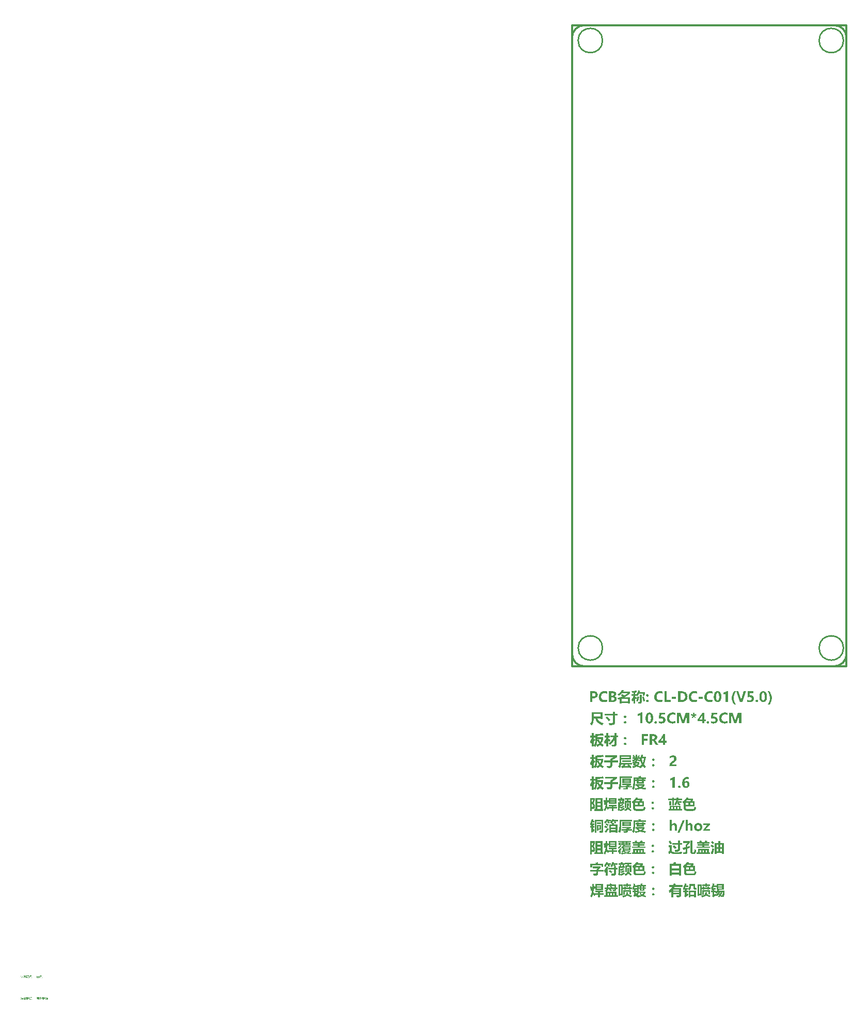
<source format=gko>
%FSLAX24Y24*%
%MOIN*%
G70*
G01*
G75*
G04 Layer_Color=48896*
%ADD10C,0.0300*%
%ADD11R,0.0500X0.0500*%
G04:AMPARAMS|DCode=12|XSize=40mil|YSize=50mil|CornerRadius=6mil|HoleSize=0mil|Usage=FLASHONLY|Rotation=270.000|XOffset=0mil|YOffset=0mil|HoleType=Round|Shape=RoundedRectangle|*
%AMROUNDEDRECTD12*
21,1,0.0400,0.0380,0,0,270.0*
21,1,0.0280,0.0500,0,0,270.0*
1,1,0.0120,-0.0190,-0.0140*
1,1,0.0120,-0.0190,0.0140*
1,1,0.0120,0.0190,0.0140*
1,1,0.0120,0.0190,-0.0140*
%
%ADD12ROUNDEDRECTD12*%
%ADD13R,0.0500X0.0500*%
%ADD14O,0.1000X0.0160*%
%ADD15O,0.0160X0.1000*%
G04:AMPARAMS|DCode=16|XSize=40mil|YSize=50mil|CornerRadius=6mil|HoleSize=0mil|Usage=FLASHONLY|Rotation=0.000|XOffset=0mil|YOffset=0mil|HoleType=Round|Shape=RoundedRectangle|*
%AMROUNDEDRECTD16*
21,1,0.0400,0.0380,0,0,0.0*
21,1,0.0280,0.0500,0,0,0.0*
1,1,0.0120,0.0140,-0.0190*
1,1,0.0120,-0.0140,-0.0190*
1,1,0.0120,-0.0140,0.0190*
1,1,0.0120,0.0140,0.0190*
%
%ADD16ROUNDEDRECTD16*%
%ADD17R,0.1000X0.0600*%
%ADD18O,0.0300X0.0800*%
%ADD19R,0.0300X0.0800*%
%ADD20O,0.0240X0.0800*%
%ADD21C,0.0200*%
%ADD22C,0.0100*%
%ADD23C,0.0150*%
%ADD24C,0.0250*%
%ADD25C,0.0118*%
%ADD26C,0.0591*%
%ADD27R,0.0591X0.0591*%
%ADD28C,0.0500*%
%ADD29C,0.0787*%
%ADD30C,0.0709*%
%ADD31O,0.0500X0.0591*%
%ADD32C,0.0400*%
%ADD33C,0.0550*%
%ADD34C,0.0240*%
%ADD35R,0.0600X0.1000*%
%ADD36R,0.1339X0.0700*%
%ADD37R,0.0800X0.0300*%
%ADD38O,0.0800X0.0300*%
%ADD39R,0.0374X0.0354*%
%ADD40R,0.0374X0.0354*%
%ADD41R,0.1000X0.1000*%
%ADD42R,0.0500X0.0600*%
%ADD43C,0.0080*%
%ADD44C,0.0060*%
%ADD45C,0.0236*%
%ADD46C,0.0098*%
%ADD47C,0.0079*%
%ADD48C,0.0120*%
%ADD49R,0.0366X0.1929*%
%ADD50R,0.0580X0.0580*%
G04:AMPARAMS|DCode=51|XSize=48mil|YSize=58mil|CornerRadius=10mil|HoleSize=0mil|Usage=FLASHONLY|Rotation=270.000|XOffset=0mil|YOffset=0mil|HoleType=Round|Shape=RoundedRectangle|*
%AMROUNDEDRECTD51*
21,1,0.0480,0.0380,0,0,270.0*
21,1,0.0280,0.0580,0,0,270.0*
1,1,0.0200,-0.0190,-0.0140*
1,1,0.0200,-0.0190,0.0140*
1,1,0.0200,0.0190,0.0140*
1,1,0.0200,0.0190,-0.0140*
%
%ADD51ROUNDEDRECTD51*%
%ADD52R,0.0580X0.0580*%
%ADD53O,0.1080X0.0240*%
%ADD54O,0.0240X0.1080*%
G04:AMPARAMS|DCode=55|XSize=48mil|YSize=58mil|CornerRadius=10mil|HoleSize=0mil|Usage=FLASHONLY|Rotation=0.000|XOffset=0mil|YOffset=0mil|HoleType=Round|Shape=RoundedRectangle|*
%AMROUNDEDRECTD55*
21,1,0.0480,0.0380,0,0,0.0*
21,1,0.0280,0.0580,0,0,0.0*
1,1,0.0200,0.0140,-0.0190*
1,1,0.0200,-0.0140,-0.0190*
1,1,0.0200,-0.0140,0.0190*
1,1,0.0200,0.0140,0.0190*
%
%ADD55ROUNDEDRECTD55*%
%ADD56R,0.1080X0.0680*%
%ADD57O,0.0380X0.0880*%
%ADD58R,0.0380X0.0880*%
%ADD59O,0.0320X0.0880*%
%ADD60C,0.0671*%
%ADD61R,0.0671X0.0671*%
%ADD62C,0.0580*%
%ADD63C,0.0867*%
%ADD64C,0.0789*%
%ADD65O,0.0580X0.0671*%
%ADD66C,0.0480*%
%ADD67C,0.0630*%
%ADD68R,0.0680X0.1080*%
%ADD69R,0.1419X0.0780*%
%ADD70R,0.0880X0.0380*%
%ADD71O,0.0880X0.0380*%
%ADD72R,0.0454X0.0434*%
%ADD73R,0.0454X0.0434*%
%ADD74R,0.1080X0.1080*%
%ADD75R,0.0580X0.0680*%
%ADD76C,0.0061*%
%ADD77R,0.1575X0.0153*%
%ADD78C,0.0039*%
G36*
X5255Y-14276D02*
X5262Y-14277D01*
X5271Y-14280D01*
X5280Y-14283D01*
X5290Y-14289D01*
X5299Y-14297D01*
X5300Y-14298D01*
X5302Y-14300D01*
X5307Y-14305D01*
X5311Y-14311D01*
X5316Y-14319D01*
X5320Y-14328D01*
X5322Y-14338D01*
X5323Y-14349D01*
Y-14350D01*
Y-14355D01*
X5322Y-14360D01*
X5320Y-14367D01*
X5318Y-14376D01*
X5313Y-14385D01*
X5308Y-14393D01*
X5300Y-14402D01*
X5299Y-14403D01*
X5296Y-14406D01*
X5291Y-14409D01*
X5285Y-14412D01*
X5276Y-14417D01*
X5266Y-14420D01*
X5255Y-14422D01*
X5242Y-14423D01*
X5237D01*
X5230Y-14422D01*
X5222Y-14421D01*
X5213Y-14418D01*
X5203Y-14415D01*
X5193Y-14409D01*
X5185Y-14402D01*
X5183Y-14401D01*
X5181Y-14398D01*
X5177Y-14393D01*
X5173Y-14387D01*
X5169Y-14379D01*
X5165Y-14370D01*
X5162Y-14360D01*
X5161Y-14349D01*
Y-14348D01*
Y-14343D01*
X5162Y-14338D01*
X5165Y-14331D01*
X5167Y-14322D01*
X5171Y-14313D01*
X5177Y-14305D01*
X5185Y-14297D01*
X5186Y-14296D01*
X5189Y-14293D01*
X5195Y-14290D01*
X5201Y-14286D01*
X5209Y-14281D01*
X5219Y-14278D01*
X5230Y-14276D01*
X5242Y-14275D01*
X5248D01*
X5255Y-14276D01*
D02*
G37*
G36*
X3268Y-14269D02*
X3358D01*
Y-14205D01*
X3460D01*
Y-14269D01*
X3664D01*
Y-14205D01*
X3766D01*
Y-14269D01*
X3864D01*
Y-14367D01*
X3766D01*
Y-14413D01*
X3664D01*
Y-14367D01*
X3460D01*
Y-14413D01*
X3358D01*
Y-14367D01*
X3268D01*
Y-14753D01*
X3117D01*
Y-14802D01*
X3019D01*
Y-14083D01*
X3268D01*
Y-14269D01*
D02*
G37*
G36*
X8354D02*
X8444D01*
Y-14205D01*
X8546D01*
Y-14269D01*
X8750D01*
Y-14205D01*
X8852D01*
Y-14269D01*
X8950D01*
Y-14367D01*
X8852D01*
Y-14413D01*
X8750D01*
Y-14367D01*
X8546D01*
Y-14413D01*
X8444D01*
Y-14367D01*
X8354D01*
Y-14753D01*
X8203D01*
Y-14802D01*
X8105D01*
Y-14083D01*
X8354D01*
Y-14269D01*
D02*
G37*
G36*
X-34769Y-20065D02*
X-34768Y-20065D01*
X-34766Y-20066D01*
X-34765Y-20067D01*
X-34764Y-20067D01*
X-34764Y-20068D01*
X-34763Y-20068D01*
X-34762Y-20069D01*
X-34761Y-20071D01*
X-34761Y-20073D01*
X-34761Y-20074D01*
Y-20074D01*
Y-20075D01*
X-34761Y-20075D01*
X-34761Y-20076D01*
X-34762Y-20079D01*
X-34763Y-20080D01*
X-34764Y-20081D01*
X-34764D01*
X-34764Y-20081D01*
X-34765Y-20082D01*
X-34766Y-20082D01*
X-34768Y-20083D01*
X-34769Y-20083D01*
X-34771Y-20083D01*
X-34771D01*
X-34772Y-20083D01*
X-34773Y-20083D01*
X-34775Y-20082D01*
X-34776Y-20082D01*
X-34777Y-20081D01*
Y-20081D01*
X-34778Y-20080D01*
X-34778Y-20080D01*
X-34779Y-20079D01*
X-34780Y-20077D01*
X-34780Y-20076D01*
X-34780Y-20074D01*
Y-20074D01*
Y-20073D01*
X-34780Y-20073D01*
X-34780Y-20072D01*
X-34779Y-20070D01*
X-34778Y-20069D01*
X-34777Y-20067D01*
X-34777Y-20067D01*
X-34777Y-20067D01*
X-34776Y-20066D01*
X-34773Y-20065D01*
X-34772Y-20065D01*
X-34771Y-20065D01*
X-34770D01*
X-34769Y-20065D01*
D02*
G37*
G36*
X-35336Y-20030D02*
X-35336Y-20030D01*
X-35335Y-20031D01*
X-35334Y-20032D01*
X-35333Y-20033D01*
X-35332Y-20035D01*
X-35330Y-20037D01*
X-35328Y-20039D01*
X-35325Y-20043D01*
X-35321Y-20049D01*
X-35316Y-20054D01*
X-35312Y-20060D01*
X-35323Y-20068D01*
X-35323Y-20067D01*
X-35323Y-20067D01*
X-35324Y-20066D01*
X-35324Y-20065D01*
X-35326Y-20063D01*
X-35327Y-20062D01*
X-35328Y-20060D01*
X-35330Y-20057D01*
X-35333Y-20053D01*
X-35337Y-20047D01*
X-35342Y-20042D01*
X-35346Y-20036D01*
X-35336Y-20030D01*
X-35336Y-20030D01*
D02*
G37*
G36*
X-35143Y-20042D02*
X-35143Y-20042D01*
X-35144Y-20043D01*
X-35145Y-20043D01*
X-35147Y-20045D01*
X-35149Y-20046D01*
X-35152Y-20048D01*
X-35155Y-20049D01*
X-35158Y-20051D01*
X-35162Y-20054D01*
X-35166Y-20056D01*
X-35170Y-20058D01*
X-35175Y-20060D01*
X-35180Y-20062D01*
X-35185Y-20065D01*
X-35195Y-20069D01*
X-35195Y-20069D01*
X-35195Y-20068D01*
X-35196Y-20067D01*
X-35197Y-20066D01*
X-35198Y-20065D01*
X-35199Y-20063D01*
X-35201Y-20059D01*
X-35201Y-20058D01*
X-35200Y-20058D01*
X-35198Y-20057D01*
X-35196Y-20057D01*
X-35194Y-20056D01*
X-35191Y-20054D01*
X-35188Y-20053D01*
X-35184Y-20051D01*
X-35180Y-20050D01*
X-35176Y-20048D01*
X-35168Y-20043D01*
X-35159Y-20038D01*
X-35150Y-20033D01*
X-35143Y-20042D01*
D02*
G37*
G36*
X1392Y-14250D02*
X1393Y-14248D01*
X1397Y-14243D01*
X1403Y-14235D01*
X1409Y-14225D01*
X1418Y-14212D01*
X1427Y-14199D01*
X1444Y-14172D01*
X1497Y-14225D01*
Y-14050D01*
X1994D01*
Y-14428D01*
X1497D01*
Y-14269D01*
X1496Y-14270D01*
X1495Y-14271D01*
X1492Y-14275D01*
X1487Y-14279D01*
X1477Y-14290D01*
X1463Y-14305D01*
X1446Y-14321D01*
X1428Y-14340D01*
X1410Y-14360D01*
X1392Y-14380D01*
Y-14381D01*
Y-14385D01*
Y-14389D01*
Y-14397D01*
Y-14405D01*
Y-14415D01*
Y-14426D01*
X1390Y-14438D01*
X1389Y-14466D01*
X1387Y-14497D01*
X1385Y-14528D01*
X1380Y-14560D01*
X1383Y-14562D01*
X1387Y-14569D01*
X1396Y-14579D01*
X1407Y-14591D01*
X1419Y-14607D01*
X1435Y-14625D01*
X1450Y-14645D01*
X1467Y-14665D01*
Y-14632D01*
X1683D01*
Y-14570D01*
X1505D01*
Y-14470D01*
X1992D01*
Y-14570D01*
X1805D01*
Y-14632D01*
X2040D01*
Y-14731D01*
X1805D01*
Y-14889D01*
X1683D01*
Y-14731D01*
X1512D01*
X1430Y-14803D01*
Y-14802D01*
X1428Y-14801D01*
X1427Y-14798D01*
X1424Y-14793D01*
X1416Y-14781D01*
X1406Y-14766D01*
X1395Y-14748D01*
X1382Y-14728D01*
X1368Y-14707D01*
X1354Y-14686D01*
Y-14687D01*
X1352Y-14691D01*
X1350Y-14697D01*
X1347Y-14706D01*
X1344Y-14716D01*
X1338Y-14728D01*
X1334Y-14741D01*
X1327Y-14756D01*
X1313Y-14788D01*
X1294Y-14823D01*
X1274Y-14860D01*
X1249Y-14896D01*
Y-14894D01*
X1247Y-14893D01*
X1242Y-14887D01*
X1234Y-14878D01*
X1223Y-14866D01*
X1210Y-14852D01*
X1196Y-14838D01*
X1183Y-14823D01*
X1168Y-14809D01*
X1169Y-14808D01*
X1173Y-14803D01*
X1177Y-14797D01*
X1184Y-14788D01*
X1192Y-14776D01*
X1200Y-14761D01*
X1210Y-14743D01*
X1220Y-14723D01*
X1230Y-14700D01*
X1242Y-14675D01*
X1252Y-14647D01*
X1260Y-14615D01*
X1269Y-14581D01*
X1277Y-14543D01*
X1283Y-14503D01*
X1287Y-14461D01*
X1212Y-14475D01*
Y-14472D01*
X1210Y-14467D01*
X1209Y-14458D01*
X1207Y-14446D01*
X1205Y-14431D01*
X1203Y-14415D01*
X1199Y-14396D01*
X1196Y-14375D01*
X1193Y-14353D01*
X1189Y-14331D01*
X1182Y-14285D01*
X1174Y-14239D01*
X1169Y-14218D01*
X1166Y-14198D01*
X1247Y-14183D01*
Y-14185D01*
X1248Y-14188D01*
Y-14193D01*
X1250Y-14201D01*
X1252Y-14211D01*
X1254Y-14222D01*
X1256Y-14237D01*
X1258Y-14253D01*
X1260Y-14271D01*
X1264Y-14291D01*
X1267Y-14313D01*
X1272Y-14338D01*
X1275Y-14363D01*
X1279Y-14391D01*
X1284Y-14421D01*
X1288Y-14453D01*
Y-14452D01*
Y-14450D01*
X1289Y-14446D01*
Y-14440D01*
Y-14432D01*
X1290Y-14423D01*
Y-14413D01*
X1292Y-14402D01*
Y-14378D01*
X1293Y-14348D01*
Y-14317D01*
X1292Y-14282D01*
Y-14027D01*
X1395D01*
X1392Y-14250D01*
D02*
G37*
G36*
X-34309Y-19932D02*
X-34309Y-19933D01*
X-34310Y-19934D01*
X-34311Y-19936D01*
X-34312Y-19938D01*
X-34314Y-19941D01*
X-34316Y-19943D01*
X-34318Y-19946D01*
X-34321Y-19948D01*
X-34249D01*
Y-19960D01*
X-34272Y-19983D01*
X-34225D01*
Y-20040D01*
X-34346D01*
Y-20070D01*
Y-20070D01*
Y-20071D01*
Y-20071D01*
X-34345Y-20072D01*
X-34345Y-20075D01*
X-34344Y-20078D01*
X-34343Y-20079D01*
X-34342Y-20080D01*
X-34340Y-20082D01*
X-34339Y-20083D01*
X-34337Y-20084D01*
X-34335Y-20084D01*
X-34332Y-20085D01*
X-34241D01*
X-34240Y-20084D01*
X-34238Y-20084D01*
X-34234Y-20083D01*
X-34230Y-20082D01*
X-34228Y-20081D01*
X-34226Y-20080D01*
X-34225Y-20078D01*
X-34224Y-20076D01*
X-34223Y-20074D01*
X-34222Y-20072D01*
Y-20071D01*
Y-20071D01*
X-34222Y-20070D01*
X-34221Y-20068D01*
X-34221Y-20066D01*
X-34220Y-20062D01*
X-34220Y-20059D01*
X-34219Y-20055D01*
X-34218Y-20051D01*
X-34218D01*
X-34217Y-20051D01*
X-34216Y-20052D01*
X-34214Y-20052D01*
X-34212Y-20053D01*
X-34210Y-20054D01*
X-34206Y-20055D01*
Y-20055D01*
Y-20055D01*
X-34206Y-20056D01*
Y-20057D01*
X-34206Y-20060D01*
X-34207Y-20063D01*
X-34207Y-20066D01*
X-34208Y-20070D01*
X-34209Y-20073D01*
X-34209Y-20076D01*
Y-20077D01*
X-34209Y-20077D01*
X-34210Y-20078D01*
X-34210Y-20080D01*
X-34211Y-20081D01*
X-34212Y-20083D01*
X-34213Y-20085D01*
X-34215Y-20087D01*
X-34217Y-20089D01*
X-34219Y-20091D01*
X-34222Y-20093D01*
X-34225Y-20095D01*
X-34229Y-20096D01*
X-34233Y-20097D01*
X-34237Y-20097D01*
X-34242Y-20098D01*
X-34334D01*
X-34335Y-20097D01*
X-34337Y-20097D01*
X-34339Y-20097D01*
X-34341Y-20096D01*
X-34344Y-20095D01*
X-34346Y-20095D01*
X-34349Y-20093D01*
X-34351Y-20091D01*
X-34353Y-20089D01*
X-34355Y-20087D01*
X-34357Y-20084D01*
X-34358Y-20081D01*
X-34359Y-20077D01*
X-34359Y-20072D01*
Y-19987D01*
X-34359Y-19988D01*
X-34359Y-19989D01*
X-34360Y-19989D01*
X-34361Y-19990D01*
X-34362Y-19992D01*
X-34364Y-19993D01*
X-34366Y-19995D01*
X-34366Y-19995D01*
X-34367Y-19996D01*
X-34369Y-19997D01*
X-34370Y-19998D01*
X-34371Y-19998D01*
X-34371Y-19997D01*
X-34372Y-19996D01*
X-34373Y-19995D01*
X-34374Y-19994D01*
X-34375Y-19992D01*
X-34378Y-19988D01*
X-34378D01*
X-34378Y-19988D01*
X-34377Y-19987D01*
X-34375Y-19986D01*
X-34372Y-19984D01*
X-34369Y-19981D01*
X-34366Y-19978D01*
X-34362Y-19974D01*
X-34357Y-19970D01*
X-34353Y-19966D01*
X-34348Y-19962D01*
X-34343Y-19957D01*
X-34338Y-19951D01*
X-34334Y-19946D01*
X-34329Y-19940D01*
X-34325Y-19935D01*
X-34321Y-19929D01*
X-34309Y-19932D01*
D02*
G37*
G36*
X-34972D02*
X-34972Y-19933D01*
X-34972Y-19934D01*
X-34974Y-19936D01*
X-34975Y-19938D01*
X-34977Y-19941D01*
X-34979Y-19943D01*
X-34981Y-19946D01*
X-34983Y-19948D01*
X-34912D01*
Y-19960D01*
X-34935Y-19983D01*
X-34888D01*
Y-20040D01*
X-35008D01*
Y-20070D01*
Y-20070D01*
Y-20071D01*
Y-20071D01*
X-35008Y-20072D01*
X-35008Y-20075D01*
X-35007Y-20078D01*
X-35006Y-20079D01*
X-35005Y-20080D01*
X-35003Y-20082D01*
X-35002Y-20083D01*
X-35000Y-20084D01*
X-34997Y-20084D01*
X-34994Y-20085D01*
X-34904D01*
X-34902Y-20084D01*
X-34901Y-20084D01*
X-34897Y-20083D01*
X-34893Y-20082D01*
X-34891Y-20081D01*
X-34889Y-20080D01*
X-34888Y-20078D01*
X-34886Y-20076D01*
X-34885Y-20074D01*
X-34885Y-20072D01*
Y-20071D01*
Y-20071D01*
X-34884Y-20070D01*
X-34884Y-20068D01*
X-34883Y-20066D01*
X-34883Y-20062D01*
X-34882Y-20059D01*
X-34882Y-20055D01*
X-34881Y-20051D01*
X-34881D01*
X-34880Y-20051D01*
X-34878Y-20052D01*
X-34877Y-20052D01*
X-34875Y-20053D01*
X-34873Y-20054D01*
X-34868Y-20055D01*
Y-20055D01*
Y-20055D01*
X-34869Y-20056D01*
Y-20057D01*
X-34869Y-20060D01*
X-34870Y-20063D01*
X-34870Y-20066D01*
X-34871Y-20070D01*
X-34871Y-20073D01*
X-34872Y-20076D01*
Y-20077D01*
X-34872Y-20077D01*
X-34873Y-20078D01*
X-34873Y-20080D01*
X-34874Y-20081D01*
X-34875Y-20083D01*
X-34876Y-20085D01*
X-34878Y-20087D01*
X-34880Y-20089D01*
X-34882Y-20091D01*
X-34885Y-20093D01*
X-34888Y-20095D01*
X-34891Y-20096D01*
X-34895Y-20097D01*
X-34900Y-20097D01*
X-34905Y-20098D01*
X-34996D01*
X-34998Y-20097D01*
X-34999Y-20097D01*
X-35001Y-20097D01*
X-35004Y-20096D01*
X-35006Y-20095D01*
X-35009Y-20095D01*
X-35011Y-20093D01*
X-35014Y-20091D01*
X-35016Y-20089D01*
X-35018Y-20087D01*
X-35020Y-20084D01*
X-35021Y-20081D01*
X-35021Y-20077D01*
X-35022Y-20072D01*
Y-19987D01*
X-35022Y-19988D01*
X-35022Y-19989D01*
X-35023Y-19989D01*
X-35023Y-19990D01*
X-35025Y-19992D01*
X-35027Y-19993D01*
X-35029Y-19995D01*
X-35029Y-19995D01*
X-35030Y-19996D01*
X-35031Y-19997D01*
X-35033Y-19998D01*
X-35033Y-19998D01*
X-35034Y-19997D01*
X-35034Y-19996D01*
X-35035Y-19995D01*
X-35037Y-19994D01*
X-35038Y-19992D01*
X-35041Y-19988D01*
X-35041D01*
X-35041Y-19988D01*
X-35039Y-19987D01*
X-35038Y-19986D01*
X-35035Y-19984D01*
X-35032Y-19981D01*
X-35028Y-19978D01*
X-35024Y-19974D01*
X-35020Y-19970D01*
X-35015Y-19966D01*
X-35011Y-19962D01*
X-35006Y-19957D01*
X-35001Y-19951D01*
X-34996Y-19946D01*
X-34992Y-19940D01*
X-34988Y-19935D01*
X-34984Y-19929D01*
X-34972Y-19932D01*
D02*
G37*
G36*
X-35091Y-20026D02*
Y-20026D01*
Y-20026D01*
Y-20027D01*
Y-20028D01*
Y-20030D01*
X-35091Y-20031D01*
X-35091Y-20035D01*
X-35092Y-20040D01*
X-35092Y-20044D01*
X-35093Y-20049D01*
X-35094Y-20053D01*
X-35094Y-20053D01*
X-35093Y-20054D01*
X-35092Y-20055D01*
X-35091Y-20056D01*
X-35089Y-20058D01*
X-35087Y-20060D01*
X-35084Y-20062D01*
X-35082Y-20064D01*
X-35079Y-20067D01*
X-35076Y-20070D01*
X-35072Y-20074D01*
X-35068Y-20077D01*
X-35061Y-20084D01*
X-35052Y-20093D01*
X-35062Y-20101D01*
X-35062Y-20101D01*
X-35062Y-20101D01*
X-35064Y-20100D01*
X-35065Y-20098D01*
X-35067Y-20096D01*
X-35069Y-20094D01*
X-35071Y-20091D01*
X-35074Y-20089D01*
X-35080Y-20083D01*
X-35086Y-20077D01*
X-35092Y-20070D01*
X-35098Y-20064D01*
Y-20064D01*
X-35099Y-20064D01*
X-35099Y-20066D01*
X-35100Y-20067D01*
X-35101Y-20069D01*
X-35103Y-20071D01*
X-35104Y-20073D01*
X-35106Y-20076D01*
X-35109Y-20079D01*
X-35112Y-20082D01*
X-35115Y-20085D01*
X-35119Y-20089D01*
X-35123Y-20093D01*
X-35128Y-20096D01*
X-35133Y-20100D01*
X-35139Y-20104D01*
X-35139Y-20104D01*
X-35139Y-20103D01*
X-35140Y-20102D01*
X-35141Y-20101D01*
X-35142Y-20100D01*
X-35144Y-20098D01*
X-35145Y-20096D01*
X-35147Y-20094D01*
X-35147D01*
X-35147Y-20093D01*
X-35146Y-20093D01*
X-35145Y-20093D01*
X-35143Y-20091D01*
X-35140Y-20089D01*
X-35137Y-20087D01*
X-35133Y-20084D01*
X-35129Y-20081D01*
X-35125Y-20077D01*
X-35121Y-20073D01*
X-35117Y-20068D01*
X-35113Y-20063D01*
X-35110Y-20057D01*
X-35107Y-20051D01*
X-35105Y-20045D01*
X-35105Y-20041D01*
X-35104Y-20038D01*
X-35104Y-20034D01*
X-35103Y-20030D01*
Y-20030D01*
Y-20029D01*
Y-20028D01*
X-35104Y-20026D01*
Y-19995D01*
X-35091D01*
Y-20026D01*
D02*
G37*
G36*
X-35267Y-20010D02*
X-35237D01*
Y-20022D01*
X-35267D01*
Y-20079D01*
Y-20079D01*
Y-20079D01*
Y-20081D01*
X-35268Y-20082D01*
X-35268Y-20084D01*
X-35268Y-20086D01*
X-35269Y-20088D01*
X-35270Y-20090D01*
X-35272Y-20092D01*
X-35273Y-20094D01*
X-35275Y-20096D01*
X-35278Y-20098D01*
X-35280Y-20099D01*
X-35284Y-20100D01*
X-35288Y-20101D01*
X-35292Y-20101D01*
X-35295D01*
X-35297Y-20101D01*
X-35307D01*
X-35308Y-20102D01*
X-35313D01*
Y-20101D01*
X-35313Y-20101D01*
X-35313Y-20100D01*
X-35313Y-20098D01*
X-35314Y-20096D01*
X-35314Y-20093D01*
X-35315Y-20091D01*
X-35315Y-20088D01*
X-35314D01*
X-35311Y-20088D01*
X-35309D01*
X-35306Y-20088D01*
X-35302D01*
X-35295Y-20089D01*
X-35294D01*
X-35293Y-20088D01*
X-35291Y-20088D01*
X-35288Y-20087D01*
X-35285Y-20086D01*
X-35283Y-20084D01*
X-35282Y-20083D01*
X-35281Y-20081D01*
X-35281Y-20079D01*
Y-20077D01*
Y-20022D01*
X-35358D01*
Y-20010D01*
X-35281D01*
Y-19989D01*
X-35267D01*
Y-20010D01*
D02*
G37*
G36*
X2577Y-14018D02*
X2556Y-14069D01*
X2846D01*
Y-14268D01*
X2948D01*
Y-14367D01*
X2846D01*
Y-14402D01*
Y-14403D01*
Y-14407D01*
X2845Y-14412D01*
Y-14419D01*
X2843Y-14427D01*
X2840Y-14436D01*
X2837Y-14446D01*
X2833Y-14455D01*
X2827Y-14465D01*
X2820Y-14475D01*
X2813Y-14483D01*
X2803Y-14491D01*
X2790Y-14498D01*
X2777Y-14503D01*
X2760Y-14507D01*
X2743Y-14508D01*
X2705D01*
X2687Y-14507D01*
X2649D01*
X2630Y-14506D01*
Y-14505D01*
Y-14503D01*
X2629Y-14500D01*
Y-14496D01*
X2628Y-14485D01*
X2626Y-14471D01*
X2624Y-14456D01*
X2621Y-14439D01*
X2619Y-14421D01*
X2617Y-14406D01*
X2619D01*
X2627Y-14407D01*
X2637Y-14408D01*
X2648D01*
X2660Y-14409D01*
X2671Y-14410D01*
X2680Y-14411D01*
X2688D01*
X2693Y-14410D01*
X2700Y-14409D01*
X2708Y-14407D01*
X2716Y-14402D01*
X2724Y-14396D01*
X2728Y-14386D01*
X2730Y-14373D01*
Y-14367D01*
X2471D01*
X2473Y-14368D01*
X2476Y-14370D01*
X2480Y-14372D01*
X2491Y-14380D01*
X2507Y-14388D01*
X2524Y-14399D01*
X2541Y-14410D01*
X2579Y-14433D01*
X2529Y-14508D01*
X2528Y-14507D01*
X2526Y-14506D01*
X2523Y-14503D01*
X2518Y-14500D01*
X2511Y-14496D01*
X2505Y-14491D01*
X2487Y-14479D01*
X2465Y-14465D01*
X2440Y-14449D01*
X2414Y-14431D01*
X2385Y-14413D01*
X2416Y-14367D01*
X2328D01*
Y-14368D01*
X2327Y-14371D01*
X2326Y-14376D01*
X2324Y-14382D01*
X2320Y-14391D01*
X2317Y-14401D01*
X2313Y-14411D01*
X2307Y-14423D01*
X2295Y-14449D01*
X2278Y-14476D01*
X2259Y-14503D01*
X2236Y-14529D01*
X2863D01*
Y-14763D01*
X2956D01*
Y-14862D01*
X2078D01*
Y-14763D01*
X2177D01*
Y-14529D01*
X2180D01*
X2179Y-14528D01*
X2175Y-14523D01*
X2169Y-14517D01*
X2162Y-14509D01*
X2151Y-14499D01*
X2140Y-14489D01*
X2115Y-14468D01*
X2116D01*
X2117Y-14466D01*
X2120Y-14463D01*
X2125Y-14460D01*
X2136Y-14452D01*
X2149Y-14440D01*
X2164Y-14426D01*
X2178Y-14408D01*
X2191Y-14389D01*
X2204Y-14367D01*
X2093D01*
Y-14268D01*
X2227D01*
Y-14267D01*
Y-14266D01*
Y-14262D01*
Y-14259D01*
Y-14253D01*
Y-14247D01*
Y-14238D01*
Y-14227D01*
Y-14213D01*
Y-14197D01*
Y-14178D01*
Y-14157D01*
Y-14131D01*
Y-14101D01*
Y-14069D01*
X2423D01*
Y-14068D01*
X2425Y-14062D01*
X2426Y-14056D01*
X2428Y-14048D01*
X2433Y-14029D01*
X2435Y-14019D01*
X2437Y-14010D01*
X2577Y-14018D01*
D02*
G37*
G36*
X-35456Y-20002D02*
X-35499Y-20028D01*
Y-20035D01*
X-35421D01*
Y-20047D01*
X-35499D01*
Y-20078D01*
Y-20078D01*
Y-20079D01*
Y-20080D01*
X-35500Y-20081D01*
X-35500Y-20083D01*
X-35500Y-20085D01*
X-35501Y-20087D01*
X-35502Y-20089D01*
X-35503Y-20091D01*
X-35505Y-20093D01*
X-35507Y-20095D01*
X-35509Y-20097D01*
X-35512Y-20098D01*
X-35515Y-20100D01*
X-35518Y-20100D01*
X-35523Y-20101D01*
X-35527D01*
X-35528Y-20101D01*
X-35536D01*
X-35540Y-20101D01*
X-35547D01*
Y-20101D01*
Y-20100D01*
X-35548Y-20099D01*
X-35548Y-20097D01*
X-35548Y-20095D01*
X-35548Y-20093D01*
X-35549Y-20090D01*
X-35549Y-20088D01*
X-35547D01*
X-35546Y-20088D01*
X-35542D01*
X-35539Y-20088D01*
X-35526D01*
X-35524Y-20088D01*
X-35522Y-20088D01*
X-35520Y-20087D01*
X-35518Y-20087D01*
X-35517Y-20086D01*
X-35515Y-20085D01*
X-35515Y-20085D01*
X-35515Y-20085D01*
X-35515Y-20084D01*
X-35514Y-20083D01*
X-35514Y-20082D01*
X-35513Y-20080D01*
X-35513Y-20078D01*
Y-20076D01*
Y-20047D01*
X-35595D01*
Y-20035D01*
X-35513D01*
Y-20022D01*
X-35473Y-20001D01*
X-35563D01*
Y-19989D01*
X-35456D01*
Y-20002D01*
D02*
G37*
G36*
X7946Y-14248D02*
Y-14249D01*
Y-14251D01*
Y-14255D01*
X7948Y-14259D01*
X7950Y-14269D01*
X7955Y-14278D01*
X7958Y-14279D01*
X7963Y-14283D01*
X7972Y-14287D01*
X7984Y-14289D01*
X8021D01*
X8035Y-14288D01*
X8052D01*
Y-14290D01*
X8050Y-14297D01*
X8048Y-14307D01*
X8044Y-14320D01*
X8041Y-14336D01*
X8038Y-14355D01*
X8033Y-14375D01*
X8030Y-14396D01*
X7919D01*
X7914Y-14395D01*
X7908D01*
X7901Y-14392D01*
X7893Y-14390D01*
X7884Y-14387D01*
X7875Y-14383D01*
X7865Y-14378D01*
X7858Y-14371D01*
X7849Y-14362D01*
X7842Y-14353D01*
X7835Y-14341D01*
X7831Y-14328D01*
X7828Y-14312D01*
X7826Y-14295D01*
Y-14153D01*
X7688D01*
Y-14155D01*
Y-14158D01*
Y-14162D01*
Y-14169D01*
X7686Y-14177D01*
Y-14186D01*
X7685Y-14197D01*
X7684Y-14208D01*
X7681Y-14232D01*
X7675Y-14259D01*
X7669Y-14287D01*
X7660Y-14312D01*
Y-14313D01*
X7659Y-14316D01*
X7656Y-14319D01*
X7654Y-14323D01*
X7652Y-14329D01*
X7648Y-14336D01*
X7639Y-14352D01*
X7625Y-14371D01*
X7610Y-14392D01*
X7591Y-14415D01*
X7568Y-14437D01*
X7565Y-14435D01*
X7561Y-14429D01*
X7552Y-14420D01*
X7541Y-14408D01*
X7527Y-14395D01*
X7511Y-14379D01*
X7493Y-14362D01*
X7474Y-14346D01*
X7477Y-14343D01*
X7482Y-14339D01*
X7490Y-14331D01*
X7501Y-14321D01*
X7512Y-14309D01*
X7523Y-14295D01*
X7534Y-14279D01*
X7544Y-14262D01*
X7545Y-14260D01*
X7548Y-14253D01*
X7552Y-14243D01*
X7557Y-14228D01*
X7561Y-14209D01*
X7565Y-14187D01*
X7568Y-14159D01*
X7569Y-14128D01*
Y-14046D01*
X7946D01*
Y-14248D01*
D02*
G37*
G36*
X-35052Y-19952D02*
X-35092D01*
X-35098Y-19976D01*
X-35059D01*
Y-20060D01*
X-35072D01*
Y-19987D01*
X-35122D01*
Y-20061D01*
X-35135D01*
Y-19976D01*
X-35111D01*
X-35105Y-19952D01*
X-35138D01*
Y-19940D01*
X-35052D01*
Y-19952D01*
D02*
G37*
G36*
X7392Y-14038D02*
X7391Y-14040D01*
X7390Y-14046D01*
X7388Y-14055D01*
X7383Y-14066D01*
X7380Y-14079D01*
X7374Y-14093D01*
X7364Y-14125D01*
X7494D01*
Y-14223D01*
X7324D01*
X7323Y-14225D01*
X7322Y-14229D01*
X7319Y-14236D01*
X7315Y-14245D01*
X7311Y-14255D01*
X7305Y-14266D01*
X7294Y-14289D01*
X7468D01*
Y-14389D01*
X7388D01*
Y-14479D01*
X7488D01*
Y-14579D01*
X7388D01*
Y-14711D01*
X7389D01*
X7390Y-14710D01*
X7397Y-14707D01*
X7405Y-14701D01*
X7419Y-14695D01*
X7434Y-14687D01*
X7451Y-14677D01*
X7470Y-14667D01*
X7489Y-14656D01*
Y-14657D01*
Y-14658D01*
Y-14661D01*
X7490Y-14666D01*
Y-14678D01*
X7491Y-14693D01*
X7493Y-14711D01*
X7495Y-14731D01*
X7500Y-14772D01*
X7498Y-14773D01*
X7493Y-14777D01*
X7484Y-14781D01*
X7473Y-14787D01*
X7461Y-14794D01*
X7445Y-14803D01*
X7430Y-14812D01*
X7413Y-14822D01*
X7380Y-14842D01*
X7364Y-14853D01*
X7349Y-14862D01*
X7335Y-14872D01*
X7324Y-14880D01*
X7315Y-14888D01*
X7309Y-14893D01*
X7240Y-14806D01*
X7241Y-14805D01*
X7244Y-14800D01*
X7249Y-14794D01*
X7254Y-14786D01*
X7259Y-14773D01*
X7263Y-14760D01*
X7267Y-14745D01*
X7268Y-14726D01*
Y-14579D01*
X7163D01*
Y-14479D01*
X7268D01*
Y-14389D01*
X7235D01*
X7234Y-14390D01*
X7232Y-14393D01*
X7229Y-14399D01*
X7223Y-14407D01*
X7218Y-14416D01*
X7211Y-14425D01*
X7195Y-14445D01*
Y-14443D01*
X7194Y-14441D01*
X7193Y-14438D01*
X7192Y-14432D01*
X7191Y-14426D01*
X7189Y-14418D01*
X7184Y-14400D01*
X7178Y-14379D01*
X7172Y-14355D01*
X7164Y-14329D01*
X7157Y-14302D01*
X7158Y-14301D01*
X7160Y-14297D01*
X7164Y-14290D01*
X7170Y-14280D01*
X7177Y-14269D01*
X7183Y-14255D01*
X7192Y-14238D01*
X7201Y-14220D01*
X7210Y-14200D01*
X7220Y-14178D01*
X7230Y-14155D01*
X7240Y-14129D01*
X7249Y-14102D01*
X7258Y-14075D01*
X7267Y-14045D01*
X7274Y-14015D01*
X7392Y-14038D01*
D02*
G37*
G36*
X8706Y-14558D02*
Y-14560D01*
Y-14565D01*
Y-14569D01*
X8705Y-14576D01*
Y-14583D01*
X8704Y-14601D01*
X8702Y-14622D01*
X8700Y-14643D01*
X8695Y-14666D01*
X8691Y-14687D01*
X8692Y-14688D01*
X8696Y-14689D01*
X8704Y-14692D01*
X8713Y-14697D01*
X8725Y-14702D01*
X8740Y-14708D01*
X8755Y-14716D01*
X8773Y-14723D01*
X8792Y-14732D01*
X8813Y-14741D01*
X8834Y-14751D01*
X8856Y-14761D01*
X8904Y-14783D01*
X8952Y-14806D01*
X8885Y-14893D01*
X8884Y-14892D01*
X8880Y-14890D01*
X8873Y-14887D01*
X8864Y-14882D01*
X8853Y-14876D01*
X8840Y-14869D01*
X8825Y-14861D01*
X8809Y-14852D01*
X8791Y-14843D01*
X8773Y-14835D01*
X8733Y-14813D01*
X8692Y-14792D01*
X8650Y-14772D01*
X8649Y-14773D01*
X8646Y-14776D01*
X8642Y-14781D01*
X8635Y-14787D01*
X8628Y-14793D01*
X8618Y-14802D01*
X8604Y-14811D01*
X8590Y-14821D01*
X8572Y-14831D01*
X8553Y-14841D01*
X8531Y-14852D01*
X8506Y-14862D01*
X8479Y-14872D01*
X8448Y-14881D01*
X8415Y-14889D01*
X8379Y-14897D01*
Y-14896D01*
X8378Y-14894D01*
X8376Y-14891D01*
X8375Y-14887D01*
X8371Y-14876D01*
X8365Y-14862D01*
X8358Y-14846D01*
X8350Y-14828D01*
X8331Y-14792D01*
X8333D01*
X8338Y-14791D01*
X8346Y-14790D01*
X8358Y-14789D01*
X8371Y-14787D01*
X8385Y-14783D01*
X8402Y-14780D01*
X8419Y-14777D01*
X8455Y-14768D01*
X8491Y-14756D01*
X8508Y-14749D01*
X8522Y-14741D01*
X8535Y-14733D01*
X8546Y-14725D01*
X8548Y-14723D01*
X8549Y-14722D01*
X8551Y-14719D01*
X8554Y-14715D01*
X8559Y-14709D01*
X8563Y-14702D01*
X8568Y-14695D01*
X8573Y-14686D01*
X8578Y-14675D01*
X8582Y-14662D01*
X8586Y-14648D01*
X8591Y-14633D01*
X8594Y-14617D01*
X8596Y-14598D01*
X8599Y-14578D01*
Y-14557D01*
X8706D01*
Y-14558D01*
D02*
G37*
G36*
X7995Y-14886D02*
X7876D01*
Y-14837D01*
X7649D01*
Y-14889D01*
X7530D01*
Y-14453D01*
X7995D01*
Y-14886D01*
D02*
G37*
G36*
X3620Y-14558D02*
Y-14560D01*
Y-14565D01*
Y-14569D01*
X3619Y-14576D01*
Y-14583D01*
X3618Y-14601D01*
X3616Y-14622D01*
X3614Y-14643D01*
X3609Y-14666D01*
X3605Y-14687D01*
X3606Y-14688D01*
X3610Y-14689D01*
X3618Y-14692D01*
X3627Y-14697D01*
X3639Y-14702D01*
X3654Y-14708D01*
X3669Y-14716D01*
X3687Y-14723D01*
X3706Y-14732D01*
X3727Y-14741D01*
X3748Y-14751D01*
X3770Y-14761D01*
X3818Y-14783D01*
X3866Y-14806D01*
X3799Y-14893D01*
X3798Y-14892D01*
X3794Y-14890D01*
X3787Y-14887D01*
X3778Y-14882D01*
X3767Y-14876D01*
X3754Y-14869D01*
X3739Y-14861D01*
X3722Y-14852D01*
X3705Y-14843D01*
X3687Y-14835D01*
X3647Y-14813D01*
X3606Y-14792D01*
X3564Y-14772D01*
X3562Y-14773D01*
X3560Y-14776D01*
X3556Y-14781D01*
X3549Y-14787D01*
X3541Y-14793D01*
X3531Y-14802D01*
X3518Y-14811D01*
X3504Y-14821D01*
X3486Y-14831D01*
X3467Y-14841D01*
X3445Y-14852D01*
X3420Y-14862D01*
X3392Y-14872D01*
X3361Y-14881D01*
X3329Y-14889D01*
X3292Y-14897D01*
Y-14896D01*
X3291Y-14894D01*
X3290Y-14891D01*
X3289Y-14887D01*
X3285Y-14876D01*
X3279Y-14862D01*
X3271Y-14846D01*
X3264Y-14828D01*
X3245Y-14792D01*
X3247D01*
X3251Y-14791D01*
X3260Y-14790D01*
X3271Y-14789D01*
X3285Y-14787D01*
X3299Y-14783D01*
X3316Y-14780D01*
X3332Y-14777D01*
X3369Y-14768D01*
X3405Y-14756D01*
X3421Y-14749D01*
X3436Y-14741D01*
X3449Y-14733D01*
X3460Y-14725D01*
X3461Y-14723D01*
X3462Y-14722D01*
X3465Y-14719D01*
X3468Y-14715D01*
X3472Y-14709D01*
X3477Y-14702D01*
X3481Y-14695D01*
X3487Y-14686D01*
X3491Y-14675D01*
X3496Y-14662D01*
X3500Y-14648D01*
X3505Y-14633D01*
X3508Y-14617D01*
X3510Y-14598D01*
X3512Y-14578D01*
Y-14557D01*
X3620D01*
Y-14558D01*
D02*
G37*
G36*
X2326Y-12623D02*
X2324Y-12627D01*
X2323Y-12634D01*
X2319Y-12642D01*
X2316Y-12652D01*
X2311Y-12663D01*
X2303Y-12686D01*
X2516D01*
Y-12796D01*
X2383D01*
X2384Y-12799D01*
X2388Y-12803D01*
X2396Y-12811D01*
X2405Y-12821D01*
X2415Y-12833D01*
X2426Y-12847D01*
X2438Y-12862D01*
X2450Y-12877D01*
X2370Y-12936D01*
Y-12935D01*
X2368Y-12934D01*
X2366Y-12931D01*
X2364Y-12927D01*
X2355Y-12916D01*
X2345Y-12902D01*
X2331Y-12885D01*
X2317Y-12866D01*
X2301Y-12846D01*
X2285Y-12825D01*
X2325Y-12796D01*
X2246D01*
Y-12797D01*
X2244Y-12800D01*
X2241Y-12804D01*
X2237Y-12810D01*
X2233Y-12816D01*
X2227Y-12825D01*
X2213Y-12844D01*
X2196Y-12867D01*
X2175Y-12892D01*
X2153Y-12919D01*
X2127Y-12945D01*
X2126Y-12943D01*
X2123Y-12937D01*
X2118Y-12927D01*
X2110Y-12915D01*
X2103Y-12900D01*
X2092Y-12882D01*
X2080Y-12863D01*
X2067Y-12841D01*
X2068Y-12840D01*
X2071Y-12836D01*
X2076Y-12831D01*
X2083Y-12823D01*
X2090Y-12813D01*
X2099Y-12802D01*
X2109Y-12789D01*
X2119Y-12774D01*
X2130Y-12759D01*
X2141Y-12742D01*
X2165Y-12704D01*
X2186Y-12664D01*
X2195Y-12643D01*
X2204Y-12622D01*
X2326D01*
Y-12623D01*
D02*
G37*
G36*
X-35285Y-19931D02*
Y-19931D01*
X-35286Y-19932D01*
X-35286Y-19933D01*
X-35287Y-19935D01*
X-35288Y-19938D01*
X-35289Y-19940D01*
X-35290Y-19943D01*
X-35292Y-19945D01*
X-35293Y-19947D01*
X-35237D01*
Y-19960D01*
X-35297D01*
Y-19960D01*
X-35298Y-19960D01*
X-35298Y-19961D01*
X-35299Y-19962D01*
X-35300Y-19964D01*
X-35301Y-19966D01*
X-35302Y-19968D01*
X-35303Y-19970D01*
X-35307Y-19975D01*
X-35311Y-19981D01*
X-35315Y-19987D01*
X-35321Y-19994D01*
X-35321Y-19994D01*
X-35321Y-19993D01*
X-35322Y-19993D01*
X-35323Y-19992D01*
X-35325Y-19991D01*
X-35327Y-19989D01*
X-35331Y-19986D01*
X-35330Y-19986D01*
X-35330Y-19985D01*
X-35329Y-19984D01*
X-35327Y-19982D01*
X-35325Y-19979D01*
X-35323Y-19976D01*
X-35321Y-19973D01*
X-35319Y-19969D01*
X-35316Y-19965D01*
X-35313Y-19961D01*
X-35311Y-19956D01*
X-35308Y-19951D01*
X-35306Y-19946D01*
X-35303Y-19941D01*
X-35301Y-19935D01*
X-35299Y-19929D01*
X-35285Y-19931D01*
D02*
G37*
G36*
X-34769Y-19979D02*
X-34768Y-19979D01*
X-34766Y-19980D01*
X-34765Y-19981D01*
X-34764Y-19982D01*
X-34764Y-19982D01*
X-34763Y-19982D01*
X-34762Y-19984D01*
X-34761Y-19986D01*
X-34761Y-19987D01*
X-34761Y-19988D01*
Y-19989D01*
Y-19989D01*
X-34761Y-19990D01*
X-34761Y-19991D01*
X-34762Y-19993D01*
X-34763Y-19994D01*
X-34764Y-19995D01*
X-34764D01*
X-34764Y-19996D01*
X-34765Y-19996D01*
X-34766Y-19996D01*
X-34768Y-19997D01*
X-34769Y-19998D01*
X-34771Y-19998D01*
X-34771D01*
X-34772Y-19998D01*
X-34773Y-19997D01*
X-34775Y-19997D01*
X-34776Y-19996D01*
X-34777Y-19995D01*
Y-19995D01*
X-34778Y-19995D01*
X-34778Y-19994D01*
X-34779Y-19993D01*
X-34780Y-19991D01*
X-34780Y-19990D01*
X-34780Y-19988D01*
Y-19988D01*
Y-19988D01*
X-34780Y-19987D01*
X-34780Y-19986D01*
X-34779Y-19984D01*
X-34778Y-19983D01*
X-34777Y-19982D01*
X-34777Y-19981D01*
X-34777Y-19981D01*
X-34776Y-19980D01*
X-34773Y-19979D01*
X-34772Y-19979D01*
X-34770D01*
X-34769Y-19979D01*
D02*
G37*
G36*
X-35148Y-20016D02*
X-35148Y-20016D01*
X-35149Y-20016D01*
X-35150Y-20017D01*
X-35151Y-20018D01*
X-35153Y-20019D01*
X-35156Y-20020D01*
X-35158Y-20022D01*
X-35161Y-20023D01*
X-35164Y-20025D01*
X-35168Y-20027D01*
X-35172Y-20029D01*
X-35176Y-20031D01*
X-35180Y-20033D01*
X-35185Y-20035D01*
X-35195Y-20039D01*
X-35195Y-20038D01*
X-35195Y-20038D01*
X-35196Y-20037D01*
X-35197Y-20035D01*
X-35197Y-20034D01*
X-35199Y-20032D01*
X-35201Y-20028D01*
X-35200D01*
X-35200Y-20028D01*
X-35198Y-20028D01*
X-35197Y-20027D01*
X-35194Y-20026D01*
X-35192Y-20025D01*
X-35189Y-20024D01*
X-35186Y-20022D01*
X-35182Y-20021D01*
X-35178Y-20019D01*
X-35170Y-20016D01*
X-35162Y-20011D01*
X-35154Y-20007D01*
X-35148Y-20016D01*
D02*
G37*
G36*
X3817Y-14709D02*
X3710D01*
Y-14528D01*
X3419D01*
Y-14718D01*
X3312D01*
Y-14431D01*
X3817D01*
Y-14709D01*
D02*
G37*
G36*
X8903D02*
X8796D01*
Y-14528D01*
X8505D01*
Y-14718D01*
X8399D01*
Y-14431D01*
X8903D01*
Y-14709D01*
D02*
G37*
G36*
X4527Y-14012D02*
X4528Y-14017D01*
X4531Y-14025D01*
X4536Y-14035D01*
X4541Y-14046D01*
X4547Y-14060D01*
X4552Y-14076D01*
X4559Y-14092D01*
X4768D01*
Y-14187D01*
X4678D01*
Y-14252D01*
X4763D01*
Y-14336D01*
X4678D01*
Y-14481D01*
X4374D01*
Y-14336D01*
X4308D01*
Y-14472D01*
Y-14475D01*
Y-14480D01*
Y-14490D01*
X4307Y-14503D01*
Y-14520D01*
X4306Y-14539D01*
X4304Y-14560D01*
X4301Y-14583D01*
X4299Y-14609D01*
X4296Y-14635D01*
X4287Y-14690D01*
X4275Y-14746D01*
X4267Y-14773D01*
X4258Y-14800D01*
X4259D01*
X4262Y-14799D01*
X4268Y-14798D01*
X4275Y-14796D01*
X4282Y-14793D01*
X4292Y-14791D01*
X4304Y-14788D01*
X4316Y-14784D01*
X4342Y-14778D01*
X4371Y-14769D01*
X4400Y-14759D01*
X4428Y-14749D01*
X4426Y-14747D01*
X4420Y-14741D01*
X4411Y-14732D01*
X4401Y-14720D01*
X4389Y-14706D01*
X4376Y-14689D01*
X4362Y-14671D01*
X4349Y-14651D01*
X4400Y-14611D01*
X4321D01*
Y-14518D01*
X4725D01*
Y-14613D01*
Y-14615D01*
X4722Y-14617D01*
X4720Y-14621D01*
X4717Y-14627D01*
X4712Y-14635D01*
X4708Y-14642D01*
X4696Y-14661D01*
X4680Y-14683D01*
X4662Y-14707D01*
X4641Y-14730D01*
X4619Y-14752D01*
X4620D01*
X4622Y-14753D01*
X4626Y-14755D01*
X4630Y-14756D01*
X4637Y-14758D01*
X4645Y-14760D01*
X4653Y-14762D01*
X4662Y-14766D01*
X4686Y-14772D01*
X4712Y-14779D01*
X4742Y-14786D01*
X4776Y-14792D01*
X4775Y-14794D01*
X4772Y-14801D01*
X4768Y-14811D01*
X4762Y-14825D01*
X4757Y-14840D01*
X4750Y-14857D01*
X4742Y-14876D01*
X4736Y-14894D01*
X4735D01*
X4730Y-14893D01*
X4723Y-14891D01*
X4715Y-14889D01*
X4703Y-14886D01*
X4690Y-14882D01*
X4676Y-14878D01*
X4660Y-14872D01*
X4627Y-14861D01*
X4591Y-14848D01*
X4555Y-14832D01*
X4521Y-14816D01*
X4520D01*
X4518Y-14818D01*
X4512Y-14820D01*
X4506Y-14823D01*
X4497Y-14827D01*
X4487Y-14831D01*
X4475Y-14837D01*
X4461Y-14841D01*
X4446Y-14848D01*
X4429Y-14853D01*
X4410Y-14860D01*
X4389Y-14867D01*
X4368Y-14874D01*
X4345Y-14881D01*
X4320Y-14888D01*
X4294Y-14894D01*
X4292Y-14892D01*
X4290Y-14887D01*
X4286Y-14879D01*
X4281Y-14869D01*
X4275Y-14856D01*
X4268Y-14842D01*
X4252Y-14813D01*
X4251Y-14816D01*
X4249Y-14821D01*
X4246Y-14830D01*
X4241Y-14840D01*
X4236Y-14853D01*
X4229Y-14868D01*
X4214Y-14898D01*
Y-14897D01*
X4211Y-14896D01*
X4207Y-14889D01*
X4198Y-14879D01*
X4187Y-14867D01*
X4175Y-14853D01*
X4160Y-14839D01*
X4146Y-14826D01*
X4130Y-14812D01*
X4131Y-14811D01*
X4134Y-14806D01*
X4137Y-14798D01*
X4142Y-14788D01*
X4148Y-14773D01*
X4154Y-14757D01*
X4157Y-14748D01*
X4159Y-14746D01*
X4160Y-14745D01*
X4160Y-14739D01*
X4157Y-14748D01*
X4156Y-14749D01*
X4150Y-14753D01*
X4142Y-14760D01*
X4134Y-14767D01*
X4125Y-14776D01*
X4102Y-14796D01*
X4078Y-14818D01*
X4056Y-14839D01*
X4046Y-14849D01*
X4036Y-14859D01*
X4028Y-14868D01*
X4021Y-14876D01*
X3966Y-14788D01*
X3967Y-14787D01*
X3969Y-14783D01*
X3972Y-14778D01*
X3977Y-14769D01*
X3981Y-14758D01*
X3985Y-14745D01*
X3987Y-14727D01*
X3988Y-14707D01*
Y-14575D01*
X3895D01*
Y-14475D01*
X3988D01*
Y-14387D01*
X3955D01*
X3954Y-14388D01*
X3952Y-14390D01*
X3950Y-14395D01*
X3947Y-14400D01*
X3938Y-14413D01*
X3928Y-14429D01*
Y-14428D01*
X3927Y-14426D01*
Y-14422D01*
X3926Y-14417D01*
X3924Y-14411D01*
X3922Y-14403D01*
X3918Y-14387D01*
X3912Y-14366D01*
X3907Y-14342D01*
X3900Y-14317D01*
X3892Y-14291D01*
X3894Y-14290D01*
X3895Y-14286D01*
X3898Y-14280D01*
X3902Y-14271D01*
X3908Y-14260D01*
X3914Y-14247D01*
X3920Y-14232D01*
X3927Y-14215D01*
X3935Y-14196D01*
X3942Y-14175D01*
X3950Y-14151D01*
X3958Y-14127D01*
X3966Y-14100D01*
X3972Y-14072D01*
X3979Y-14043D01*
X3986Y-14012D01*
X4087Y-14029D01*
Y-14031D01*
X4085Y-14037D01*
X4082Y-14047D01*
X4080Y-14059D01*
X4077Y-14073D01*
X4072Y-14089D01*
X4064Y-14122D01*
X4181D01*
Y-14222D01*
X4031D01*
Y-14223D01*
X4029Y-14228D01*
X4027Y-14235D01*
X4024Y-14242D01*
X4020Y-14252D01*
X4016Y-14262D01*
X4006Y-14286D01*
X4157D01*
Y-14387D01*
X4088D01*
Y-14475D01*
X4180D01*
Y-14575D01*
X4088D01*
Y-14683D01*
X4089Y-14682D01*
X4094Y-14679D01*
X4099Y-14673D01*
X4108Y-14666D01*
X4117Y-14658D01*
X4128Y-14648D01*
X4151Y-14628D01*
Y-14629D01*
Y-14631D01*
Y-14635D01*
Y-14639D01*
X4152Y-14651D01*
X4154Y-14667D01*
X4155Y-14686D01*
X4156Y-14705D01*
X4158Y-14725D01*
X4160Y-14739D01*
X4160Y-14738D01*
X4168Y-14716D01*
X4175Y-14690D01*
X4181Y-14662D01*
X4187Y-14631D01*
X4192Y-14599D01*
X4197Y-14562D01*
X4200Y-14525D01*
X4202Y-14483D01*
Y-14440D01*
Y-14092D01*
X4429D01*
Y-14091D01*
X4427Y-14087D01*
X4425Y-14081D01*
X4422Y-14075D01*
X4418Y-14066D01*
X4415Y-14056D01*
X4405Y-14033D01*
X4526Y-14011D01*
X4527Y-14012D01*
D02*
G37*
G36*
X9195Y-14038D02*
X9194Y-14040D01*
X9193Y-14046D01*
X9191Y-14055D01*
X9187Y-14066D01*
X9183Y-14079D01*
X9179Y-14093D01*
X9169Y-14125D01*
X9293D01*
Y-14223D01*
X9131D01*
X9130Y-14225D01*
X9129Y-14229D01*
X9125Y-14236D01*
X9122Y-14245D01*
X9117Y-14255D01*
X9112Y-14266D01*
X9101Y-14289D01*
X9275D01*
Y-14389D01*
X9187D01*
Y-14470D01*
X9282D01*
Y-14548D01*
X9283Y-14547D01*
X9284Y-14546D01*
X9287Y-14542D01*
X9291Y-14538D01*
X9296Y-14532D01*
X9302Y-14526D01*
X9315Y-14510D01*
X9331Y-14490D01*
X9349Y-14468D01*
X9366Y-14442D01*
X9384Y-14413D01*
X9330D01*
Y-14047D01*
X9795D01*
Y-14413D01*
X9493D01*
X9492Y-14415D01*
X9491Y-14418D01*
X9487Y-14423D01*
X9484Y-14430D01*
X9480Y-14439D01*
X9474Y-14448D01*
X9463Y-14467D01*
X9831D01*
Y-14468D01*
Y-14469D01*
Y-14472D01*
Y-14477D01*
Y-14489D01*
X9830Y-14505D01*
Y-14523D01*
Y-14546D01*
X9829Y-14569D01*
Y-14593D01*
X9827Y-14645D01*
X9826Y-14669D01*
X9825Y-14692D01*
Y-14715D01*
X9824Y-14735D01*
X9823Y-14750D01*
X9822Y-14763D01*
Y-14765D01*
Y-14766D01*
X9821Y-14772D01*
X9820Y-14782D01*
X9817Y-14794D01*
X9811Y-14821D01*
X9805Y-14833D01*
X9800Y-14843D01*
X9799Y-14844D01*
X9796Y-14848D01*
X9793Y-14851D01*
X9787Y-14857D01*
X9782Y-14862D01*
X9774Y-14867D01*
X9765Y-14872D01*
X9755Y-14876D01*
X9754D01*
X9749Y-14877D01*
X9745Y-14878D01*
X9740D01*
X9733Y-14879D01*
X9725Y-14880D01*
X9715Y-14881D01*
X9704D01*
X9691Y-14882D01*
X9676Y-14883D01*
X9660D01*
X9640Y-14884D01*
X9595D01*
Y-14882D01*
X9594Y-14877D01*
X9593Y-14868D01*
X9591Y-14857D01*
X9589Y-14844D01*
X9586Y-14830D01*
X9581Y-14800D01*
X9579Y-14802D01*
X9574Y-14809D01*
X9566Y-14818D01*
X9556Y-14830D01*
X9544Y-14844D01*
X9530Y-14860D01*
X9514Y-14876D01*
X9497Y-14892D01*
X9495Y-14891D01*
X9491Y-14887D01*
X9483Y-14880D01*
X9472Y-14872D01*
X9460Y-14862D01*
X9444Y-14851D01*
X9427Y-14839D01*
X9409Y-14827D01*
X9410Y-14826D01*
X9414Y-14821D01*
X9422Y-14816D01*
X9431Y-14807D01*
X9442Y-14797D01*
X9455Y-14783D01*
X9470Y-14769D01*
X9484Y-14751D01*
X9500Y-14733D01*
X9516Y-14712D01*
X9533Y-14691D01*
X9549Y-14668D01*
X9563Y-14642D01*
X9577Y-14616D01*
X9591Y-14589D01*
X9602Y-14560D01*
X9554D01*
X9553Y-14562D01*
X9551Y-14567D01*
X9546Y-14575D01*
X9541Y-14586D01*
X9534Y-14599D01*
X9525Y-14615D01*
X9515Y-14631D01*
X9503Y-14650D01*
X9490Y-14670D01*
X9474Y-14690D01*
X9459Y-14711D01*
X9441Y-14733D01*
X9421Y-14755D01*
X9400Y-14776D01*
X9377Y-14796D01*
X9354Y-14814D01*
X9353Y-14812D01*
X9347Y-14808D01*
X9341Y-14801D01*
X9331Y-14791D01*
X9320Y-14781D01*
X9306Y-14769D01*
X9293Y-14757D01*
X9277Y-14745D01*
X9279Y-14743D01*
X9282Y-14741D01*
X9287Y-14738D01*
X9295Y-14732D01*
X9304Y-14725D01*
X9315Y-14717D01*
X9326Y-14707D01*
X9340Y-14696D01*
X9353Y-14683D01*
X9367Y-14669D01*
X9381Y-14655D01*
X9395Y-14638D01*
X9410Y-14620D01*
X9424Y-14601D01*
X9437Y-14581D01*
X9450Y-14560D01*
X9402D01*
X9401Y-14562D01*
X9395Y-14569D01*
X9389Y-14578D01*
X9379Y-14590D01*
X9367Y-14605D01*
X9354Y-14620D01*
X9326Y-14651D01*
X9325Y-14650D01*
X9322Y-14647D01*
X9315Y-14641D01*
X9306Y-14633D01*
X9295Y-14625D01*
X9281Y-14612D01*
X9263Y-14599D01*
X9243Y-14585D01*
X9244Y-14583D01*
X9247Y-14580D01*
X9253Y-14576D01*
X9259Y-14571D01*
X9187D01*
Y-14709D01*
X9190Y-14708D01*
X9194Y-14705D01*
X9202Y-14700D01*
X9212Y-14695D01*
X9224Y-14688D01*
X9237Y-14679D01*
X9266Y-14661D01*
Y-14662D01*
Y-14663D01*
Y-14667D01*
Y-14670D01*
X9267Y-14681D01*
X9269Y-14696D01*
X9270Y-14713D01*
X9272Y-14733D01*
X9274Y-14755D01*
X9276Y-14778D01*
X9275Y-14779D01*
X9270Y-14782D01*
X9263Y-14787D01*
X9253Y-14792D01*
X9241Y-14800D01*
X9229Y-14808D01*
X9200Y-14827D01*
X9171Y-14847D01*
X9156Y-14857D01*
X9143Y-14866D01*
X9132Y-14874D01*
X9122Y-14881D01*
X9114Y-14888D01*
X9110Y-14893D01*
X9045Y-14806D01*
X9046Y-14805D01*
X9050Y-14800D01*
X9054Y-14792D01*
X9059Y-14783D01*
X9063Y-14771D01*
X9067Y-14758D01*
X9071Y-14742D01*
X9072Y-14726D01*
Y-14571D01*
X8980D01*
Y-14470D01*
X9072D01*
Y-14389D01*
X9044D01*
X9043Y-14390D01*
X9041Y-14393D01*
X9037Y-14398D01*
X9034Y-14405D01*
X9023Y-14420D01*
X9010Y-14438D01*
Y-14437D01*
X9009Y-14435D01*
Y-14430D01*
X9007Y-14425D01*
X9005Y-14418D01*
X9004Y-14409D01*
X9000Y-14390D01*
X8995Y-14369D01*
X8990Y-14345D01*
X8984Y-14320D01*
X8977Y-14296D01*
X8979Y-14295D01*
X8981Y-14290D01*
X8984Y-14283D01*
X8989Y-14275D01*
X8995Y-14263D01*
X9002Y-14250D01*
X9009Y-14235D01*
X9017Y-14217D01*
X9025Y-14197D01*
X9034Y-14176D01*
X9043Y-14152D01*
X9052Y-14128D01*
X9061Y-14101D01*
X9069Y-14073D01*
X9077Y-14045D01*
X9084Y-14015D01*
X9195Y-14038D01*
D02*
G37*
G36*
X5255Y-14638D02*
X5262Y-14639D01*
X5271Y-14642D01*
X5280Y-14646D01*
X5290Y-14651D01*
X5299Y-14659D01*
X5300Y-14660D01*
X5302Y-14662D01*
X5307Y-14667D01*
X5311Y-14673D01*
X5316Y-14681D01*
X5320Y-14690D01*
X5322Y-14700D01*
X5323Y-14711D01*
Y-14712D01*
Y-14716D01*
X5322Y-14722D01*
X5320Y-14729D01*
X5318Y-14737D01*
X5313Y-14746D01*
X5307Y-14755D01*
X5299Y-14762D01*
X5298Y-14763D01*
X5295Y-14766D01*
X5290Y-14769D01*
X5283Y-14772D01*
X5275Y-14777D01*
X5266Y-14780D01*
X5255Y-14782D01*
X5242Y-14783D01*
X5237D01*
X5230Y-14782D01*
X5222Y-14781D01*
X5213Y-14778D01*
X5203Y-14775D01*
X5193Y-14769D01*
X5185Y-14762D01*
X5183Y-14761D01*
X5181Y-14759D01*
X5177Y-14755D01*
X5173Y-14748D01*
X5169Y-14740D01*
X5165Y-14732D01*
X5162Y-14722D01*
X5161Y-14711D01*
Y-14710D01*
Y-14706D01*
X5162Y-14700D01*
X5165Y-14693D01*
X5167Y-14685D01*
X5171Y-14676D01*
X5177Y-14667D01*
X5185Y-14659D01*
X5186Y-14658D01*
X5189Y-14656D01*
X5193Y-14652D01*
X5200Y-14648D01*
X5209Y-14643D01*
X5219Y-14640D01*
X5230Y-14638D01*
X5242Y-14637D01*
X5248D01*
X5255Y-14638D01*
D02*
G37*
G36*
X6699Y-14033D02*
X6698Y-14036D01*
X6697Y-14040D01*
X6693Y-14048D01*
X6690Y-14058D01*
X6684Y-14069D01*
X6680Y-14081D01*
X6668Y-14109D01*
X7128D01*
Y-14220D01*
X6613D01*
X6612Y-14221D01*
X6610Y-14226D01*
X6607Y-14232D01*
X6602Y-14241D01*
X6597Y-14251D01*
X6590Y-14262D01*
X6575Y-14286D01*
X7043D01*
Y-14767D01*
Y-14768D01*
Y-14769D01*
Y-14776D01*
X7042Y-14786D01*
X7040Y-14797D01*
X7037Y-14810D01*
X7032Y-14825D01*
X7025Y-14838D01*
X7017Y-14850D01*
X7015Y-14851D01*
X7012Y-14855D01*
X7005Y-14860D01*
X6998Y-14866D01*
X6987Y-14871D01*
X6974Y-14877D01*
X6959Y-14881D01*
X6942Y-14884D01*
X6937D01*
X6933Y-14886D01*
X6920D01*
X6912Y-14887D01*
X6890D01*
X6877Y-14888D01*
X6844D01*
X6825Y-14889D01*
X6758D01*
Y-14888D01*
Y-14887D01*
X6757Y-14883D01*
X6755Y-14879D01*
X6752Y-14867D01*
X6749Y-14851D01*
X6744Y-14833D01*
X6738Y-14813D01*
X6731Y-14791D01*
X6723Y-14769D01*
X6737D01*
X6743Y-14770D01*
X6770D01*
X6792Y-14771D01*
X6815D01*
X6865Y-14772D01*
X6868D01*
X6873Y-14771D01*
X6881Y-14770D01*
X6891Y-14766D01*
X6900Y-14760D01*
X6908Y-14751D01*
X6913Y-14739D01*
X6915Y-14732D01*
Y-14723D01*
Y-14709D01*
X6537D01*
Y-14888D01*
X6409D01*
Y-14498D01*
X6408Y-14499D01*
X6407Y-14500D01*
X6403Y-14503D01*
X6399Y-14508D01*
X6387Y-14520D01*
X6371Y-14535D01*
X6352Y-14552D01*
X6331Y-14572D01*
X6308Y-14592D01*
X6283Y-14612D01*
Y-14611D01*
X6282Y-14609D01*
Y-14606D01*
X6281Y-14600D01*
X6280Y-14593D01*
X6278Y-14586D01*
X6274Y-14568D01*
X6269Y-14547D01*
X6264Y-14523D01*
X6259Y-14499D01*
X6252Y-14473D01*
X6253Y-14472D01*
X6258Y-14468D01*
X6266Y-14462D01*
X6274Y-14453D01*
X6286Y-14442D01*
X6299Y-14430D01*
X6313Y-14416D01*
X6329Y-14399D01*
X6346Y-14381D01*
X6362Y-14361D01*
X6380Y-14341D01*
X6399Y-14319D01*
X6417Y-14296D01*
X6433Y-14271D01*
X6451Y-14246D01*
X6467Y-14220D01*
X6261D01*
Y-14109D01*
X6523D01*
X6524Y-14107D01*
X6527Y-14101D01*
X6530Y-14091D01*
X6536Y-14079D01*
X6541Y-14065D01*
X6547Y-14048D01*
X6553Y-14030D01*
X6559Y-14011D01*
X6699Y-14033D01*
D02*
G37*
G36*
X1865Y-10542D02*
X1710D01*
Y-10589D01*
X1619D01*
Y-10220D01*
X1865D01*
Y-10542D01*
D02*
G37*
G36*
X-34074Y-21338D02*
X-34031D01*
Y-21350D01*
X-34074D01*
Y-21367D01*
X-34087D01*
Y-21350D01*
X-34129D01*
Y-21338D01*
X-34087D01*
Y-21320D01*
X-34074D01*
Y-21338D01*
D02*
G37*
G36*
X-35105D02*
X-35062D01*
Y-21350D01*
X-35105D01*
Y-21367D01*
X-35118D01*
Y-21350D01*
X-35161D01*
Y-21338D01*
X-35118D01*
Y-21320D01*
X-35105D01*
Y-21338D01*
D02*
G37*
G36*
X2016Y-10602D02*
Y-10603D01*
Y-10604D01*
Y-10608D01*
Y-10612D01*
X2015Y-10622D01*
X2013Y-10636D01*
X2009Y-10650D01*
X2005Y-10664D01*
X1998Y-10679D01*
X1989Y-10692D01*
X1988Y-10693D01*
X1985Y-10697D01*
X1978Y-10702D01*
X1970Y-10708D01*
X1959Y-10713D01*
X1946Y-10719D01*
X1930Y-10722D01*
X1911Y-10724D01*
X1903D01*
X1891Y-10726D01*
X1857D01*
X1835Y-10727D01*
X1780D01*
Y-10726D01*
Y-10723D01*
X1779Y-10720D01*
Y-10716D01*
X1777Y-10703D01*
X1774Y-10688D01*
X1770Y-10669D01*
X1767Y-10649D01*
X1757Y-10608D01*
X1768D01*
X1780Y-10609D01*
X1814D01*
X1833Y-10610D01*
X1870D01*
X1875Y-10609D01*
X1880Y-10608D01*
X1888Y-10604D01*
X1896Y-10599D01*
X1901Y-10590D01*
X1906Y-10579D01*
X1908Y-10563D01*
Y-10001D01*
X1578D01*
Y-10722D01*
X1469D01*
Y-9896D01*
X2016D01*
Y-10602D01*
D02*
G37*
G36*
X6449Y-10196D02*
X6451D01*
X6452Y-10195D01*
X6453Y-10192D01*
X6457Y-10188D01*
X6461Y-10182D01*
X6467Y-10176D01*
X6474Y-10169D01*
X6482Y-10161D01*
X6491Y-10152D01*
X6513Y-10137D01*
X6539Y-10123D01*
X6553Y-10118D01*
X6569Y-10113D01*
X6584Y-10111D01*
X6602Y-10110D01*
X6610D01*
X6618Y-10111D01*
X6629Y-10113D01*
X6641Y-10116D01*
X6655Y-10121D01*
X6670Y-10127D01*
X6687Y-10136D01*
X6702Y-10146D01*
X6717Y-10159D01*
X6731Y-10176D01*
X6743Y-10195D01*
X6754Y-10218D01*
X6763Y-10245D01*
X6768Y-10276D01*
X6770Y-10293D01*
Y-10311D01*
Y-10612D01*
X6627D01*
Y-10333D01*
Y-10332D01*
Y-10329D01*
Y-10323D01*
X6625Y-10316D01*
X6624Y-10307D01*
X6622Y-10298D01*
X6617Y-10277D01*
X6612Y-10266D01*
X6607Y-10256D01*
X6600Y-10247D01*
X6592Y-10238D01*
X6582Y-10230D01*
X6571Y-10225D01*
X6559Y-10221D01*
X6544Y-10220D01*
X6538D01*
X6530Y-10221D01*
X6520Y-10225D01*
X6510Y-10228D01*
X6498Y-10233D01*
X6487Y-10241D01*
X6475Y-10252D01*
X6474Y-10253D01*
X6471Y-10258D01*
X6467Y-10265D01*
X6462Y-10275D01*
X6458Y-10286D01*
X6453Y-10300D01*
X6450Y-10316D01*
X6449Y-10333D01*
Y-10612D01*
X6306D01*
Y-9887D01*
X6449D01*
Y-10196D01*
D02*
G37*
G36*
X7465D02*
X7468D01*
X7469Y-10195D01*
X7470Y-10192D01*
X7473Y-10188D01*
X7478Y-10182D01*
X7483Y-10176D01*
X7491Y-10169D01*
X7499Y-10161D01*
X7508Y-10152D01*
X7530Y-10137D01*
X7555Y-10123D01*
X7570Y-10118D01*
X7585Y-10113D01*
X7601Y-10111D01*
X7619Y-10110D01*
X7626D01*
X7634Y-10111D01*
X7645Y-10113D01*
X7658Y-10116D01*
X7672Y-10121D01*
X7686Y-10127D01*
X7703Y-10136D01*
X7719Y-10146D01*
X7733Y-10159D01*
X7748Y-10176D01*
X7760Y-10195D01*
X7771Y-10218D01*
X7780Y-10245D01*
X7784Y-10276D01*
X7786Y-10293D01*
Y-10311D01*
Y-10612D01*
X7643D01*
Y-10333D01*
Y-10332D01*
Y-10329D01*
Y-10323D01*
X7642Y-10316D01*
X7641Y-10307D01*
X7639Y-10298D01*
X7633Y-10277D01*
X7629Y-10266D01*
X7623Y-10256D01*
X7616Y-10247D01*
X7609Y-10238D01*
X7599Y-10230D01*
X7588Y-10225D01*
X7575Y-10221D01*
X7561Y-10220D01*
X7554D01*
X7546Y-10221D01*
X7536Y-10225D01*
X7526Y-10228D01*
X7514Y-10233D01*
X7503Y-10241D01*
X7492Y-10252D01*
X7491Y-10253D01*
X7488Y-10258D01*
X7483Y-10265D01*
X7479Y-10275D01*
X7474Y-10286D01*
X7470Y-10300D01*
X7466Y-10316D01*
X7465Y-10333D01*
Y-10612D01*
X7322D01*
Y-9887D01*
X7465D01*
Y-10196D01*
D02*
G37*
G36*
X8889Y-10191D02*
X8649Y-10506D01*
X8890D01*
Y-10612D01*
X8454D01*
Y-10554D01*
X8705Y-10229D01*
X8479D01*
Y-10122D01*
X8889D01*
Y-10191D01*
D02*
G37*
G36*
X2229Y-10112D02*
X2234Y-10115D01*
X2238Y-10118D01*
X2245Y-10122D01*
X2253Y-10128D01*
X2271Y-10141D01*
X2294Y-10157D01*
X2317Y-10173D01*
X2343Y-10193D01*
X2368Y-10213D01*
X2293Y-10300D01*
X2291Y-10299D01*
X2289Y-10298D01*
X2286Y-10295D01*
X2281Y-10291D01*
X2276Y-10286D01*
X2269Y-10280D01*
X2253Y-10266D01*
X2233Y-10250D01*
X2209Y-10231D01*
X2184Y-10211D01*
X2157Y-10191D01*
X2226Y-10110D01*
X2227D01*
X2229Y-10112D01*
D02*
G37*
G36*
X5256Y-10116D02*
X5263Y-10117D01*
X5272Y-10120D01*
X5281Y-10123D01*
X5291Y-10129D01*
X5300Y-10137D01*
X5301Y-10138D01*
X5303Y-10140D01*
X5308Y-10145D01*
X5312Y-10151D01*
X5317Y-10159D01*
X5321Y-10168D01*
X5323Y-10178D01*
X5324Y-10189D01*
Y-10190D01*
Y-10195D01*
X5323Y-10200D01*
X5321Y-10207D01*
X5319Y-10216D01*
X5314Y-10225D01*
X5309Y-10233D01*
X5301Y-10242D01*
X5300Y-10243D01*
X5297Y-10246D01*
X5292Y-10249D01*
X5286Y-10252D01*
X5277Y-10257D01*
X5267Y-10260D01*
X5256Y-10262D01*
X5243Y-10263D01*
X5238D01*
X5231Y-10262D01*
X5223Y-10261D01*
X5214Y-10258D01*
X5204Y-10255D01*
X5195Y-10249D01*
X5186Y-10242D01*
X5185Y-10241D01*
X5182Y-10238D01*
X5178Y-10233D01*
X5174Y-10227D01*
X5170Y-10219D01*
X5166Y-10210D01*
X5163Y-10200D01*
X5162Y-10189D01*
Y-10188D01*
Y-10183D01*
X5163Y-10178D01*
X5166Y-10171D01*
X5168Y-10162D01*
X5172Y-10153D01*
X5178Y-10145D01*
X5186Y-10137D01*
X5187Y-10136D01*
X5190Y-10133D01*
X5196Y-10130D01*
X5202Y-10126D01*
X5210Y-10121D01*
X5220Y-10118D01*
X5231Y-10116D01*
X5243Y-10115D01*
X5249D01*
X5256Y-10116D01*
D02*
G37*
G36*
X-35078Y-21373D02*
X-35052D01*
Y-21385D01*
X-35078D01*
Y-21402D01*
X-35090D01*
Y-21385D01*
X-35134D01*
Y-21402D01*
X-35146D01*
Y-21385D01*
X-35169D01*
Y-21373D01*
X-35146D01*
Y-21358D01*
X-35134D01*
Y-21373D01*
X-35090D01*
Y-21358D01*
X-35078D01*
Y-21373D01*
D02*
G37*
G36*
X3807Y-10316D02*
X3241D01*
Y-10022D01*
X3807D01*
Y-10316D01*
D02*
G37*
G36*
X-34889Y-21371D02*
X-34868D01*
Y-21383D01*
X-34889D01*
Y-21410D01*
X-34943D01*
Y-21383D01*
X-34961D01*
Y-21371D01*
X-34943D01*
Y-21356D01*
X-34931D01*
Y-21371D01*
X-34902D01*
Y-21355D01*
X-34889D01*
Y-21371D01*
D02*
G37*
G36*
X2141Y-10260D02*
X2146Y-10262D01*
X2150Y-10265D01*
X2157Y-10269D01*
X2166Y-10273D01*
X2185Y-10283D01*
X2207Y-10297D01*
X2233Y-10311D01*
X2259Y-10328D01*
X2288Y-10346D01*
X2221Y-10447D01*
X2220Y-10446D01*
X2218Y-10445D01*
X2215Y-10442D01*
X2210Y-10439D01*
X2204Y-10435D01*
X2197Y-10429D01*
X2179Y-10417D01*
X2158Y-10401D01*
X2134Y-10385D01*
X2107Y-10366D01*
X2078Y-10347D01*
X2138Y-10258D01*
X2139D01*
X2141Y-10260D01*
D02*
G37*
G36*
X-34046Y-21373D02*
X-34020D01*
Y-21385D01*
X-34046D01*
Y-21402D01*
X-34059D01*
Y-21385D01*
X-34102D01*
Y-21402D01*
X-34115D01*
Y-21385D01*
X-34138D01*
Y-21373D01*
X-34115D01*
Y-21358D01*
X-34102D01*
Y-21373D01*
X-34059D01*
Y-21358D01*
X-34046D01*
Y-21373D01*
D02*
G37*
G36*
X8168Y-10111D02*
X8178Y-10112D01*
X8189Y-10113D01*
X8201Y-10116D01*
X8215Y-10119D01*
X8245Y-10127D01*
X8261Y-10132D01*
X8276Y-10139D01*
X8292Y-10147D01*
X8308Y-10157D01*
X8322Y-10167D01*
X8335Y-10179D01*
X8336Y-10180D01*
X8339Y-10182D01*
X8342Y-10186D01*
X8346Y-10191D01*
X8352Y-10198D01*
X8358Y-10207D01*
X8364Y-10216D01*
X8371Y-10227D01*
X8376Y-10239D01*
X8383Y-10253D01*
X8389Y-10268D01*
X8394Y-10285D01*
X8399Y-10302D01*
X8402Y-10320D01*
X8404Y-10340D01*
X8405Y-10361D01*
Y-10362D01*
Y-10367D01*
Y-10372D01*
X8404Y-10381D01*
X8403Y-10391D01*
X8402Y-10403D01*
X8400Y-10417D01*
X8396Y-10430D01*
X8388Y-10461D01*
X8382Y-10477D01*
X8375Y-10493D01*
X8366Y-10509D01*
X8356Y-10524D01*
X8345Y-10539D01*
X8333Y-10553D01*
X8332Y-10554D01*
X8330Y-10557D01*
X8325Y-10560D01*
X8320Y-10565D01*
X8313Y-10570D01*
X8304Y-10576D01*
X8294Y-10582D01*
X8282Y-10588D01*
X8269Y-10595D01*
X8254Y-10601D01*
X8239Y-10607D01*
X8222Y-10612D01*
X8203Y-10617D01*
X8183Y-10620D01*
X8162Y-10622D01*
X8140Y-10623D01*
X8129D01*
X8120Y-10622D01*
X8110Y-10621D01*
X8099Y-10620D01*
X8085Y-10618D01*
X8071Y-10614D01*
X8041Y-10607D01*
X8025Y-10601D01*
X8009Y-10595D01*
X7993Y-10587D01*
X7978Y-10578D01*
X7963Y-10568D01*
X7950Y-10556D01*
X7949Y-10554D01*
X7946Y-10552D01*
X7943Y-10549D01*
X7939Y-10543D01*
X7933Y-10537D01*
X7928Y-10528D01*
X7921Y-10518D01*
X7915Y-10507D01*
X7909Y-10495D01*
X7902Y-10480D01*
X7896Y-10466D01*
X7891Y-10449D01*
X7886Y-10431D01*
X7883Y-10412D01*
X7881Y-10391D01*
X7880Y-10370D01*
Y-10369D01*
Y-10365D01*
Y-10359D01*
X7881Y-10350D01*
X7882Y-10340D01*
X7883Y-10328D01*
X7885Y-10315D01*
X7889Y-10301D01*
X7898Y-10270D01*
X7903Y-10255D01*
X7910Y-10239D01*
X7919Y-10223D01*
X7929Y-10208D01*
X7940Y-10193D01*
X7952Y-10180D01*
X7953Y-10179D01*
X7955Y-10177D01*
X7960Y-10173D01*
X7965Y-10169D01*
X7972Y-10163D01*
X7981Y-10158D01*
X7992Y-10151D01*
X8003Y-10145D01*
X8016Y-10139D01*
X8032Y-10132D01*
X8048Y-10127D01*
X8065Y-10121D01*
X8084Y-10117D01*
X8104Y-10113D01*
X8125Y-10111D01*
X8148Y-10110D01*
X8159D01*
X8168Y-10111D01*
D02*
G37*
G36*
X-35355Y-19989D02*
Y-19989D01*
X-35355Y-19989D01*
X-35356Y-19990D01*
X-35356Y-19991D01*
X-35357Y-19993D01*
X-35358Y-19995D01*
X-35360Y-19999D01*
X-35362Y-20003D01*
X-35365Y-20007D01*
X-35368Y-20012D01*
X-35370Y-20015D01*
Y-20103D01*
X-35383D01*
Y-20030D01*
X-35383Y-20030D01*
X-35384Y-20030D01*
X-35384Y-20031D01*
X-35386Y-20034D01*
X-35388Y-20037D01*
X-35391Y-20040D01*
X-35394Y-20044D01*
X-35399Y-20049D01*
X-35404Y-20053D01*
X-35404Y-20053D01*
X-35404Y-20052D01*
X-35405Y-20051D01*
X-35406Y-20050D01*
X-35407Y-20049D01*
X-35409Y-20047D01*
X-35411Y-20043D01*
X-35411Y-20043D01*
X-35410Y-20042D01*
X-35409Y-20040D01*
X-35407Y-20039D01*
X-35404Y-20036D01*
X-35402Y-20033D01*
X-35399Y-20030D01*
X-35395Y-20026D01*
X-35392Y-20022D01*
X-35388Y-20018D01*
X-35384Y-20013D01*
X-35381Y-20007D01*
X-35377Y-20002D01*
X-35373Y-19996D01*
X-35369Y-19990D01*
X-35366Y-19983D01*
X-35355Y-19989D01*
D02*
G37*
G36*
X4431Y-9853D02*
X4432Y-9858D01*
X4436Y-9867D01*
X4440Y-9877D01*
X4445Y-9890D01*
X4450Y-9905D01*
X4456Y-9920D01*
X4462Y-9936D01*
X4769D01*
Y-10035D01*
X4069D01*
Y-10261D01*
Y-10262D01*
Y-10265D01*
Y-10269D01*
Y-10276D01*
Y-10283D01*
Y-10292D01*
X4068Y-10303D01*
Y-10316D01*
X4067Y-10329D01*
Y-10342D01*
X4065Y-10373D01*
X4062Y-10408D01*
X4058Y-10446D01*
X4053Y-10483D01*
X4048Y-10523D01*
X4040Y-10563D01*
X4032Y-10602D01*
X4021Y-10640D01*
X4010Y-10676D01*
X3996Y-10709D01*
X3980Y-10738D01*
Y-10737D01*
X3978Y-10736D01*
X3971Y-10730D01*
X3962Y-10721D01*
X3950Y-10709D01*
X3935Y-10697D01*
X3919Y-10682D01*
X3884Y-10653D01*
X3885Y-10651D01*
X3887Y-10647D01*
X3890Y-10639D01*
X3896Y-10627D01*
X3901Y-10612D01*
X3907Y-10595D01*
X3914Y-10573D01*
X3921Y-10550D01*
X3928Y-10522D01*
X3935Y-10492D01*
X3940Y-10459D01*
X3946Y-10422D01*
X3950Y-10382D01*
X3954Y-10339D01*
X3956Y-10293D01*
Y-10245D01*
Y-9936D01*
X4309D01*
Y-9935D01*
X4307Y-9931D01*
X4305Y-9926D01*
X4302Y-9918D01*
X4298Y-9909D01*
X4293Y-9898D01*
X4288Y-9887D01*
X4282Y-9873D01*
X4430Y-9851D01*
X4431Y-9853D01*
D02*
G37*
G36*
X3859Y-9985D02*
X3184D01*
Y-10283D01*
Y-10285D01*
Y-10287D01*
Y-10291D01*
Y-10297D01*
Y-10303D01*
X3182Y-10312D01*
Y-10321D01*
Y-10332D01*
X3180Y-10358D01*
X3179Y-10386D01*
X3176Y-10418D01*
X3172Y-10452D01*
X3167Y-10488D01*
X3161Y-10526D01*
X3154Y-10562D01*
X3145Y-10600D01*
X3134Y-10637D01*
X3121Y-10672D01*
X3107Y-10706D01*
X3090Y-10736D01*
X3089Y-10734D01*
X3088Y-10733D01*
X3085Y-10730D01*
X3079Y-10726D01*
X3068Y-10714D01*
X3052Y-10701D01*
X3036Y-10686D01*
X3018Y-10669D01*
X2999Y-10652D01*
X2981Y-10637D01*
X2982Y-10636D01*
X2985Y-10630D01*
X2989Y-10623D01*
X2994Y-10612D01*
X2999Y-10599D01*
X3006Y-10582D01*
X3014Y-10562D01*
X3021Y-10540D01*
X3028Y-10515D01*
X3036Y-10487D01*
X3042Y-10456D01*
X3048Y-10422D01*
X3052Y-10386D01*
X3057Y-10347D01*
X3059Y-10306D01*
X3060Y-10261D01*
Y-9887D01*
X3859D01*
Y-9985D01*
D02*
G37*
G36*
X8700Y-14082D02*
X8899D01*
Y-14179D01*
X8700D01*
Y-14246D01*
X8596D01*
Y-14179D01*
X8396D01*
Y-14082D01*
X8596D01*
Y-14013D01*
X8700D01*
Y-14082D01*
D02*
G37*
G36*
X-34479Y-19932D02*
Y-19932D01*
X-34480Y-19933D01*
Y-19933D01*
X-34480Y-19934D01*
X-34480Y-19936D01*
X-34481Y-19939D01*
Y-19939D01*
X-34481Y-19939D01*
X-34482Y-19940D01*
X-34482Y-19941D01*
X-34483Y-19943D01*
X-34484Y-19945D01*
X-34485Y-19948D01*
X-34486Y-19951D01*
X-34487Y-19954D01*
X-34488Y-19956D01*
X-34405D01*
Y-20102D01*
X-34419D01*
Y-20089D01*
X-34535D01*
Y-20101D01*
X-34549D01*
Y-19956D01*
X-34502D01*
Y-19956D01*
X-34502Y-19955D01*
X-34502Y-19955D01*
X-34501Y-19954D01*
X-34501Y-19953D01*
X-34500Y-19951D01*
X-34499Y-19948D01*
X-34498Y-19944D01*
X-34496Y-19939D01*
X-34495Y-19934D01*
X-34493Y-19929D01*
X-34479Y-19932D01*
D02*
G37*
G36*
X-35139Y-20069D02*
X-35139Y-20069D01*
X-35140Y-20070D01*
X-35141Y-20071D01*
X-35143Y-20072D01*
X-35146Y-20074D01*
X-35149Y-20076D01*
X-35152Y-20079D01*
X-35156Y-20081D01*
X-35161Y-20084D01*
X-35165Y-20086D01*
X-35170Y-20089D01*
X-35176Y-20092D01*
X-35181Y-20095D01*
X-35187Y-20098D01*
X-35199Y-20103D01*
X-35199Y-20103D01*
X-35200Y-20102D01*
X-35200Y-20101D01*
X-35201Y-20100D01*
X-35202Y-20098D01*
X-35203Y-20096D01*
X-35205Y-20093D01*
X-35205Y-20093D01*
X-35204Y-20092D01*
X-35202Y-20091D01*
X-35199Y-20090D01*
X-35196Y-20089D01*
X-35193Y-20088D01*
X-35189Y-20086D01*
X-35185Y-20084D01*
X-35180Y-20082D01*
X-35176Y-20079D01*
X-35166Y-20074D01*
X-35156Y-20067D01*
X-35146Y-20061D01*
X-35139Y-20069D01*
D02*
G37*
G36*
X3614Y-14082D02*
X3812D01*
Y-14179D01*
X3614D01*
Y-14246D01*
X3510D01*
Y-14179D01*
X3310D01*
Y-14082D01*
X3510D01*
Y-14013D01*
X3614D01*
Y-14082D01*
D02*
G37*
G36*
X6933Y-10726D02*
X6807D01*
X7138Y-9926D01*
X7268D01*
X6933Y-10726D01*
D02*
G37*
G36*
X3811Y-10430D02*
X3622Y-10501D01*
X3864D01*
Y-10587D01*
X3606D01*
Y-10634D01*
Y-10636D01*
Y-10640D01*
X3605Y-10647D01*
X3604Y-10656D01*
X3600Y-10664D01*
X3597Y-10674D01*
X3591Y-10683D01*
X3585Y-10692D01*
X3584Y-10693D01*
X3581Y-10696D01*
X3576Y-10699D01*
X3569Y-10703D01*
X3560Y-10708D01*
X3550Y-10712D01*
X3538Y-10717D01*
X3524Y-10719D01*
X3521D01*
X3519Y-10720D01*
X3510D01*
X3504Y-10721D01*
X3495D01*
X3485Y-10722D01*
X3474D01*
X3459Y-10723D01*
X3444D01*
X3426Y-10724D01*
X3331D01*
Y-10723D01*
Y-10722D01*
X3330Y-10716D01*
X3328Y-10706D01*
X3325Y-10692D01*
X3321Y-10678D01*
X3317Y-10660D01*
X3312Y-10642D01*
X3307Y-10623D01*
X3310D01*
X3315Y-10624D01*
X3319D01*
X3326Y-10626D01*
X3334D01*
X3351Y-10627D01*
X3372Y-10629D01*
X3395Y-10630D01*
X3417Y-10631D01*
X3441D01*
X3446Y-10630D01*
X3451Y-10629D01*
X3459Y-10627D01*
X3467Y-10622D01*
X3472Y-10616D01*
X3477Y-10607D01*
X3479Y-10595D01*
Y-10587D01*
X3188D01*
Y-10501D01*
X3479D01*
Y-10482D01*
X3589Y-10439D01*
X3237D01*
Y-10356D01*
X3811D01*
Y-10430D01*
D02*
G37*
G36*
X5256Y-10478D02*
X5263Y-10479D01*
X5272Y-10482D01*
X5281Y-10486D01*
X5291Y-10491D01*
X5300Y-10499D01*
X5301Y-10500D01*
X5303Y-10502D01*
X5308Y-10507D01*
X5312Y-10513D01*
X5317Y-10521D01*
X5321Y-10530D01*
X5323Y-10540D01*
X5324Y-10551D01*
Y-10552D01*
Y-10556D01*
X5323Y-10562D01*
X5321Y-10569D01*
X5319Y-10577D01*
X5314Y-10586D01*
X5308Y-10595D01*
X5300Y-10602D01*
X5299Y-10603D01*
X5296Y-10606D01*
X5291Y-10609D01*
X5284Y-10612D01*
X5276Y-10617D01*
X5267Y-10620D01*
X5256Y-10622D01*
X5243Y-10623D01*
X5238D01*
X5231Y-10622D01*
X5223Y-10621D01*
X5214Y-10618D01*
X5204Y-10614D01*
X5195Y-10609D01*
X5186Y-10602D01*
X5185Y-10601D01*
X5182Y-10599D01*
X5178Y-10595D01*
X5174Y-10588D01*
X5170Y-10580D01*
X5166Y-10572D01*
X5163Y-10562D01*
X5162Y-10551D01*
Y-10550D01*
Y-10546D01*
X5163Y-10540D01*
X5166Y-10533D01*
X5168Y-10524D01*
X5172Y-10516D01*
X5178Y-10507D01*
X5186Y-10499D01*
X5187Y-10498D01*
X5190Y-10496D01*
X5195Y-10492D01*
X5201Y-10488D01*
X5210Y-10483D01*
X5220Y-10480D01*
X5231Y-10478D01*
X5243Y-10477D01*
X5249D01*
X5256Y-10478D01*
D02*
G37*
G36*
X4683Y-10468D02*
X4682Y-10469D01*
X4680Y-10471D01*
X4677Y-10476D01*
X4671Y-10481D01*
X4665Y-10488D01*
X4658Y-10496D01*
X4640Y-10515D01*
X4618Y-10536D01*
X4595Y-10558D01*
X4569Y-10579D01*
X4542Y-10599D01*
X4543D01*
X4547Y-10600D01*
X4552D01*
X4560Y-10602D01*
X4569Y-10603D01*
X4580Y-10604D01*
X4593Y-10607D01*
X4608Y-10608D01*
X4625Y-10610D01*
X4642Y-10612D01*
X4662Y-10614D01*
X4682Y-10616D01*
X4705Y-10618D01*
X4728Y-10619D01*
X4777Y-10621D01*
X4776Y-10623D01*
X4772Y-10630D01*
X4767Y-10640D01*
X4760Y-10653D01*
X4752Y-10670D01*
X4743Y-10688D01*
X4733Y-10708D01*
X4723Y-10729D01*
X4721D01*
X4715Y-10728D01*
X4705Y-10727D01*
X4691Y-10724D01*
X4675Y-10722D01*
X4656Y-10719D01*
X4633Y-10716D01*
X4611Y-10711D01*
X4587Y-10707D01*
X4561Y-10702D01*
X4508Y-10690D01*
X4457Y-10677D01*
X4432Y-10670D01*
X4409Y-10662D01*
X4408D01*
X4403Y-10664D01*
X4396Y-10667D01*
X4387Y-10669D01*
X4373Y-10673D01*
X4359Y-10677D01*
X4341Y-10682D01*
X4322Y-10687D01*
X4300Y-10692D01*
X4276Y-10699D01*
X4250Y-10704D01*
X4222Y-10711D01*
X4192Y-10717D01*
X4160Y-10723D01*
X4127Y-10730D01*
X4092Y-10736D01*
Y-10734D01*
X4091Y-10733D01*
X4088Y-10727D01*
X4083Y-10717D01*
X4077Y-10704D01*
X4069Y-10689D01*
X4059Y-10672D01*
X4048Y-10654D01*
X4036Y-10637D01*
X4042D01*
X4050Y-10636D01*
X4060D01*
X4072Y-10634D01*
X4087Y-10633D01*
X4103Y-10631D01*
X4121Y-10630D01*
X4141Y-10628D01*
X4161Y-10626D01*
X4203Y-10619D01*
X4248Y-10611D01*
X4291Y-10602D01*
X4290Y-10601D01*
X4288Y-10600D01*
X4283Y-10597D01*
X4279Y-10592D01*
X4272Y-10588D01*
X4265Y-10581D01*
X4247Y-10566D01*
X4226Y-10546D01*
X4202Y-10523D01*
X4179Y-10497D01*
X4156Y-10468D01*
X4099D01*
Y-10372D01*
X4683D01*
Y-10468D01*
D02*
G37*
G36*
X2714Y-10111D02*
X2713Y-10113D01*
X2711Y-10118D01*
X2708Y-10126D01*
X2705Y-10136D01*
X2700Y-10148D01*
X2696Y-10161D01*
X2684Y-10190D01*
X2926D01*
Y-10731D01*
X2805D01*
Y-10688D01*
X2509D01*
Y-10731D01*
X2388D01*
Y-10190D01*
X2556D01*
X2557Y-10188D01*
X2558Y-10182D01*
X2561Y-10175D01*
X2565Y-10163D01*
X2569Y-10149D01*
X2574Y-10133D01*
X2579Y-10116D01*
X2584Y-10097D01*
X2714Y-10111D01*
D02*
G37*
G36*
X1372Y-9876D02*
Y-9878D01*
X1369Y-9883D01*
X1367Y-9892D01*
X1364Y-9905D01*
X1360Y-9918D01*
X1356Y-9932D01*
X1346Y-9965D01*
X1447D01*
Y-10063D01*
X1312D01*
X1310Y-10065D01*
X1309Y-10069D01*
X1307Y-10076D01*
X1304Y-10083D01*
X1299Y-10092D01*
X1295Y-10103D01*
X1285Y-10126D01*
X1439D01*
Y-10227D01*
X1362D01*
Y-10305D01*
X1447D01*
Y-10405D01*
X1362D01*
Y-10532D01*
X1436Y-10483D01*
Y-10485D01*
Y-10487D01*
Y-10490D01*
Y-10496D01*
X1437Y-10502D01*
Y-10509D01*
X1438Y-10527D01*
X1439Y-10547D01*
X1442Y-10568D01*
X1444Y-10590D01*
X1446Y-10612D01*
X1445D01*
X1442Y-10614D01*
X1437Y-10617D01*
X1430Y-10621D01*
X1423Y-10626D01*
X1414Y-10631D01*
X1404Y-10638D01*
X1392Y-10646D01*
X1367Y-10662D01*
X1340Y-10682D01*
X1314Y-10706D01*
X1287Y-10730D01*
X1228Y-10642D01*
X1229Y-10641D01*
X1232Y-10638D01*
X1236Y-10631D01*
X1240Y-10622D01*
X1245Y-10611D01*
X1249Y-10597D01*
X1252Y-10579D01*
X1253Y-10559D01*
Y-10405D01*
X1173D01*
Y-10305D01*
X1253D01*
Y-10227D01*
X1234D01*
X1233Y-10228D01*
X1232Y-10231D01*
X1228Y-10236D01*
X1224Y-10242D01*
X1219Y-10249D01*
X1214Y-10258D01*
X1203Y-10276D01*
Y-10275D01*
X1202Y-10272D01*
X1200Y-10268D01*
X1199Y-10261D01*
X1198Y-10255D01*
X1196Y-10246D01*
X1192Y-10227D01*
X1186Y-10205D01*
X1179Y-10180D01*
X1173Y-10157D01*
X1166Y-10135D01*
X1167Y-10133D01*
X1169Y-10128D01*
X1173Y-10121D01*
X1177Y-10111D01*
X1183Y-10099D01*
X1189Y-10083D01*
X1196Y-10067D01*
X1204Y-10048D01*
X1212Y-10028D01*
X1220Y-10006D01*
X1228Y-9982D01*
X1237Y-9958D01*
X1253Y-9907D01*
X1266Y-9852D01*
X1372Y-9876D01*
D02*
G37*
G36*
X2289Y-10415D02*
X2290Y-10416D01*
X2297Y-10422D01*
X2307Y-10431D01*
X2319Y-10442D01*
X2334Y-10456D01*
X2348Y-10468D01*
X2363Y-10480D01*
X2377Y-10491D01*
X2196Y-10730D01*
X2100Y-10639D01*
X2101Y-10638D01*
X2105Y-10634D01*
X2110Y-10629D01*
X2117Y-10621D01*
X2126Y-10611D01*
X2136Y-10600D01*
X2147Y-10587D01*
X2159Y-10572D01*
X2174Y-10556D01*
X2188Y-10539D01*
X2204Y-10520D01*
X2220Y-10500D01*
X2254Y-10458D01*
X2288Y-10413D01*
X2289Y-10415D01*
D02*
G37*
G36*
X1475Y-11367D02*
Y-11368D01*
X1474Y-11372D01*
X1472Y-11377D01*
X1469Y-11385D01*
X1467Y-11395D01*
X1463Y-11407D01*
X1459Y-11421D01*
X1455Y-11435D01*
X1449Y-11452D01*
X1444Y-11471D01*
X1437Y-11491D01*
X1430Y-11511D01*
X1424Y-11533D01*
X1416Y-11556D01*
X1400Y-11606D01*
X1402Y-11607D01*
X1404Y-11610D01*
X1408Y-11615D01*
X1414Y-11623D01*
X1420Y-11632D01*
X1427Y-11643D01*
X1435Y-11655D01*
X1444Y-11668D01*
X1452Y-11684D01*
X1459Y-11702D01*
X1466Y-11719D01*
X1473Y-11739D01*
X1478Y-11760D01*
X1483Y-11783D01*
X1485Y-11806D01*
X1486Y-11830D01*
Y-11832D01*
Y-11834D01*
Y-11838D01*
X1485Y-11844D01*
Y-11849D01*
X1484Y-11857D01*
X1480Y-11874D01*
X1475Y-11893D01*
X1467Y-11912D01*
X1456Y-11928D01*
X1440Y-11943D01*
X1438Y-11944D01*
X1432Y-11947D01*
X1422Y-11953D01*
X1407Y-11958D01*
X1388Y-11965D01*
X1366Y-11969D01*
X1339Y-11974D01*
X1309Y-11975D01*
Y-11974D01*
Y-11972D01*
X1308Y-11967D01*
Y-11962D01*
X1307Y-11955D01*
X1306Y-11947D01*
X1304Y-11929D01*
X1300Y-11908D01*
X1297Y-11885D01*
X1292Y-11860D01*
X1286Y-11837D01*
X1289D01*
X1293Y-11838D01*
X1297D01*
X1308Y-11839D01*
X1318Y-11840D01*
X1320D01*
X1326Y-11839D01*
X1334Y-11838D01*
X1343Y-11835D01*
X1352Y-11829D01*
X1359Y-11822D01*
X1365Y-11810D01*
X1367Y-11804D01*
Y-11796D01*
Y-11795D01*
Y-11793D01*
Y-11787D01*
X1366Y-11782D01*
X1365Y-11774D01*
X1363Y-11765D01*
X1360Y-11754D01*
X1357Y-11743D01*
X1353Y-11729D01*
X1348Y-11716D01*
X1342Y-11702D01*
X1334Y-11686D01*
X1325Y-11669D01*
X1314Y-11654D01*
X1303Y-11636D01*
X1288Y-11619D01*
Y-11618D01*
X1290Y-11614D01*
X1292Y-11607D01*
X1295Y-11599D01*
X1298Y-11588D01*
X1302Y-11576D01*
X1306Y-11562D01*
X1310Y-11546D01*
X1316Y-11528D01*
X1322Y-11511D01*
X1333Y-11471D01*
X1344Y-11428D01*
X1355Y-11385D01*
X1283D01*
Y-12120D01*
X1166D01*
Y-11282D01*
X1475D01*
Y-11367D01*
D02*
G37*
G36*
X6960Y-11394D02*
X7089D01*
Y-11501D01*
X6960D01*
Y-11796D01*
Y-11797D01*
Y-11799D01*
Y-11804D01*
Y-11808D01*
X6959Y-11815D01*
X6958Y-11823D01*
X6955Y-11839D01*
X6951Y-11858D01*
X6945Y-11877D01*
X6937Y-11895D01*
X6925Y-11912D01*
X6924Y-11913D01*
X6919Y-11917D01*
X6911Y-11924D01*
X6900Y-11932D01*
X6887Y-11938D01*
X6870Y-11945D01*
X6850Y-11950D01*
X6828Y-11953D01*
X6810D01*
X6802Y-11954D01*
X6758D01*
X6743Y-11955D01*
X6654D01*
Y-11954D01*
Y-11953D01*
X6653Y-11949D01*
X6652Y-11945D01*
X6650Y-11933D01*
X6645Y-11917D01*
X6641Y-11898D01*
X6635Y-11877D01*
X6629Y-11853D01*
X6621Y-11827D01*
X6625D01*
X6631Y-11828D01*
X6638D01*
X6647Y-11829D01*
X6657D01*
X6679Y-11830D01*
X6703Y-11833D01*
X6727Y-11834D01*
X6748Y-11835D01*
X6771D01*
X6775Y-11834D01*
X6787Y-11830D01*
X6799Y-11826D01*
X6810Y-11817D01*
X6815Y-11812D01*
X6821Y-11804D01*
X6825Y-11796D01*
X6828Y-11786D01*
X6830Y-11775D01*
X6831Y-11762D01*
Y-11501D01*
X6479D01*
Y-11394D01*
X6831D01*
Y-11247D01*
X6960D01*
Y-11394D01*
D02*
G37*
G36*
X9375Y-3107D02*
X9127D01*
X9117Y-3251D01*
X9120D01*
X9124Y-3250D01*
X9131D01*
X9140Y-3249D01*
X9150D01*
X9162Y-3248D01*
X9195D01*
X9202Y-3249D01*
X9211D01*
X9221Y-3251D01*
X9243Y-3255D01*
X9269Y-3261D01*
X9295Y-3271D01*
X9309Y-3278D01*
X9321Y-3285D01*
X9333Y-3294D01*
X9344Y-3304D01*
X9345Y-3305D01*
X9346Y-3306D01*
X9350Y-3309D01*
X9353Y-3314D01*
X9357Y-3319D01*
X9363Y-3326D01*
X9369Y-3334D01*
X9374Y-3343D01*
X9384Y-3365D01*
X9394Y-3390D01*
X9401Y-3419D01*
X9402Y-3436D01*
X9403Y-3453D01*
Y-3454D01*
Y-3457D01*
Y-3463D01*
X9402Y-3470D01*
X9401Y-3479D01*
X9400Y-3489D01*
X9397Y-3500D01*
X9394Y-3513D01*
X9385Y-3540D01*
X9380Y-3554D01*
X9373Y-3568D01*
X9365Y-3583D01*
X9355Y-3596D01*
X9344Y-3610D01*
X9332Y-3623D01*
X9331Y-3624D01*
X9329Y-3625D01*
X9324Y-3628D01*
X9319Y-3633D01*
X9312Y-3637D01*
X9303Y-3643D01*
X9293Y-3649D01*
X9282Y-3655D01*
X9269Y-3660D01*
X9254Y-3667D01*
X9239Y-3673D01*
X9222Y-3677D01*
X9203Y-3681D01*
X9184Y-3684D01*
X9163Y-3686D01*
X9141Y-3687D01*
X9124D01*
X9116Y-3686D01*
X9106D01*
X9095Y-3685D01*
X9083Y-3684D01*
X9057Y-3680D01*
X9030Y-3675D01*
X9002Y-3668D01*
X8975Y-3659D01*
Y-3535D01*
X8976D01*
X8979Y-3537D01*
X8982Y-3539D01*
X8987Y-3541D01*
X8994Y-3545D01*
X9002Y-3548D01*
X9011Y-3553D01*
X9021Y-3556D01*
X9044Y-3565D01*
X9070Y-3571D01*
X9097Y-3576D01*
X9127Y-3578D01*
X9137D01*
X9149Y-3577D01*
X9162Y-3575D01*
X9177Y-3570D01*
X9193Y-3566D01*
X9207Y-3558D01*
X9222Y-3548D01*
X9223Y-3547D01*
X9227Y-3543D01*
X9233Y-3536D01*
X9240Y-3527D01*
X9245Y-3515D01*
X9251Y-3501D01*
X9255Y-3485D01*
X9256Y-3467D01*
Y-3466D01*
Y-3463D01*
X9255Y-3457D01*
X9254Y-3450D01*
X9252Y-3443D01*
X9249Y-3434D01*
X9244Y-3424D01*
X9239Y-3414D01*
X9231Y-3404D01*
X9221Y-3394D01*
X9209Y-3385D01*
X9194Y-3377D01*
X9177Y-3370D01*
X9159Y-3365D01*
X9135Y-3361D01*
X9110Y-3360D01*
X9089D01*
X9074Y-3361D01*
X9056Y-3363D01*
X9035Y-3364D01*
X9011Y-3366D01*
X8985Y-3368D01*
X9011Y-2989D01*
X9375D01*
Y-3107D01*
D02*
G37*
G36*
X2264Y-3229D02*
X2267Y-3233D01*
X2273Y-3238D01*
X2280Y-3246D01*
X2290Y-3256D01*
X2301Y-3267D01*
X2314Y-3280D01*
X2328Y-3295D01*
X2344Y-3310D01*
X2360Y-3327D01*
X2378Y-3346D01*
X2396Y-3366D01*
X2435Y-3407D01*
X2475Y-3451D01*
X2369Y-3530D01*
X2368Y-3529D01*
X2365Y-3525D01*
X2359Y-3518D01*
X2353Y-3509D01*
X2344Y-3499D01*
X2334Y-3486D01*
X2321Y-3471D01*
X2308Y-3456D01*
X2294Y-3439D01*
X2278Y-3420D01*
X2245Y-3381D01*
X2208Y-3340D01*
X2170Y-3299D01*
X2263Y-3228D01*
X2264Y-3229D01*
D02*
G37*
G36*
X1956Y-3406D02*
X1828D01*
Y-3356D01*
X1643D01*
Y-3357D01*
X1644Y-3359D01*
X1645Y-3363D01*
X1646Y-3367D01*
X1648Y-3373D01*
X1650Y-3379D01*
X1658Y-3396D01*
X1668Y-3416D01*
X1682Y-3438D01*
X1698Y-3463D01*
X1718Y-3488D01*
X1742Y-3515D01*
X1756Y-3528D01*
X1770Y-3541D01*
X1786Y-3555D01*
X1803Y-3567D01*
X1822Y-3580D01*
X1840Y-3593D01*
X1862Y-3604D01*
X1884Y-3615D01*
X1907Y-3625D01*
X1933Y-3635D01*
X1959Y-3644D01*
X1987Y-3651D01*
X2016Y-3659D01*
X2047Y-3665D01*
X2046Y-3666D01*
X2045Y-3668D01*
X2042Y-3671D01*
X2037Y-3676D01*
X2033Y-3683D01*
X2026Y-3689D01*
X2013Y-3706D01*
X1997Y-3726D01*
X1979Y-3746D01*
X1963Y-3768D01*
X1946Y-3789D01*
X1944Y-3788D01*
X1938Y-3787D01*
X1929Y-3785D01*
X1917Y-3780D01*
X1903Y-3776D01*
X1885Y-3769D01*
X1866Y-3763D01*
X1845Y-3755D01*
X1824Y-3745D01*
X1800Y-3735D01*
X1754Y-3711D01*
X1709Y-3683D01*
X1687Y-3667D01*
X1667Y-3650D01*
X1666Y-3649D01*
X1663Y-3646D01*
X1657Y-3640D01*
X1650Y-3633D01*
X1642Y-3623D01*
X1632Y-3610D01*
X1620Y-3596D01*
X1609Y-3578D01*
X1597Y-3559D01*
X1584Y-3537D01*
X1572Y-3514D01*
X1558Y-3487D01*
X1546Y-3458D01*
X1534Y-3426D01*
X1523Y-3393D01*
X1513Y-3356D01*
X1404D01*
Y-3357D01*
Y-3359D01*
Y-3363D01*
Y-3368D01*
Y-3375D01*
X1403Y-3383D01*
Y-3393D01*
X1402Y-3403D01*
X1399Y-3426D01*
X1396Y-3454D01*
X1393Y-3485D01*
X1387Y-3517D01*
X1379Y-3553D01*
X1370Y-3588D01*
X1359Y-3626D01*
X1346Y-3663D01*
X1330Y-3699D01*
X1312Y-3736D01*
X1290Y-3769D01*
X1266Y-3801D01*
Y-3800D01*
X1264Y-3799D01*
X1258Y-3793D01*
X1248Y-3783D01*
X1236Y-3769D01*
X1222Y-3755D01*
X1205Y-3738D01*
X1186Y-3721D01*
X1167Y-3705D01*
X1168Y-3704D01*
X1170Y-3700D01*
X1174Y-3696D01*
X1178Y-3689D01*
X1183Y-3681D01*
X1189Y-3673D01*
X1196Y-3661D01*
X1203Y-3649D01*
X1217Y-3623D01*
X1232Y-3591D01*
X1244Y-3559D01*
X1254Y-3525D01*
Y-3524D01*
X1255Y-3520D01*
X1256Y-3515D01*
X1257Y-3507D01*
X1259Y-3497D01*
X1260Y-3484D01*
X1263Y-3469D01*
X1265Y-3451D01*
X1267Y-3431D01*
X1269Y-3409D01*
X1272Y-3384D01*
X1273Y-3357D01*
X1275Y-3326D01*
X1276Y-3294D01*
X1277Y-3258D01*
Y-3219D01*
Y-2966D01*
X1956D01*
Y-3406D01*
D02*
G37*
G36*
X10924Y-3676D02*
X10778D01*
Y-3259D01*
Y-3258D01*
Y-3257D01*
Y-3254D01*
Y-3249D01*
Y-3243D01*
Y-3236D01*
X10780Y-3219D01*
Y-3198D01*
X10782Y-3174D01*
X10783Y-3145D01*
X10785Y-3114D01*
X10781D01*
Y-3115D01*
Y-3117D01*
X10780Y-3120D01*
X10778Y-3125D01*
X10776Y-3136D01*
X10773Y-3149D01*
X10770Y-3165D01*
X10766Y-3179D01*
X10763Y-3193D01*
X10760Y-3203D01*
X10591Y-3676D01*
X10474D01*
X10302Y-3207D01*
Y-3206D01*
X10301Y-3204D01*
X10298Y-3198D01*
X10296Y-3189D01*
X10294Y-3177D01*
X10292Y-3169D01*
X10290Y-3160D01*
X10287Y-3150D01*
X10285Y-3139D01*
X10283Y-3127D01*
X10280Y-3114D01*
X10276D01*
Y-3115D01*
Y-3117D01*
Y-3123D01*
X10277Y-3128D01*
Y-3136D01*
X10278Y-3146D01*
Y-3156D01*
X10280Y-3168D01*
Y-3195D01*
X10281Y-3224D01*
X10282Y-3256D01*
Y-3288D01*
Y-3676D01*
X10150D01*
Y-2989D01*
X10363D01*
X10511Y-3405D01*
X10512Y-3407D01*
X10514Y-3414D01*
X10517Y-3424D01*
X10521Y-3436D01*
X10525Y-3450D01*
X10530Y-3467D01*
X10533Y-3484D01*
X10536Y-3501D01*
X10540D01*
Y-3500D01*
X10541Y-3499D01*
Y-3496D01*
X10542Y-3491D01*
X10545Y-3481D01*
X10548Y-3468D01*
X10552Y-3453D01*
X10557Y-3436D01*
X10562Y-3419D01*
X10567Y-3404D01*
X10716Y-2989D01*
X10924D01*
Y-3676D01*
D02*
G37*
G36*
X7554D02*
X7409D01*
Y-3259D01*
Y-3258D01*
Y-3257D01*
Y-3254D01*
Y-3249D01*
Y-3243D01*
Y-3236D01*
X7410Y-3219D01*
Y-3198D01*
X7412Y-3174D01*
X7413Y-3145D01*
X7415Y-3114D01*
X7411D01*
Y-3115D01*
Y-3117D01*
X7410Y-3120D01*
X7409Y-3125D01*
X7407Y-3136D01*
X7403Y-3149D01*
X7400Y-3165D01*
X7397Y-3179D01*
X7393Y-3193D01*
X7390Y-3203D01*
X7221Y-3676D01*
X7104D01*
X6932Y-3207D01*
Y-3206D01*
X6931Y-3204D01*
X6929Y-3198D01*
X6927Y-3189D01*
X6924Y-3177D01*
X6922Y-3169D01*
X6920Y-3160D01*
X6918Y-3150D01*
X6915Y-3139D01*
X6913Y-3127D01*
X6910Y-3114D01*
X6907D01*
Y-3115D01*
Y-3117D01*
Y-3123D01*
X6908Y-3128D01*
Y-3136D01*
X6909Y-3146D01*
Y-3156D01*
X6910Y-3168D01*
Y-3195D01*
X6911Y-3224D01*
X6912Y-3256D01*
Y-3288D01*
Y-3676D01*
X6780D01*
Y-2989D01*
X6993D01*
X7141Y-3405D01*
X7142Y-3407D01*
X7144Y-3414D01*
X7148Y-3424D01*
X7151Y-3436D01*
X7155Y-3450D01*
X7160Y-3467D01*
X7163Y-3484D01*
X7167Y-3501D01*
X7170D01*
Y-3500D01*
X7171Y-3499D01*
Y-3496D01*
X7172Y-3491D01*
X7175Y-3481D01*
X7179Y-3468D01*
X7182Y-3453D01*
X7188Y-3436D01*
X7192Y-3419D01*
X7198Y-3404D01*
X7347Y-2989D01*
X7554D01*
Y-3676D01*
D02*
G37*
G36*
X2760Y-3060D02*
X2945D01*
Y-3180D01*
X2760D01*
Y-3631D01*
Y-3633D01*
Y-3635D01*
Y-3638D01*
Y-3643D01*
X2759Y-3654D01*
X2757Y-3669D01*
X2754Y-3686D01*
X2749Y-3704D01*
X2743Y-3720D01*
X2734Y-3737D01*
X2733Y-3739D01*
X2728Y-3744D01*
X2721Y-3750D01*
X2711Y-3758D01*
X2697Y-3767D01*
X2679Y-3774D01*
X2658Y-3779D01*
X2645Y-3781D01*
X2631Y-3783D01*
X2624D01*
X2617Y-3784D01*
X2599D01*
X2587Y-3785D01*
X2558D01*
X2541Y-3786D01*
X2500D01*
X2478Y-3787D01*
X2397D01*
Y-3786D01*
Y-3784D01*
X2396Y-3780D01*
X2395Y-3776D01*
X2394Y-3770D01*
X2393Y-3763D01*
X2389Y-3746D01*
X2385Y-3726D01*
X2380Y-3705D01*
X2375Y-3681D01*
X2368Y-3657D01*
X2396D01*
X2409Y-3658D01*
X2458D01*
X2493Y-3659D01*
X2524D01*
X2536Y-3660D01*
X2566D01*
X2570Y-3659D01*
X2581Y-3657D01*
X2595Y-3653D01*
X2607Y-3646D01*
X2618Y-3635D01*
X2623Y-3627D01*
X2626Y-3619D01*
X2628Y-3610D01*
X2629Y-3599D01*
Y-3180D01*
X2088D01*
Y-3060D01*
X2629D01*
Y-2921D01*
X2760D01*
Y-3060D01*
D02*
G37*
G36*
X8531Y-3426D02*
X8628D01*
Y-3530D01*
X8531D01*
Y-3676D01*
X8400D01*
Y-3530D01*
X8093D01*
Y-3425D01*
X8094Y-3424D01*
X8098Y-3420D01*
X8102Y-3414D01*
X8110Y-3406D01*
X8118Y-3396D01*
X8128Y-3385D01*
X8139Y-3371D01*
X8151Y-3357D01*
X8164Y-3340D01*
X8179Y-3323D01*
X8193Y-3304D01*
X8209Y-3285D01*
X8241Y-3243D01*
X8272Y-3199D01*
X8273Y-3198D01*
X8275Y-3194D01*
X8280Y-3188D01*
X8285Y-3179D01*
X8293Y-3169D01*
X8301Y-3157D01*
X8310Y-3144D01*
X8319Y-3128D01*
X8340Y-3096D01*
X8360Y-3060D01*
X8380Y-3025D01*
X8398Y-2989D01*
X8531D01*
Y-3426D01*
D02*
G37*
G36*
X5220Y-11504D02*
X5228Y-11505D01*
X5237Y-11508D01*
X5246Y-11512D01*
X5256Y-11517D01*
X5264Y-11525D01*
X5266Y-11526D01*
X5268Y-11528D01*
X5272Y-11533D01*
X5277Y-11539D01*
X5281Y-11547D01*
X5286Y-11556D01*
X5288Y-11566D01*
X5289Y-11577D01*
Y-11578D01*
Y-11583D01*
X5288Y-11588D01*
X5286Y-11595D01*
X5283Y-11604D01*
X5279Y-11613D01*
X5273Y-11622D01*
X5266Y-11631D01*
X5264Y-11632D01*
X5261Y-11634D01*
X5257Y-11637D01*
X5250Y-11640D01*
X5241Y-11645D01*
X5231Y-11648D01*
X5220Y-11651D01*
X5208Y-11652D01*
X5202D01*
X5196Y-11651D01*
X5188Y-11649D01*
X5179Y-11646D01*
X5169Y-11643D01*
X5159Y-11637D01*
X5150Y-11631D01*
X5149Y-11629D01*
X5147Y-11626D01*
X5142Y-11622D01*
X5139Y-11615D01*
X5135Y-11607D01*
X5130Y-11598D01*
X5128Y-11588D01*
X5127Y-11577D01*
Y-11576D01*
Y-11572D01*
X5128Y-11566D01*
X5130Y-11559D01*
X5132Y-11551D01*
X5137Y-11542D01*
X5142Y-11533D01*
X5150Y-11525D01*
X5151Y-11524D01*
X5155Y-11522D01*
X5160Y-11518D01*
X5167Y-11514D01*
X5174Y-11509D01*
X5185Y-11506D01*
X5196Y-11504D01*
X5208Y-11503D01*
X5213D01*
X5220Y-11504D01*
D02*
G37*
G36*
X2266Y-11478D02*
X2267Y-11476D01*
X2271Y-11472D01*
X2277Y-11463D01*
X2284Y-11453D01*
X2293Y-11441D01*
X2301Y-11427D01*
X2318Y-11401D01*
X2371Y-11453D01*
Y-11278D01*
X2868D01*
Y-11656D01*
X2371D01*
Y-11497D01*
X2370Y-11498D01*
X2369Y-11499D01*
X2366Y-11503D01*
X2361Y-11507D01*
X2351Y-11518D01*
X2337Y-11533D01*
X2320Y-11549D01*
X2303Y-11568D01*
X2285Y-11588D01*
X2266Y-11608D01*
Y-11609D01*
Y-11613D01*
Y-11617D01*
Y-11625D01*
Y-11633D01*
Y-11643D01*
Y-11654D01*
X2265Y-11666D01*
X2264Y-11694D01*
X2261Y-11725D01*
X2259Y-11756D01*
X2255Y-11788D01*
X2257Y-11790D01*
X2261Y-11797D01*
X2270Y-11807D01*
X2281Y-11819D01*
X2294Y-11835D01*
X2309Y-11853D01*
X2325Y-11873D01*
X2341Y-11893D01*
Y-11860D01*
X2557D01*
Y-11798D01*
X2379D01*
Y-11698D01*
X2866D01*
Y-11798D01*
X2679D01*
Y-11860D01*
X2915D01*
Y-11959D01*
X2679D01*
Y-12117D01*
X2557D01*
Y-11959D01*
X2386D01*
X2305Y-12032D01*
Y-12030D01*
X2303Y-12029D01*
X2301Y-12026D01*
X2298Y-12022D01*
X2290Y-12009D01*
X2280Y-11994D01*
X2269Y-11976D01*
X2256Y-11956D01*
X2243Y-11935D01*
X2228Y-11914D01*
Y-11915D01*
X2226Y-11919D01*
X2225Y-11925D01*
X2221Y-11934D01*
X2218Y-11944D01*
X2213Y-11956D01*
X2208Y-11969D01*
X2201Y-11984D01*
X2187Y-12016D01*
X2168Y-12052D01*
X2148Y-12088D01*
X2124Y-12124D01*
Y-12123D01*
X2121Y-12122D01*
X2116Y-12115D01*
X2108Y-12106D01*
X2097Y-12094D01*
X2085Y-12080D01*
X2070Y-12066D01*
X2057Y-12052D01*
X2043Y-12037D01*
X2044Y-12036D01*
X2047Y-12032D01*
X2051Y-12025D01*
X2058Y-12016D01*
X2066Y-12004D01*
X2075Y-11989D01*
X2085Y-11972D01*
X2095Y-11952D01*
X2105Y-11928D01*
X2116Y-11903D01*
X2126Y-11875D01*
X2135Y-11843D01*
X2144Y-11809D01*
X2151Y-11772D01*
X2157Y-11732D01*
X2161Y-11689D01*
X2086Y-11703D01*
Y-11700D01*
X2085Y-11695D01*
X2084Y-11686D01*
X2081Y-11674D01*
X2079Y-11659D01*
X2077Y-11643D01*
X2074Y-11624D01*
X2070Y-11603D01*
X2067Y-11582D01*
X2064Y-11559D01*
X2056Y-11513D01*
X2048Y-11467D01*
X2044Y-11446D01*
X2040Y-11426D01*
X2121Y-11412D01*
Y-11413D01*
X2123Y-11416D01*
Y-11422D01*
X2125Y-11429D01*
X2126Y-11439D01*
X2128Y-11451D01*
X2130Y-11465D01*
X2133Y-11482D01*
X2135Y-11499D01*
X2138Y-11519D01*
X2141Y-11542D01*
X2146Y-11566D01*
X2149Y-11592D01*
X2154Y-11619D01*
X2158Y-11649D01*
X2163Y-11682D01*
Y-11681D01*
Y-11678D01*
X2164Y-11674D01*
Y-11668D01*
Y-11660D01*
X2165Y-11652D01*
Y-11642D01*
X2166Y-11631D01*
Y-11606D01*
X2167Y-11576D01*
Y-11545D01*
X2166Y-11511D01*
Y-11255D01*
X2269D01*
X2266Y-11478D01*
D02*
G37*
G36*
X6594Y-11515D02*
X6595Y-11517D01*
X6599Y-11521D01*
X6604Y-11526D01*
X6610Y-11533D01*
X6617Y-11542D01*
X6625Y-11552D01*
X6634Y-11563D01*
X6645Y-11575D01*
X6657Y-11589D01*
X6669Y-11604D01*
X6683Y-11622D01*
X6698Y-11639D01*
X6713Y-11658D01*
X6729Y-11679D01*
X6747Y-11702D01*
X6744Y-11703D01*
X6738Y-11708D01*
X6728Y-11715D01*
X6715Y-11725D01*
X6700Y-11737D01*
X6682Y-11750D01*
X6662Y-11765D01*
X6642Y-11782D01*
X6641Y-11780D01*
X6639Y-11777D01*
X6635Y-11773D01*
X6630Y-11766D01*
X6624Y-11757D01*
X6617Y-11747D01*
X6608Y-11735D01*
X6599Y-11723D01*
X6588Y-11708D01*
X6577Y-11694D01*
X6551Y-11660D01*
X6523Y-11624D01*
X6494Y-11586D01*
X6593Y-11514D01*
X6594Y-11515D01*
D02*
G37*
G36*
X6006Y-3107D02*
X5758D01*
X5748Y-3251D01*
X5750D01*
X5754Y-3250D01*
X5761D01*
X5770Y-3249D01*
X5780D01*
X5792Y-3248D01*
X5826D01*
X5832Y-3249D01*
X5841D01*
X5851Y-3251D01*
X5873Y-3255D01*
X5899Y-3261D01*
X5926Y-3271D01*
X5939Y-3278D01*
X5951Y-3285D01*
X5963Y-3294D01*
X5974Y-3304D01*
X5976Y-3305D01*
X5977Y-3306D01*
X5980Y-3309D01*
X5983Y-3314D01*
X5988Y-3319D01*
X5993Y-3326D01*
X5999Y-3334D01*
X6004Y-3343D01*
X6014Y-3365D01*
X6024Y-3390D01*
X6031Y-3419D01*
X6032Y-3436D01*
X6033Y-3453D01*
Y-3454D01*
Y-3457D01*
Y-3463D01*
X6032Y-3470D01*
X6031Y-3479D01*
X6030Y-3489D01*
X6028Y-3500D01*
X6024Y-3513D01*
X6016Y-3540D01*
X6010Y-3554D01*
X6003Y-3568D01*
X5996Y-3583D01*
X5986Y-3596D01*
X5974Y-3610D01*
X5962Y-3623D01*
X5961Y-3624D01*
X5959Y-3625D01*
X5954Y-3628D01*
X5949Y-3633D01*
X5942Y-3637D01*
X5933Y-3643D01*
X5923Y-3649D01*
X5912Y-3655D01*
X5899Y-3660D01*
X5884Y-3667D01*
X5869Y-3673D01*
X5852Y-3677D01*
X5833Y-3681D01*
X5814Y-3684D01*
X5793Y-3686D01*
X5771Y-3687D01*
X5754D01*
X5747Y-3686D01*
X5737D01*
X5726Y-3685D01*
X5713Y-3684D01*
X5688Y-3680D01*
X5660Y-3675D01*
X5632Y-3668D01*
X5606Y-3659D01*
Y-3535D01*
X5607D01*
X5609Y-3537D01*
X5612Y-3539D01*
X5618Y-3541D01*
X5624Y-3545D01*
X5632Y-3548D01*
X5641Y-3553D01*
X5651Y-3556D01*
X5674Y-3565D01*
X5700Y-3571D01*
X5728Y-3576D01*
X5758Y-3578D01*
X5768D01*
X5779Y-3577D01*
X5792Y-3575D01*
X5808Y-3570D01*
X5823Y-3566D01*
X5838Y-3558D01*
X5852Y-3548D01*
X5853Y-3547D01*
X5858Y-3543D01*
X5863Y-3536D01*
X5870Y-3527D01*
X5876Y-3515D01*
X5881Y-3501D01*
X5886Y-3485D01*
X5887Y-3467D01*
Y-3466D01*
Y-3463D01*
X5886Y-3457D01*
X5884Y-3450D01*
X5882Y-3443D01*
X5879Y-3434D01*
X5874Y-3424D01*
X5869Y-3414D01*
X5861Y-3404D01*
X5851Y-3394D01*
X5839Y-3385D01*
X5824Y-3377D01*
X5808Y-3370D01*
X5789Y-3365D01*
X5766Y-3361D01*
X5740Y-3360D01*
X5719D01*
X5704Y-3361D01*
X5687Y-3363D01*
X5666Y-3364D01*
X5641Y-3366D01*
X5616Y-3368D01*
X5641Y-2989D01*
X6006D01*
Y-3107D01*
D02*
G37*
G36*
X9024Y-11493D02*
X9026Y-11494D01*
X9031Y-11497D01*
X9036Y-11502D01*
X9043Y-11506D01*
X9052Y-11512D01*
X9071Y-11526D01*
X9093Y-11543D01*
X9117Y-11562D01*
X9143Y-11582D01*
X9167Y-11603D01*
X9082Y-11695D01*
X9081Y-11694D01*
X9080Y-11693D01*
X9076Y-11689D01*
X9072Y-11686D01*
X9066Y-11681D01*
X9061Y-11675D01*
X9044Y-11659D01*
X9024Y-11643D01*
X9001Y-11622D01*
X8974Y-11599D01*
X8944Y-11575D01*
X9023Y-11492D01*
X9024Y-11493D01*
D02*
G37*
G36*
X3435Y-3179D02*
X3442Y-3180D01*
X3451Y-3184D01*
X3460Y-3187D01*
X3470Y-3193D01*
X3479Y-3200D01*
X3480Y-3201D01*
X3482Y-3204D01*
X3487Y-3208D01*
X3491Y-3215D01*
X3496Y-3223D01*
X3500Y-3231D01*
X3502Y-3241D01*
X3504Y-3253D01*
Y-3254D01*
Y-3258D01*
X3502Y-3264D01*
X3500Y-3270D01*
X3498Y-3279D01*
X3494Y-3288D01*
X3488Y-3297D01*
X3480Y-3306D01*
X3479Y-3307D01*
X3476Y-3309D01*
X3471Y-3313D01*
X3465Y-3316D01*
X3456Y-3320D01*
X3446Y-3324D01*
X3435Y-3326D01*
X3422Y-3327D01*
X3417D01*
X3410Y-3326D01*
X3402Y-3325D01*
X3394Y-3321D01*
X3384Y-3318D01*
X3374Y-3313D01*
X3365Y-3306D01*
X3364Y-3305D01*
X3361Y-3301D01*
X3357Y-3297D01*
X3354Y-3290D01*
X3349Y-3283D01*
X3345Y-3274D01*
X3342Y-3264D01*
X3341Y-3253D01*
Y-3251D01*
Y-3247D01*
X3342Y-3241D01*
X3345Y-3235D01*
X3347Y-3226D01*
X3351Y-3217D01*
X3357Y-3208D01*
X3365Y-3200D01*
X3366Y-3199D01*
X3369Y-3197D01*
X3375Y-3194D01*
X3381Y-3189D01*
X3389Y-3185D01*
X3399Y-3181D01*
X3410Y-3179D01*
X3422Y-3178D01*
X3428D01*
X3435Y-3179D01*
D02*
G37*
G36*
X7763Y-11949D02*
Y-11952D01*
X7764Y-11956D01*
X7765Y-11964D01*
X7769Y-11972D01*
X7773Y-11980D01*
X7781Y-11988D01*
X7791Y-11993D01*
X7805Y-11995D01*
X7841D01*
X7845Y-11994D01*
X7851Y-11993D01*
X7858Y-11990D01*
X7864Y-11986D01*
X7872Y-11980D01*
X7878Y-11972D01*
X7883Y-11960D01*
Y-11958D01*
X7884Y-11956D01*
X7885Y-11953D01*
Y-11948D01*
X7886Y-11942D01*
X7888Y-11935D01*
X7889Y-11925D01*
X7890Y-11915D01*
X7891Y-11903D01*
X7892Y-11888D01*
Y-11873D01*
X7893Y-11854D01*
X7894Y-11834D01*
Y-11812D01*
Y-11787D01*
X8010Y-11823D01*
Y-11824D01*
Y-11827D01*
X8009Y-11832D01*
Y-11838D01*
X8008Y-11847D01*
Y-11856D01*
X8005Y-11878D01*
X8003Y-11904D01*
X8000Y-11930D01*
X7996Y-11956D01*
X7993Y-11980D01*
Y-11982D01*
Y-11983D01*
X7992Y-11986D01*
Y-11990D01*
X7990Y-12000D01*
X7986Y-12013D01*
X7982Y-12027D01*
X7978Y-12040D01*
X7972Y-12052D01*
X7965Y-12062D01*
X7964Y-12063D01*
X7962Y-12065D01*
X7958Y-12069D01*
X7953Y-12074D01*
X7945Y-12079D01*
X7938Y-12085D01*
X7928Y-12090D01*
X7916Y-12095D01*
X7915D01*
X7911Y-12097D01*
X7904Y-12098D01*
X7895Y-12100D01*
X7884Y-12103D01*
X7872Y-12104D01*
X7858Y-12106D01*
X7774D01*
X7766Y-12105D01*
X7758Y-12104D01*
X7748Y-12102D01*
X7735Y-12098D01*
X7723Y-12094D01*
X7710Y-12088D01*
X7696Y-12080D01*
X7684Y-12072D01*
X7672Y-12059D01*
X7661Y-12046D01*
X7652Y-12029D01*
X7645Y-12010D01*
X7641Y-11988D01*
X7639Y-11964D01*
Y-11248D01*
X7763D01*
Y-11949D01*
D02*
G37*
G36*
X6427Y-11907D02*
X6428Y-11908D01*
X6430Y-11910D01*
X6433Y-11914D01*
X6439Y-11919D01*
X6445Y-11925D01*
X6453Y-11932D01*
X6462Y-11938D01*
X6473Y-11946D01*
X6484Y-11953D01*
X6498Y-11960D01*
X6512Y-11967D01*
X6528Y-11973D01*
X6544Y-11978D01*
X6563Y-11982D01*
X6582Y-11984D01*
X6602Y-11985D01*
X6739Y-11986D01*
X6813D01*
X6835Y-11985D01*
X6917D01*
X6949Y-11984D01*
X6984D01*
X7021Y-11983D01*
X7060D01*
X7101Y-11982D01*
Y-11983D01*
X7100Y-11985D01*
X7099Y-11988D01*
X7097Y-11994D01*
X7094Y-11999D01*
X7092Y-12007D01*
X7087Y-12024D01*
X7080Y-12043D01*
X7073Y-12063D01*
X7067Y-12082D01*
X7061Y-12099D01*
X6555Y-12093D01*
X6550D01*
X6545Y-12092D01*
X6533Y-12090D01*
X6519Y-12089D01*
X6502Y-12086D01*
X6484Y-12083D01*
X6465Y-12077D01*
X6448Y-12070D01*
X6445Y-12069D01*
X6440Y-12067D01*
X6432Y-12062D01*
X6421Y-12056D01*
X6410Y-12047D01*
X6397Y-12037D01*
X6384Y-12025D01*
X6373Y-12012D01*
X6372Y-12013D01*
X6370Y-12015D01*
X6367Y-12018D01*
X6361Y-12024D01*
X6348Y-12037D01*
X6332Y-12053D01*
X6314Y-12070D01*
X6297Y-12089D01*
X6280Y-12106D01*
X6267Y-12122D01*
X6217Y-11983D01*
X6304Y-11908D01*
Y-11664D01*
X6223D01*
Y-11546D01*
X6427D01*
Y-11907D01*
D02*
G37*
G36*
X1960Y-11985D02*
X2015D01*
Y-12098D01*
X1432D01*
Y-11985D01*
X1513D01*
Y-11283D01*
X1960D01*
Y-11985D01*
D02*
G37*
G36*
X9559Y-11386D02*
X9792D01*
Y-12113D01*
X9674D01*
Y-12050D01*
X9334D01*
Y-12113D01*
X9217D01*
Y-11386D01*
X9450D01*
Y-11257D01*
X9559D01*
Y-11386D01*
D02*
G37*
G36*
X3208Y-11756D02*
X3207Y-11758D01*
X3202Y-11763D01*
X3197Y-11770D01*
X3188Y-11780D01*
X3179Y-11793D01*
X3168Y-11806D01*
X3145Y-11834D01*
Y-12117D01*
X3046D01*
Y-11942D01*
X3045Y-11943D01*
X3041Y-11946D01*
X3036Y-11952D01*
X3029Y-11958D01*
X3020Y-11966D01*
X3011Y-11975D01*
X2991Y-11994D01*
Y-11993D01*
Y-11992D01*
X2989Y-11985D01*
X2987Y-11974D01*
X2984Y-11960D01*
X2979Y-11944D01*
X2975Y-11926D01*
X2969Y-11907D01*
X2962Y-11887D01*
X2964Y-11886D01*
X2967Y-11883D01*
X2973Y-11878D01*
X2979Y-11872D01*
X2988Y-11864D01*
X2998Y-11854D01*
X3009Y-11844D01*
X3021Y-11830D01*
X3035Y-11817D01*
X3048Y-11803D01*
X3078Y-11770D01*
X3108Y-11736D01*
X3138Y-11698D01*
X3208Y-11756D01*
D02*
G37*
G36*
X3818Y-11346D02*
X3557D01*
Y-11382D01*
X3778D01*
Y-11535D01*
X3402D01*
Y-11536D01*
X3401Y-11537D01*
X3397Y-11544D01*
X3390Y-11553D01*
X3382Y-11564D01*
X3804D01*
Y-11623D01*
X3339D01*
Y-11624D01*
X3337Y-11625D01*
X3331Y-11632D01*
X3324Y-11640D01*
X3315Y-11652D01*
X3757D01*
Y-11857D01*
X3404D01*
Y-11858D01*
X3401Y-11859D01*
X3397Y-11867D01*
X3389Y-11877D01*
X3379Y-11888D01*
X3757D01*
Y-11946D01*
X3756D01*
X3755Y-11948D01*
X3751Y-11950D01*
X3748Y-11953D01*
X3737Y-11960D01*
X3721Y-11970D01*
X3704Y-11983D01*
X3682Y-11995D01*
X3660Y-12007D01*
X3635Y-12019D01*
X3639D01*
X3644Y-12020D01*
X3650Y-12022D01*
X3659Y-12023D01*
X3669Y-12024D01*
X3680Y-12025D01*
X3694Y-12027D01*
X3707Y-12028D01*
X3722Y-12029D01*
X3739Y-12032D01*
X3757Y-12033D01*
X3795Y-12036D01*
X3836Y-12038D01*
X3812Y-12117D01*
X3805D01*
X3796Y-12116D01*
X3784Y-12115D01*
X3769Y-12114D01*
X3751Y-12112D01*
X3732Y-12109D01*
X3710Y-12107D01*
X3688Y-12104D01*
X3664Y-12100D01*
X3614Y-12090D01*
X3561Y-12079D01*
X3511Y-12065D01*
X3510D01*
X3506Y-12067D01*
X3498Y-12068D01*
X3488Y-12072D01*
X3476Y-12075D01*
X3460Y-12078D01*
X3444Y-12083D01*
X3425Y-12087D01*
X3402Y-12092D01*
X3379Y-12096D01*
X3355Y-12100D01*
X3328Y-12106D01*
X3299Y-12110D01*
X3270Y-12114D01*
X3239Y-12118D01*
X3207Y-12122D01*
X3175Y-12047D01*
X3180D01*
X3187Y-12046D01*
X3196Y-12045D01*
X3207D01*
X3219Y-12044D01*
X3234Y-12042D01*
X3250Y-12040D01*
X3267Y-12038D01*
X3285Y-12036D01*
X3322Y-12032D01*
X3361Y-12026D01*
X3399Y-12019D01*
X3397Y-12018D01*
X3390Y-12015D01*
X3380Y-12010D01*
X3368Y-12004D01*
X3354Y-11996D01*
X3338Y-11986D01*
X3322Y-11975D01*
X3306Y-11964D01*
X3305Y-11965D01*
X3300Y-11968D01*
X3294Y-11974D01*
X3285Y-11982D01*
X3275Y-11990D01*
X3264Y-11999D01*
X3237Y-12019D01*
X3236Y-12018D01*
X3232Y-12015D01*
X3227Y-12009D01*
X3220Y-12002D01*
X3211Y-11993D01*
X3201Y-11982D01*
X3189Y-11969D01*
X3176Y-11956D01*
X3177Y-11955D01*
X3179Y-11954D01*
X3184Y-11952D01*
X3188Y-11948D01*
X3195Y-11944D01*
X3202Y-11938D01*
X3220Y-11926D01*
X3240Y-11910D01*
X3261Y-11894D01*
X3284Y-11876D01*
X3304Y-11857D01*
X3256D01*
Y-11716D01*
X3255Y-11717D01*
X3254Y-11718D01*
X3247Y-11725D01*
X3238Y-11734D01*
X3227Y-11745D01*
X3226Y-11743D01*
X3221Y-11738D01*
X3216Y-11732D01*
X3208Y-11722D01*
X3199Y-11710D01*
X3189Y-11698D01*
X3168Y-11673D01*
X3169Y-11672D01*
X3171Y-11669D01*
X3176Y-11666D01*
X3181Y-11660D01*
X3189Y-11654D01*
X3197Y-11647D01*
X3215Y-11629D01*
X3236Y-11608D01*
X3258Y-11585D01*
X3279Y-11561D01*
X3298Y-11535D01*
X3136D01*
X3195Y-11585D01*
X3194Y-11586D01*
X3191Y-11588D01*
X3187Y-11594D01*
X3181Y-11599D01*
X3175Y-11608D01*
X3166Y-11617D01*
X3156Y-11628D01*
X3144Y-11640D01*
X3131Y-11654D01*
X3116Y-11669D01*
X3100Y-11685D01*
X3082Y-11702D01*
X3064Y-11720D01*
X3044Y-11738D01*
X3022Y-11758D01*
X2999Y-11778D01*
X2998Y-11776D01*
X2997Y-11770D01*
X2994Y-11760D01*
X2989Y-11748D01*
X2984Y-11734D01*
X2978Y-11717D01*
X2970Y-11699D01*
X2962Y-11679D01*
X2964Y-11678D01*
X2967Y-11676D01*
X2971Y-11673D01*
X2978Y-11667D01*
X2986Y-11662D01*
X2995Y-11654D01*
X3017Y-11636D01*
X3041Y-11614D01*
X3067Y-11589D01*
X3094Y-11563D01*
X3118Y-11535D01*
X3009D01*
Y-11382D01*
X3230D01*
Y-11346D01*
X2969D01*
Y-11278D01*
X3818D01*
Y-11346D01*
D02*
G37*
G36*
X9061Y-11732D02*
X9064Y-11734D01*
X9069Y-11735D01*
X9075Y-11738D01*
X9082Y-11740D01*
X9099Y-11747D01*
X9117Y-11755D01*
X9137Y-11763D01*
X9159Y-11772D01*
X9180Y-11778D01*
X9179Y-11780D01*
X9177Y-11786D01*
X9174Y-11796D01*
X9171Y-11809D01*
X9165Y-11825D01*
X9160Y-11844D01*
X9153Y-11866D01*
X9146Y-11889D01*
X9139Y-11914D01*
X9131Y-11940D01*
X9122Y-11969D01*
X9113Y-11997D01*
X9094Y-12056D01*
X9075Y-12115D01*
X9074D01*
X9072Y-12114D01*
X9069Y-12113D01*
X9064Y-12110D01*
X9052Y-12106D01*
X9035Y-12100D01*
X9016Y-12094D01*
X8996Y-12087D01*
X8974Y-12079D01*
X8952Y-12073D01*
X8953Y-12070D01*
X8954Y-12065D01*
X8957Y-12057D01*
X8962Y-12045D01*
X8967Y-12030D01*
X8973Y-12013D01*
X8980Y-11993D01*
X8987Y-11969D01*
X8995Y-11945D01*
X9004Y-11918D01*
X9012Y-11890D01*
X9021Y-11860D01*
X9031Y-11829D01*
X9040Y-11797D01*
X9057Y-11730D01*
X9059D01*
X9061Y-11732D01*
D02*
G37*
G36*
X7891Y-3127D02*
X8011Y-3076D01*
X8044Y-3169D01*
X7913Y-3188D01*
X8006Y-3290D01*
X7923Y-3348D01*
X7856Y-3226D01*
X7790Y-3348D01*
X7707Y-3290D01*
X7800Y-3188D01*
X7669Y-3169D01*
X7701Y-3076D01*
X7822Y-3127D01*
X7803Y-2989D01*
X7910D01*
X7891Y-3127D01*
D02*
G37*
G36*
X9885Y-2978D02*
X9895D01*
X9906Y-2979D01*
X9919Y-2980D01*
X9944Y-2984D01*
X9973Y-2988D01*
X10001Y-2995D01*
X10027Y-3004D01*
Y-3145D01*
X10026D01*
X10024Y-3143D01*
X10021Y-3141D01*
X10015Y-3138D01*
X10008Y-3136D01*
X10001Y-3133D01*
X9992Y-3128D01*
X9982Y-3125D01*
X9958Y-3117D01*
X9932Y-3111D01*
X9902Y-3107D01*
X9870Y-3105D01*
X9860D01*
X9853Y-3106D01*
X9844Y-3107D01*
X9834Y-3108D01*
X9823Y-3110D01*
X9812Y-3113D01*
X9786Y-3120D01*
X9773Y-3126D01*
X9759Y-3131D01*
X9745Y-3139D01*
X9733Y-3148D01*
X9721Y-3158D01*
X9709Y-3169D01*
X9707Y-3170D01*
X9706Y-3173D01*
X9703Y-3176D01*
X9700Y-3180D01*
X9695Y-3187D01*
X9690Y-3195D01*
X9684Y-3204D01*
X9679Y-3214D01*
X9673Y-3226D01*
X9667Y-3238D01*
X9663Y-3251D01*
X9657Y-3267D01*
X9651Y-3299D01*
X9650Y-3318D01*
X9649Y-3337D01*
Y-3338D01*
Y-3341D01*
Y-3347D01*
X9650Y-3354D01*
X9651Y-3363D01*
X9652Y-3373D01*
X9653Y-3384D01*
X9655Y-3395D01*
X9662Y-3421D01*
X9673Y-3448D01*
X9679Y-3463D01*
X9686Y-3476D01*
X9695Y-3488D01*
X9705Y-3500D01*
X9706Y-3501D01*
X9707Y-3503D01*
X9711Y-3506D01*
X9716Y-3510D01*
X9722Y-3515D01*
X9729Y-3519D01*
X9737Y-3525D01*
X9746Y-3530D01*
X9757Y-3537D01*
X9769Y-3543D01*
X9795Y-3551D01*
X9826Y-3559D01*
X9843Y-3560D01*
X9861Y-3561D01*
X9870D01*
X9876Y-3560D01*
X9884D01*
X9894Y-3559D01*
X9904Y-3558D01*
X9916Y-3556D01*
X9942Y-3550D01*
X9970Y-3543D01*
X9998Y-3531D01*
X10027Y-3517D01*
Y-3651D01*
X10026D01*
X10024Y-3653D01*
X10020Y-3655D01*
X10014Y-3657D01*
X10006Y-3659D01*
X9997Y-3663D01*
X9987Y-3666D01*
X9975Y-3669D01*
X9962Y-3673D01*
X9947Y-3676D01*
X9931Y-3679D01*
X9914Y-3681D01*
X9895Y-3684D01*
X9875Y-3686D01*
X9854Y-3687D01*
X9825D01*
X9817Y-3686D01*
X9806D01*
X9793Y-3684D01*
X9777Y-3683D01*
X9761Y-3679D01*
X9743Y-3676D01*
X9723Y-3670D01*
X9703Y-3665D01*
X9683Y-3657D01*
X9662Y-3648D01*
X9642Y-3637D01*
X9622Y-3625D01*
X9603Y-3611D01*
X9585Y-3595D01*
X9584Y-3594D01*
X9582Y-3590D01*
X9576Y-3585D01*
X9571Y-3578D01*
X9564Y-3568D01*
X9556Y-3557D01*
X9549Y-3545D01*
X9540Y-3529D01*
X9531Y-3513D01*
X9523Y-3494D01*
X9515Y-3474D01*
X9509Y-3451D01*
X9503Y-3428D01*
X9499Y-3403D01*
X9495Y-3376D01*
X9494Y-3348D01*
Y-3346D01*
Y-3340D01*
X9495Y-3333D01*
Y-3321D01*
X9497Y-3307D01*
X9500Y-3291D01*
X9503Y-3273D01*
X9507Y-3254D01*
X9512Y-3233D01*
X9519Y-3211D01*
X9527Y-3189D01*
X9537Y-3167D01*
X9549Y-3145D01*
X9563Y-3123D01*
X9579Y-3101D01*
X9596Y-3081D01*
X9597Y-3080D01*
X9601Y-3077D01*
X9606Y-3071D01*
X9615Y-3065D01*
X9625Y-3057D01*
X9637Y-3048D01*
X9652Y-3039D01*
X9667Y-3029D01*
X9685Y-3019D01*
X9705Y-3010D01*
X9727Y-3002D01*
X9751Y-2994D01*
X9775Y-2987D01*
X9802Y-2982D01*
X9830Y-2978D01*
X9860Y-2977D01*
X9876D01*
X9885Y-2978D01*
D02*
G37*
G36*
X6516D02*
X6525D01*
X6537Y-2979D01*
X6549Y-2980D01*
X6574Y-2984D01*
X6603Y-2988D01*
X6631Y-2995D01*
X6658Y-3004D01*
Y-3145D01*
X6657D01*
X6654Y-3143D01*
X6651Y-3141D01*
X6645Y-3138D01*
X6639Y-3136D01*
X6631Y-3133D01*
X6622Y-3128D01*
X6612Y-3125D01*
X6589Y-3117D01*
X6562Y-3111D01*
X6532Y-3107D01*
X6500Y-3105D01*
X6490D01*
X6483Y-3106D01*
X6474Y-3107D01*
X6464Y-3108D01*
X6453Y-3110D01*
X6442Y-3113D01*
X6417Y-3120D01*
X6403Y-3126D01*
X6389Y-3131D01*
X6376Y-3139D01*
X6363Y-3148D01*
X6351Y-3158D01*
X6339Y-3169D01*
X6338Y-3170D01*
X6337Y-3173D01*
X6333Y-3176D01*
X6330Y-3180D01*
X6326Y-3187D01*
X6320Y-3195D01*
X6314Y-3204D01*
X6309Y-3214D01*
X6303Y-3226D01*
X6298Y-3238D01*
X6293Y-3251D01*
X6288Y-3267D01*
X6281Y-3299D01*
X6280Y-3318D01*
X6279Y-3337D01*
Y-3338D01*
Y-3341D01*
Y-3347D01*
X6280Y-3354D01*
X6281Y-3363D01*
X6282Y-3373D01*
X6283Y-3384D01*
X6286Y-3395D01*
X6292Y-3421D01*
X6303Y-3448D01*
X6309Y-3463D01*
X6317Y-3476D01*
X6326Y-3488D01*
X6336Y-3500D01*
X6337Y-3501D01*
X6338Y-3503D01*
X6341Y-3506D01*
X6347Y-3510D01*
X6352Y-3515D01*
X6359Y-3519D01*
X6368Y-3525D01*
X6377Y-3530D01*
X6388Y-3537D01*
X6399Y-3543D01*
X6426Y-3551D01*
X6457Y-3559D01*
X6473Y-3560D01*
X6491Y-3561D01*
X6500D01*
X6507Y-3560D01*
X6514D01*
X6524Y-3559D01*
X6534Y-3558D01*
X6547Y-3556D01*
X6572Y-3550D01*
X6600Y-3543D01*
X6629Y-3531D01*
X6658Y-3517D01*
Y-3651D01*
X6657D01*
X6654Y-3653D01*
X6650Y-3655D01*
X6644Y-3657D01*
X6637Y-3659D01*
X6628Y-3663D01*
X6618Y-3666D01*
X6605Y-3669D01*
X6592Y-3673D01*
X6578Y-3676D01*
X6561Y-3679D01*
X6544Y-3681D01*
X6525Y-3684D01*
X6506Y-3686D01*
X6484Y-3687D01*
X6456D01*
X6448Y-3686D01*
X6437D01*
X6423Y-3684D01*
X6408Y-3683D01*
X6391Y-3679D01*
X6373Y-3676D01*
X6353Y-3670D01*
X6333Y-3665D01*
X6313Y-3657D01*
X6292Y-3648D01*
X6272Y-3637D01*
X6252Y-3625D01*
X6233Y-3611D01*
X6216Y-3595D01*
X6214Y-3594D01*
X6212Y-3590D01*
X6207Y-3585D01*
X6201Y-3578D01*
X6194Y-3568D01*
X6187Y-3557D01*
X6179Y-3545D01*
X6170Y-3529D01*
X6161Y-3513D01*
X6153Y-3494D01*
X6146Y-3474D01*
X6139Y-3451D01*
X6133Y-3428D01*
X6129Y-3403D01*
X6126Y-3376D01*
X6124Y-3348D01*
Y-3346D01*
Y-3340D01*
X6126Y-3333D01*
Y-3321D01*
X6128Y-3307D01*
X6130Y-3291D01*
X6133Y-3273D01*
X6138Y-3254D01*
X6142Y-3233D01*
X6149Y-3211D01*
X6158Y-3189D01*
X6168Y-3167D01*
X6179Y-3145D01*
X6193Y-3123D01*
X6209Y-3101D01*
X6227Y-3081D01*
X6228Y-3080D01*
X6231Y-3077D01*
X6237Y-3071D01*
X6246Y-3065D01*
X6256Y-3057D01*
X6268Y-3048D01*
X6282Y-3039D01*
X6298Y-3029D01*
X6316Y-3019D01*
X6336Y-3010D01*
X6358Y-3002D01*
X6381Y-2994D01*
X6406Y-2987D01*
X6432Y-2982D01*
X6460Y-2978D01*
X6490Y-2977D01*
X6507D01*
X6516Y-2978D01*
D02*
G37*
G36*
X7609Y-11392D02*
X7446Y-11539D01*
Y-11629D01*
X7448D01*
X7450Y-11628D01*
X7454Y-11627D01*
X7461Y-11625D01*
X7468Y-11623D01*
X7476Y-11621D01*
X7486Y-11618D01*
X7498Y-11615D01*
X7522Y-11607D01*
X7549Y-11599D01*
X7578Y-11589D01*
X7608Y-11581D01*
Y-11582D01*
Y-11583D01*
Y-11586D01*
Y-11590D01*
Y-11602D01*
Y-11617D01*
Y-11636D01*
Y-11658D01*
X7609Y-11683D01*
X7611Y-11709D01*
X7446Y-11754D01*
Y-11988D01*
Y-11989D01*
Y-11990D01*
Y-11998D01*
X7445Y-12008D01*
X7443Y-12020D01*
X7439Y-12035D01*
X7434Y-12049D01*
X7426Y-12064D01*
X7416Y-12076D01*
X7415Y-12077D01*
X7411Y-12080D01*
X7404Y-12086D01*
X7395Y-12092D01*
X7384Y-12097D01*
X7371Y-12102D01*
X7355Y-12105D01*
X7338Y-12107D01*
X7323D01*
X7317Y-12108D01*
X7279D01*
X7267Y-12109D01*
X7185D01*
Y-12108D01*
Y-12107D01*
X7184Y-12104D01*
Y-12099D01*
X7182Y-12087D01*
X7180Y-12072D01*
X7177Y-12054D01*
X7173Y-12035D01*
X7164Y-11994D01*
X7170D01*
X7174Y-11995D01*
X7185Y-11996D01*
X7200D01*
X7217Y-11997D01*
X7234Y-11998D01*
X7273Y-11999D01*
X7275D01*
X7281Y-11998D01*
X7289Y-11996D01*
X7298Y-11992D01*
X7307Y-11985D01*
X7314Y-11974D01*
X7318Y-11967D01*
X7320Y-11959D01*
X7322Y-11949D01*
Y-11939D01*
Y-11788D01*
X7155Y-11836D01*
X7127Y-11709D01*
X7128D01*
X7131Y-11708D01*
X7137Y-11707D01*
X7144Y-11705D01*
X7153Y-11704D01*
X7163Y-11700D01*
X7175Y-11698D01*
X7189Y-11695D01*
X7219Y-11688D01*
X7252Y-11681D01*
X7287Y-11672D01*
X7322Y-11663D01*
Y-11492D01*
X7439Y-11389D01*
X7172D01*
Y-11275D01*
X7609D01*
Y-11392D01*
D02*
G37*
G36*
X4652Y-11992D02*
X4739D01*
Y-12090D01*
X3861D01*
Y-11992D01*
X3946D01*
Y-11765D01*
X4652D01*
Y-11992D01*
D02*
G37*
G36*
X8830D02*
X8916D01*
Y-12090D01*
X8039D01*
Y-11992D01*
X8123D01*
Y-11765D01*
X8830D01*
Y-11992D01*
D02*
G37*
G36*
X5220Y-11866D02*
X5228Y-11867D01*
X5237Y-11870D01*
X5246Y-11874D01*
X5256Y-11879D01*
X5264Y-11887D01*
X5266Y-11888D01*
X5268Y-11890D01*
X5272Y-11895D01*
X5277Y-11902D01*
X5281Y-11909D01*
X5286Y-11918D01*
X5288Y-11928D01*
X5289Y-11939D01*
Y-11940D01*
Y-11944D01*
X5288Y-11950D01*
X5286Y-11957D01*
X5283Y-11965D01*
X5279Y-11974D01*
X5272Y-11983D01*
X5264Y-11990D01*
X5263Y-11992D01*
X5260Y-11994D01*
X5256Y-11997D01*
X5249Y-12000D01*
X5240Y-12005D01*
X5231Y-12008D01*
X5220Y-12010D01*
X5208Y-12012D01*
X5202D01*
X5196Y-12010D01*
X5188Y-12009D01*
X5179Y-12006D01*
X5169Y-12003D01*
X5159Y-11997D01*
X5150Y-11990D01*
X5149Y-11989D01*
X5147Y-11987D01*
X5142Y-11983D01*
X5139Y-11976D01*
X5135Y-11968D01*
X5130Y-11960D01*
X5128Y-11950D01*
X5127Y-11939D01*
Y-11938D01*
Y-11934D01*
X5128Y-11928D01*
X5130Y-11922D01*
X5132Y-11913D01*
X5137Y-11904D01*
X5142Y-11895D01*
X5150Y-11887D01*
X5151Y-11886D01*
X5155Y-11884D01*
X5159Y-11880D01*
X5166Y-11876D01*
X5174Y-11872D01*
X5185Y-11868D01*
X5196Y-11866D01*
X5208Y-11865D01*
X5213D01*
X5220Y-11866D01*
D02*
G37*
G36*
X3395Y-13211D02*
X3394Y-13212D01*
X3390Y-13214D01*
X3385Y-13218D01*
X3377Y-13223D01*
X3367Y-13230D01*
X3356Y-13237D01*
X3342Y-13246D01*
X3328Y-13255D01*
X3311Y-13265D01*
X3295Y-13275D01*
X3276Y-13286D01*
X3257Y-13296D01*
X3216Y-13317D01*
X3173Y-13337D01*
X3171Y-13335D01*
X3168Y-13331D01*
X3163Y-13322D01*
X3156Y-13311D01*
X3147Y-13298D01*
X3137Y-13283D01*
X3126Y-13267D01*
X3114Y-13251D01*
X3115Y-13250D01*
X3119Y-13248D01*
X3126Y-13245D01*
X3135Y-13242D01*
X3146Y-13237D01*
X3159Y-13232D01*
X3174Y-13225D01*
X3189Y-13217D01*
X3224Y-13201D01*
X3261Y-13180D01*
X3298Y-13157D01*
X3335Y-13132D01*
X3395Y-13211D01*
D02*
G37*
G36*
X2448Y-13130D02*
X2450Y-13131D01*
X2455Y-13134D01*
X2460Y-13139D01*
X2467Y-13143D01*
X2475Y-13150D01*
X2494Y-13164D01*
X2517Y-13182D01*
X2543Y-13201D01*
X2569Y-13223D01*
X2597Y-13245D01*
X2518Y-13333D01*
X2517Y-13332D01*
X2515Y-13331D01*
X2511Y-13327D01*
X2507Y-13323D01*
X2501Y-13317D01*
X2494Y-13311D01*
X2477Y-13295D01*
X2456Y-13276D01*
X2431Y-13256D01*
X2406Y-13234D01*
X2377Y-13211D01*
X2447Y-13129D01*
X2448Y-13130D01*
D02*
G37*
G36*
X3842Y-12776D02*
X3670D01*
Y-12777D01*
X3669Y-12783D01*
X3668Y-12790D01*
X3666Y-12799D01*
X3665Y-12809D01*
X3662Y-12820D01*
X3658Y-12841D01*
X3826D01*
Y-13283D01*
X3719D01*
Y-12947D01*
X3531D01*
Y-13283D01*
X3428D01*
Y-12841D01*
X3554D01*
Y-12840D01*
X3555Y-12836D01*
Y-12831D01*
X3556Y-12823D01*
X3557Y-12814D01*
X3559Y-12803D01*
X3560Y-12791D01*
X3562Y-12776D01*
X3418D01*
Y-12670D01*
X3842D01*
Y-12776D01*
D02*
G37*
G36*
X2721Y-12623D02*
X2720Y-12627D01*
X2718Y-12634D01*
X2716Y-12642D01*
X2713Y-12652D01*
X2709Y-12663D01*
X2701Y-12686D01*
X2943D01*
Y-12796D01*
X2759D01*
X2761Y-12799D01*
X2767Y-12804D01*
X2775Y-12812D01*
X2785Y-12822D01*
X2796Y-12834D01*
X2808Y-12846D01*
X2820Y-12860D01*
X2831Y-12872D01*
X2767Y-12922D01*
X2838D01*
Y-13002D01*
X2944D01*
Y-13117D01*
X2838D01*
Y-13351D01*
Y-13352D01*
Y-13353D01*
Y-13356D01*
Y-13361D01*
X2837Y-13372D01*
X2835Y-13386D01*
X2831Y-13402D01*
X2827Y-13418D01*
X2821Y-13435D01*
X2813Y-13450D01*
X2811Y-13451D01*
X2808Y-13455D01*
X2801Y-13462D01*
X2794Y-13468D01*
X2783Y-13476D01*
X2769Y-13482D01*
X2754Y-13487D01*
X2736Y-13491D01*
X2730D01*
X2726Y-13492D01*
X2713D01*
X2705Y-13493D01*
X2669D01*
X2655Y-13494D01*
X2555D01*
Y-13493D01*
Y-13492D01*
X2554Y-13488D01*
X2553Y-13484D01*
X2550Y-13473D01*
X2548Y-13457D01*
X2544Y-13438D01*
X2539Y-13418D01*
X2534Y-13395D01*
X2527Y-13371D01*
X2538D01*
X2546Y-13372D01*
X2566D01*
X2589Y-13373D01*
X2611Y-13374D01*
X2633D01*
X2641Y-13375D01*
X2657D01*
X2665Y-13374D01*
X2675Y-13372D01*
X2686Y-13367D01*
X2697Y-13361D01*
X2707Y-13351D01*
X2711Y-13344D01*
X2715Y-13336D01*
X2716Y-13327D01*
X2717Y-13317D01*
Y-13117D01*
X2353D01*
Y-13002D01*
X2717D01*
Y-12922D01*
X2741D01*
X2740Y-12920D01*
X2736Y-12915D01*
X2729Y-12907D01*
X2721Y-12896D01*
X2710Y-12884D01*
X2698Y-12870D01*
X2684Y-12853D01*
X2668Y-12835D01*
X2716Y-12796D01*
X2655D01*
Y-12797D01*
X2653Y-12800D01*
X2650Y-12804D01*
X2647Y-12811D01*
X2644Y-12817D01*
X2638Y-12826D01*
X2633Y-12836D01*
X2627Y-12847D01*
X2611Y-12872D01*
X2595Y-12899D01*
X2576Y-12926D01*
X2555Y-12954D01*
X2554Y-12953D01*
X2553Y-12951D01*
X2550Y-12947D01*
X2546Y-12943D01*
X2537Y-12932D01*
X2525Y-12917D01*
X2513Y-12903D01*
X2498Y-12887D01*
X2486Y-12873D01*
X2474Y-12862D01*
X2475Y-12861D01*
X2478Y-12857D01*
X2483Y-12852D01*
X2488Y-12844D01*
X2495Y-12834D01*
X2504Y-12822D01*
X2513Y-12809D01*
X2521Y-12793D01*
X2531Y-12776D01*
X2541Y-12757D01*
X2551Y-12739D01*
X2561Y-12717D01*
X2570Y-12695D01*
X2579Y-12672D01*
X2586Y-12647D01*
X2593Y-12622D01*
X2721D01*
Y-12623D01*
D02*
G37*
G36*
X7547Y-12634D02*
X7545Y-12635D01*
X7543Y-12640D01*
X7540Y-12645D01*
X7535Y-12653D01*
X7531Y-12662D01*
X7524Y-12672D01*
X7511Y-12693D01*
X7835D01*
Y-12791D01*
X7759Y-12876D01*
X7942D01*
Y-13206D01*
X7367D01*
Y-13284D01*
Y-13285D01*
Y-13287D01*
X7368Y-13292D01*
Y-13297D01*
X7371Y-13311D01*
X7378Y-13326D01*
X7382Y-13334D01*
X7388Y-13342D01*
X7395Y-13348D01*
X7403Y-13355D01*
X7413Y-13361D01*
X7425Y-13365D01*
X7439Y-13367D01*
X7454Y-13368D01*
X7818D01*
X7824Y-13367D01*
X7833D01*
X7852Y-13364D01*
X7861Y-13361D01*
X7870Y-13357D01*
X7871Y-13356D01*
X7873Y-13355D01*
X7878Y-13352D01*
X7882Y-13348D01*
X7891Y-13338D01*
X7895Y-13332D01*
X7899Y-13324D01*
Y-13323D01*
X7900Y-13320D01*
X7902Y-13312D01*
X7904Y-13302D01*
X7905Y-13295D01*
X7906Y-13287D01*
X7909Y-13278D01*
X7910Y-13267D01*
X7912Y-13256D01*
X7914Y-13243D01*
X7916Y-13228D01*
X7919Y-13213D01*
X7920D01*
X7922Y-13214D01*
X7926Y-13216D01*
X7932Y-13217D01*
X7938Y-13221D01*
X7945Y-13223D01*
X7962Y-13230D01*
X7981Y-13236D01*
X8000Y-13243D01*
X8016Y-13248D01*
X8031Y-13253D01*
Y-13254D01*
X8030Y-13257D01*
X8029Y-13262D01*
X8028Y-13268D01*
X8026Y-13275D01*
X8024Y-13284D01*
X8020Y-13304D01*
X8014Y-13326D01*
X8009Y-13348D01*
X8002Y-13371D01*
X8000Y-13380D01*
X7996Y-13388D01*
X7995Y-13391D01*
X7993Y-13396D01*
X7990Y-13404D01*
X7983Y-13414D01*
X7975Y-13424D01*
X7964Y-13436D01*
X7951Y-13446D01*
X7935Y-13456D01*
X7933Y-13457D01*
X7926Y-13460D01*
X7916Y-13464D01*
X7902Y-13468D01*
X7884Y-13473D01*
X7863Y-13477D01*
X7838Y-13480D01*
X7810Y-13481D01*
X7408D01*
X7400Y-13480D01*
X7389Y-13478D01*
X7375Y-13476D01*
X7360Y-13472D01*
X7344Y-13467D01*
X7329Y-13461D01*
X7312Y-13452D01*
X7297Y-13441D01*
X7281Y-13428D01*
X7269Y-13412D01*
X7258Y-13394D01*
X7249Y-13372D01*
X7243Y-13347D01*
X7241Y-13318D01*
Y-12980D01*
X7240Y-12981D01*
X7238Y-12982D01*
X7234Y-12984D01*
X7231Y-12987D01*
X7220Y-12996D01*
X7208Y-13005D01*
Y-13004D01*
X7207Y-13003D01*
X7205Y-13000D01*
X7203Y-12995D01*
X7198Y-12984D01*
X7190Y-12970D01*
X7181Y-12953D01*
X7170Y-12933D01*
X7159Y-12913D01*
X7145Y-12892D01*
X7148Y-12891D01*
X7153Y-12886D01*
X7162Y-12881D01*
X7174Y-12872D01*
X7188Y-12861D01*
X7204Y-12847D01*
X7223Y-12833D01*
X7243Y-12816D01*
X7264Y-12797D01*
X7285Y-12776D01*
X7308Y-12754D01*
X7329Y-12731D01*
X7351Y-12706D01*
X7371Y-12680D01*
X7391Y-12653D01*
X7409Y-12624D01*
X7547Y-12634D01*
D02*
G37*
G36*
X5243Y-13247D02*
X5251Y-13248D01*
X5260Y-13252D01*
X5269Y-13255D01*
X5279Y-13261D01*
X5288Y-13268D01*
X5289Y-13270D01*
X5291Y-13272D01*
X5296Y-13276D01*
X5300Y-13283D01*
X5305Y-13291D01*
X5309Y-13300D01*
X5311Y-13310D01*
X5312Y-13321D01*
Y-13322D01*
Y-13325D01*
X5311Y-13332D01*
X5309Y-13338D01*
X5307Y-13346D01*
X5302Y-13355D01*
X5296Y-13364D01*
X5288Y-13372D01*
X5287Y-13373D01*
X5283Y-13375D01*
X5279Y-13378D01*
X5272Y-13382D01*
X5263Y-13386D01*
X5255Y-13390D01*
X5243Y-13392D01*
X5231Y-13393D01*
X5226D01*
X5219Y-13392D01*
X5211Y-13391D01*
X5202Y-13387D01*
X5192Y-13384D01*
X5182Y-13378D01*
X5173Y-13372D01*
X5172Y-13371D01*
X5170Y-13368D01*
X5166Y-13364D01*
X5162Y-13357D01*
X5158Y-13350D01*
X5153Y-13342D01*
X5151Y-13332D01*
X5150Y-13321D01*
Y-13320D01*
Y-13315D01*
X5151Y-13310D01*
X5153Y-13303D01*
X5156Y-13294D01*
X5160Y-13285D01*
X5166Y-13276D01*
X5173Y-13268D01*
X5175Y-13267D01*
X5178Y-13265D01*
X5182Y-13262D01*
X5189Y-13257D01*
X5198Y-13253D01*
X5208Y-13250D01*
X5219Y-13247D01*
X5231Y-13246D01*
X5237D01*
X5243Y-13247D01*
D02*
G37*
G36*
X1848Y-13017D02*
X1684Y-13126D01*
Y-13132D01*
X2029D01*
Y-13248D01*
X1684D01*
Y-13370D01*
Y-13371D01*
Y-13375D01*
X1683Y-13381D01*
X1682Y-13390D01*
X1679Y-13398D01*
X1676Y-13410D01*
X1673Y-13421D01*
X1667Y-13432D01*
X1659Y-13444D01*
X1650Y-13455D01*
X1639Y-13466D01*
X1626Y-13475D01*
X1610Y-13484D01*
X1592Y-13490D01*
X1570Y-13494D01*
X1546Y-13495D01*
X1398D01*
Y-13494D01*
Y-13492D01*
X1397Y-13490D01*
X1396Y-13484D01*
X1394Y-13473D01*
X1390Y-13456D01*
X1386Y-13438D01*
X1380Y-13417D01*
X1375Y-13395D01*
X1367Y-13372D01*
X1373D01*
X1377Y-13373D01*
X1387D01*
X1402Y-13374D01*
X1418Y-13375D01*
X1436D01*
X1475Y-13376D01*
X1483D01*
X1490Y-13375D01*
X1499D01*
X1520Y-13371D01*
X1529Y-13368D01*
X1537Y-13364D01*
X1538Y-13363D01*
X1539Y-13362D01*
X1543Y-13358D01*
X1546Y-13354D01*
X1548Y-13348D01*
X1552Y-13341D01*
X1553Y-13332D01*
X1554Y-13321D01*
Y-13248D01*
X1166D01*
Y-13132D01*
X1554D01*
Y-13094D01*
X1675Y-13019D01*
X1348D01*
Y-12904D01*
X1848D01*
Y-13017D01*
D02*
G37*
G36*
X5243Y-12885D02*
X5251Y-12886D01*
X5260Y-12890D01*
X5269Y-12893D01*
X5279Y-12899D01*
X5288Y-12906D01*
X5289Y-12907D01*
X5291Y-12910D01*
X5296Y-12914D01*
X5300Y-12921D01*
X5305Y-12929D01*
X5309Y-12937D01*
X5311Y-12947D01*
X5312Y-12959D01*
Y-12960D01*
Y-12964D01*
X5311Y-12970D01*
X5309Y-12976D01*
X5307Y-12985D01*
X5302Y-12994D01*
X5297Y-13003D01*
X5289Y-13012D01*
X5288Y-13013D01*
X5285Y-13015D01*
X5280Y-13019D01*
X5273Y-13022D01*
X5265Y-13026D01*
X5255Y-13030D01*
X5243Y-13032D01*
X5231Y-13033D01*
X5226D01*
X5219Y-13032D01*
X5211Y-13031D01*
X5202Y-13027D01*
X5192Y-13024D01*
X5182Y-13019D01*
X5173Y-13012D01*
X5172Y-13011D01*
X5170Y-13007D01*
X5166Y-13003D01*
X5162Y-12996D01*
X5158Y-12989D01*
X5153Y-12980D01*
X5151Y-12970D01*
X5150Y-12959D01*
Y-12957D01*
Y-12953D01*
X5151Y-12947D01*
X5153Y-12941D01*
X5156Y-12932D01*
X5160Y-12923D01*
X5166Y-12914D01*
X5173Y-12906D01*
X5175Y-12905D01*
X5178Y-12903D01*
X5183Y-12900D01*
X5190Y-12895D01*
X5198Y-12891D01*
X5208Y-12887D01*
X5219Y-12885D01*
X5231Y-12884D01*
X5237D01*
X5243Y-12885D01*
D02*
G37*
G36*
X-35362Y-19931D02*
Y-19931D01*
X-35363Y-19931D01*
X-35363Y-19932D01*
X-35363Y-19933D01*
X-35364Y-19935D01*
X-35365Y-19937D01*
X-35366Y-19940D01*
X-35367Y-19943D01*
X-35369Y-19945D01*
X-35370Y-19947D01*
X-35319D01*
Y-19960D01*
X-35376D01*
Y-19960D01*
X-35376Y-19960D01*
X-35377Y-19961D01*
X-35377Y-19962D01*
X-35378Y-19964D01*
X-35379Y-19965D01*
X-35381Y-19967D01*
X-35382Y-19970D01*
X-35386Y-19975D01*
X-35390Y-19980D01*
X-35396Y-19986D01*
X-35401Y-19993D01*
X-35402Y-19993D01*
X-35402Y-19992D01*
X-35403Y-19991D01*
X-35404Y-19990D01*
X-35407Y-19987D01*
X-35410Y-19984D01*
X-35410Y-19984D01*
X-35409Y-19983D01*
X-35408Y-19982D01*
X-35407Y-19980D01*
X-35405Y-19978D01*
X-35403Y-19975D01*
X-35400Y-19972D01*
X-35397Y-19968D01*
X-35394Y-19964D01*
X-35392Y-19960D01*
X-35389Y-19955D01*
X-35386Y-19951D01*
X-35383Y-19946D01*
X-35380Y-19940D01*
X-35378Y-19935D01*
X-35375Y-19929D01*
X-35362Y-19931D01*
D02*
G37*
G36*
X1656Y-12625D02*
X1657Y-12631D01*
X1660Y-12640D01*
X1664Y-12652D01*
X1668Y-12666D01*
X1674Y-12683D01*
X1679Y-12701D01*
X1685Y-12720D01*
X2013D01*
Y-12949D01*
X1888D01*
Y-12833D01*
X1309D01*
Y-12951D01*
X1186D01*
Y-12720D01*
X1529D01*
Y-12719D01*
X1527Y-12714D01*
X1525Y-12706D01*
X1522Y-12697D01*
X1518Y-12687D01*
X1514Y-12676D01*
X1505Y-12652D01*
X1655Y-12623D01*
X1656Y-12625D01*
D02*
G37*
G36*
X-35149Y-19967D02*
Y-19967D01*
X-35150Y-19968D01*
X-35150Y-19969D01*
X-35151Y-19970D01*
X-35151Y-19971D01*
X-35152Y-19973D01*
X-35154Y-19977D01*
X-35156Y-19981D01*
X-35159Y-19985D01*
X-35161Y-19989D01*
X-35162Y-19991D01*
X-35163Y-19992D01*
X-35140D01*
Y-20003D01*
X-35205D01*
Y-20038D01*
Y-20038D01*
Y-20038D01*
Y-20040D01*
Y-20042D01*
Y-20045D01*
X-35205Y-20048D01*
X-35205Y-20052D01*
X-35205Y-20057D01*
X-35206Y-20061D01*
X-35207Y-20066D01*
X-35207Y-20072D01*
X-35209Y-20077D01*
X-35210Y-20083D01*
X-35212Y-20088D01*
X-35213Y-20093D01*
X-35215Y-20098D01*
X-35218Y-20103D01*
X-35218Y-20103D01*
X-35219Y-20103D01*
X-35220Y-20102D01*
X-35221Y-20101D01*
X-35223Y-20100D01*
X-35224Y-20099D01*
X-35228Y-20096D01*
Y-20096D01*
X-35228Y-20095D01*
X-35228Y-20095D01*
X-35227Y-20093D01*
X-35227Y-20092D01*
X-35226Y-20091D01*
X-35225Y-20087D01*
X-35223Y-20083D01*
X-35222Y-20079D01*
X-35221Y-20074D01*
X-35219Y-20070D01*
Y-20069D01*
Y-20069D01*
X-35219Y-20069D01*
X-35219Y-20067D01*
Y-20066D01*
X-35219Y-20065D01*
X-35219Y-20063D01*
X-35218Y-20061D01*
X-35218Y-20059D01*
X-35218Y-20057D01*
X-35218Y-20054D01*
Y-20051D01*
X-35217Y-20048D01*
X-35217Y-20044D01*
Y-20040D01*
Y-20036D01*
Y-19992D01*
X-35194D01*
X-35195Y-19992D01*
X-35195Y-19991D01*
X-35197Y-19988D01*
X-35198Y-19985D01*
X-35200Y-19982D01*
X-35203Y-19977D01*
X-35205Y-19973D01*
X-35208Y-19968D01*
X-35198Y-19963D01*
Y-19963D01*
X-35197Y-19964D01*
X-35197Y-19964D01*
X-35197Y-19965D01*
X-35195Y-19967D01*
X-35193Y-19970D01*
X-35191Y-19974D01*
X-35188Y-19978D01*
X-35186Y-19983D01*
X-35183Y-19988D01*
X-35192Y-19992D01*
X-35175D01*
Y-19992D01*
X-35175Y-19991D01*
X-35175Y-19991D01*
X-35174Y-19990D01*
X-35173Y-19989D01*
X-35173Y-19987D01*
X-35172Y-19986D01*
X-35171Y-19984D01*
X-35169Y-19979D01*
X-35166Y-19974D01*
X-35164Y-19969D01*
X-35161Y-19963D01*
X-35149Y-19967D01*
D02*
G37*
G36*
X3255Y-12627D02*
X3256Y-12633D01*
X3258Y-12642D01*
X3261Y-12653D01*
X3265Y-12666D01*
X3269Y-12681D01*
X3277Y-12711D01*
X3406D01*
Y-12817D01*
X3306D01*
X3384Y-12844D01*
X3382Y-12845D01*
X3380Y-12851D01*
X3376Y-12857D01*
X3370Y-12867D01*
X3362Y-12879D01*
X3356Y-12891D01*
X3339Y-12917D01*
X3407D01*
Y-13016D01*
X3304D01*
X3359Y-13087D01*
X3358Y-13089D01*
X3355Y-13091D01*
X3349Y-13094D01*
X3341Y-13099D01*
X3331Y-13104D01*
X3320Y-13110D01*
X3308Y-13117D01*
X3295Y-13124D01*
X3266Y-13141D01*
X3234Y-13157D01*
X3201Y-13174D01*
X3169Y-13189D01*
X3168Y-13187D01*
X3166Y-13183D01*
X3161Y-13175D01*
X3155Y-13165D01*
X3147Y-13152D01*
X3138Y-13137D01*
X3127Y-13120D01*
X3115Y-13101D01*
Y-13163D01*
Y-13165D01*
Y-13170D01*
Y-13177D01*
Y-13189D01*
X3114Y-13202D01*
Y-13217D01*
X3113Y-13234D01*
X3111Y-13252D01*
X3108Y-13291D01*
X3104Y-13332D01*
X3098Y-13372D01*
X3094Y-13391D01*
X3089Y-13408D01*
X3091D01*
X3096Y-13406D01*
X3104Y-13404D01*
X3115Y-13401D01*
X3127Y-13396D01*
X3143Y-13391D01*
X3159Y-13384D01*
X3178Y-13376D01*
X3198Y-13367D01*
X3219Y-13357D01*
X3240Y-13346D01*
X3262Y-13334D01*
X3285Y-13321D01*
X3308Y-13306D01*
X3330Y-13290D01*
X3351Y-13273D01*
X3414Y-13363D01*
X3412Y-13364D01*
X3408Y-13367D01*
X3401Y-13372D01*
X3392Y-13378D01*
X3381Y-13386D01*
X3368Y-13395D01*
X3352Y-13405D01*
X3336Y-13416D01*
X3316Y-13427D01*
X3296Y-13438D01*
X3274Y-13451D01*
X3250Y-13462D01*
X3226Y-13474D01*
X3200Y-13484D01*
X3174Y-13495D01*
X3147Y-13504D01*
Y-13503D01*
X3146Y-13502D01*
X3143Y-13495D01*
X3137Y-13486D01*
X3130Y-13474D01*
X3121Y-13460D01*
X3111Y-13444D01*
X3100Y-13427D01*
X3088Y-13411D01*
X3087Y-13413D01*
X3086Y-13418D01*
X3083Y-13428D01*
X3078Y-13441D01*
X3073Y-13456D01*
X3067Y-13473D01*
X3059Y-13492D01*
X3050Y-13511D01*
Y-13510D01*
X3048Y-13507D01*
X3046Y-13505D01*
X3043Y-13501D01*
X3034Y-13488D01*
X3023Y-13475D01*
X3009Y-13458D01*
X2996Y-13442D01*
X2983Y-13426D01*
X2970Y-13411D01*
Y-13410D01*
X2971Y-13406D01*
X2974Y-13401D01*
X2976Y-13393D01*
X2979Y-13383D01*
X2983Y-13371D01*
X2986Y-13357D01*
X2989Y-13342D01*
X2993Y-13325D01*
X2996Y-13306D01*
X2999Y-13286D01*
X3003Y-13265D01*
X3005Y-13242D01*
X3007Y-13217D01*
X3008Y-13193D01*
Y-13166D01*
Y-12917D01*
X3089D01*
X3088Y-12916D01*
X3087Y-12912D01*
X3084Y-12904D01*
X3079Y-12895D01*
X3075Y-12885D01*
X3068Y-12873D01*
X3056Y-12847D01*
X3118Y-12817D01*
X3003D01*
Y-12711D01*
X3163D01*
Y-12710D01*
X3160Y-12705D01*
X3159Y-12699D01*
X3156Y-12690D01*
X3153Y-12679D01*
X3149Y-12666D01*
X3145Y-12653D01*
X3140Y-12639D01*
X3254Y-12625D01*
X3255Y-12627D01*
D02*
G37*
G36*
X-35280Y-19960D02*
X-35279Y-19962D01*
X-35277Y-19963D01*
X-35274Y-19966D01*
X-35271Y-19969D01*
X-35268Y-19972D01*
X-35265Y-19975D01*
X-35261Y-19979D01*
X-35270Y-19987D01*
X-35271Y-19987D01*
X-35272Y-19986D01*
X-35273Y-19984D01*
X-35276Y-19981D01*
X-35279Y-19979D01*
X-35282Y-19975D01*
X-35285Y-19972D01*
X-35289Y-19968D01*
X-35281Y-19960D01*
X-35281D01*
X-35280Y-19960D01*
D02*
G37*
G36*
X-35357Y-19961D02*
X-35356Y-19962D01*
X-35354Y-19964D01*
X-35351Y-19967D01*
X-35348Y-19969D01*
X-35346Y-19973D01*
X-35343Y-19976D01*
X-35340Y-19980D01*
X-35349Y-19987D01*
Y-19987D01*
X-35349Y-19987D01*
X-35350Y-19985D01*
X-35352Y-19984D01*
X-35354Y-19981D01*
X-35357Y-19978D01*
X-35360Y-19975D01*
X-35363Y-19971D01*
X-35366Y-19967D01*
X-35357Y-19960D01*
X-35357D01*
X-35357Y-19961D01*
D02*
G37*
G36*
X4278Y-12634D02*
X4277Y-12635D01*
X4275Y-12640D01*
X4271Y-12645D01*
X4267Y-12653D01*
X4262Y-12662D01*
X4256Y-12672D01*
X4242Y-12693D01*
X4567D01*
Y-12791D01*
X4490Y-12876D01*
X4673D01*
Y-13206D01*
X4098D01*
Y-13284D01*
Y-13285D01*
Y-13287D01*
X4099Y-13292D01*
Y-13297D01*
X4102Y-13311D01*
X4109Y-13326D01*
X4114Y-13334D01*
X4119Y-13342D01*
X4127Y-13348D01*
X4135Y-13355D01*
X4145Y-13361D01*
X4157Y-13365D01*
X4170Y-13367D01*
X4186Y-13368D01*
X4549D01*
X4556Y-13367D01*
X4565D01*
X4583Y-13364D01*
X4592Y-13361D01*
X4601Y-13357D01*
X4602Y-13356D01*
X4605Y-13355D01*
X4609Y-13352D01*
X4613Y-13348D01*
X4622Y-13338D01*
X4627Y-13332D01*
X4630Y-13324D01*
Y-13323D01*
X4631Y-13320D01*
X4633Y-13312D01*
X4636Y-13302D01*
X4637Y-13295D01*
X4638Y-13287D01*
X4640Y-13278D01*
X4641Y-13267D01*
X4643Y-13256D01*
X4646Y-13243D01*
X4648Y-13228D01*
X4650Y-13213D01*
X4651D01*
X4653Y-13214D01*
X4658Y-13216D01*
X4663Y-13217D01*
X4669Y-13221D01*
X4677Y-13223D01*
X4693Y-13230D01*
X4712Y-13236D01*
X4731Y-13243D01*
X4748Y-13248D01*
X4762Y-13253D01*
Y-13254D01*
X4761Y-13257D01*
X4760Y-13262D01*
X4759Y-13268D01*
X4758Y-13275D01*
X4756Y-13284D01*
X4751Y-13304D01*
X4746Y-13326D01*
X4740Y-13348D01*
X4733Y-13371D01*
X4731Y-13380D01*
X4728Y-13388D01*
X4727Y-13391D01*
X4725Y-13396D01*
X4721Y-13404D01*
X4715Y-13414D01*
X4707Y-13424D01*
X4696Y-13436D01*
X4682Y-13446D01*
X4667Y-13456D01*
X4665Y-13457D01*
X4658Y-13460D01*
X4648Y-13464D01*
X4633Y-13468D01*
X4616Y-13473D01*
X4595Y-13477D01*
X4569Y-13480D01*
X4541Y-13481D01*
X4139D01*
X4131Y-13480D01*
X4120Y-13478D01*
X4107Y-13476D01*
X4091Y-13472D01*
X4076Y-13467D01*
X4060Y-13461D01*
X4044Y-13452D01*
X4028Y-13441D01*
X4012Y-13428D01*
X4000Y-13412D01*
X3989Y-13394D01*
X3980Y-13372D01*
X3975Y-13347D01*
X3972Y-13318D01*
Y-12980D01*
X3971Y-12981D01*
X3969Y-12982D01*
X3966Y-12984D01*
X3962Y-12987D01*
X3951Y-12996D01*
X3939Y-13005D01*
Y-13004D01*
X3938Y-13003D01*
X3937Y-13000D01*
X3935Y-12995D01*
X3929Y-12984D01*
X3921Y-12970D01*
X3912Y-12953D01*
X3901Y-12933D01*
X3890Y-12913D01*
X3877Y-12892D01*
X3879Y-12891D01*
X3885Y-12886D01*
X3894Y-12881D01*
X3906Y-12872D01*
X3919Y-12861D01*
X3936Y-12847D01*
X3955Y-12833D01*
X3975Y-12816D01*
X3996Y-12797D01*
X4017Y-12776D01*
X4039Y-12754D01*
X4060Y-12731D01*
X4082Y-12706D01*
X4102Y-12680D01*
X4122Y-12653D01*
X4140Y-12624D01*
X4278Y-12634D01*
D02*
G37*
G36*
X3435Y-3541D02*
X3442Y-3543D01*
X3451Y-3546D01*
X3460Y-3549D01*
X3470Y-3555D01*
X3479Y-3563D01*
X3480Y-3564D01*
X3482Y-3566D01*
X3487Y-3570D01*
X3491Y-3577D01*
X3496Y-3585D01*
X3500Y-3594D01*
X3502Y-3604D01*
X3504Y-3615D01*
Y-3616D01*
Y-3619D01*
X3502Y-3626D01*
X3500Y-3633D01*
X3498Y-3640D01*
X3494Y-3649D01*
X3487Y-3658D01*
X3479Y-3666D01*
X3478Y-3667D01*
X3475Y-3669D01*
X3470Y-3673D01*
X3464Y-3676D01*
X3455Y-3680D01*
X3446Y-3684D01*
X3435Y-3686D01*
X3422Y-3687D01*
X3417D01*
X3410Y-3686D01*
X3402Y-3685D01*
X3394Y-3681D01*
X3384Y-3678D01*
X3374Y-3673D01*
X3365Y-3666D01*
X3364Y-3665D01*
X3361Y-3663D01*
X3357Y-3658D01*
X3354Y-3651D01*
X3349Y-3644D01*
X3345Y-3636D01*
X3342Y-3626D01*
X3341Y-3615D01*
Y-3614D01*
Y-3609D01*
X3342Y-3604D01*
X3345Y-3597D01*
X3347Y-3588D01*
X3351Y-3579D01*
X3357Y-3570D01*
X3365Y-3563D01*
X3366Y-3561D01*
X3369Y-3559D01*
X3374Y-3556D01*
X3380Y-3551D01*
X3389Y-3547D01*
X3399Y-3544D01*
X3410Y-3541D01*
X3422Y-3540D01*
X3428D01*
X3435Y-3541D01*
D02*
G37*
G36*
X6347Y-11243D02*
X6349Y-11246D01*
X6352Y-11251D01*
X6357Y-11257D01*
X6362Y-11265D01*
X6369Y-11275D01*
X6375Y-11286D01*
X6384Y-11297D01*
X6401Y-11324D01*
X6420Y-11352D01*
X6439Y-11381D01*
X6457Y-11408D01*
X6455D01*
X6452Y-11411D01*
X6447Y-11414D01*
X6442Y-11417D01*
X6437Y-11421D01*
X6429Y-11424D01*
X6421Y-11428D01*
X6412Y-11434D01*
X6401Y-11441D01*
X6389Y-11447D01*
X6375Y-11455D01*
X6360Y-11464D01*
X6342Y-11474D01*
Y-11473D01*
X6340Y-11469D01*
X6338Y-11465D01*
X6333Y-11458D01*
X6329Y-11451D01*
X6324Y-11441D01*
X6318Y-11431D01*
X6312Y-11418D01*
X6297Y-11393D01*
X6280Y-11363D01*
X6262Y-11333D01*
X6244Y-11302D01*
X6345Y-11242D01*
X6347Y-11243D01*
D02*
G37*
G36*
X9036Y-11257D02*
X9040Y-11259D01*
X9045Y-11263D01*
X9051Y-11268D01*
X9059Y-11273D01*
X9077Y-11287D01*
X9100Y-11304D01*
X9124Y-11323D01*
X9152Y-11345D01*
X9182Y-11369D01*
X9100Y-11461D01*
X9099Y-11459D01*
X9096Y-11457D01*
X9093Y-11454D01*
X9087Y-11449D01*
X9081Y-11443D01*
X9073Y-11436D01*
X9055Y-11419D01*
X9034Y-11399D01*
X9010Y-11378D01*
X8984Y-11356D01*
X8957Y-11334D01*
X9033Y-11255D01*
X9034D01*
X9036Y-11257D01*
D02*
G37*
G36*
X5009Y-2978D02*
X5021Y-2979D01*
X5036Y-2983D01*
X5053Y-2988D01*
X5073Y-2996D01*
X5096Y-3006D01*
X5118Y-3020D01*
X5129Y-3029D01*
X5139Y-3039D01*
X5150Y-3050D01*
X5161Y-3063D01*
X5171Y-3076D01*
X5181Y-3091D01*
X5190Y-3107D01*
X5199Y-3125D01*
X5207Y-3145D01*
X5213Y-3165D01*
X5220Y-3188D01*
X5226Y-3213D01*
X5230Y-3238D01*
X5233Y-3266D01*
X5235Y-3296D01*
X5236Y-3328D01*
Y-3330D01*
Y-3336D01*
Y-3345D01*
X5235Y-3356D01*
X5233Y-3370D01*
X5232Y-3387D01*
X5230Y-3406D01*
X5228Y-3426D01*
X5220Y-3468D01*
X5215Y-3490D01*
X5209Y-3513D01*
X5201Y-3535D01*
X5192Y-3556D01*
X5182Y-3575D01*
X5171Y-3594D01*
X5170Y-3595D01*
X5168Y-3598D01*
X5165Y-3603D01*
X5159Y-3608D01*
X5152Y-3615D01*
X5145Y-3624D01*
X5135Y-3631D01*
X5123Y-3640D01*
X5111Y-3649D01*
X5098Y-3657D01*
X5082Y-3665D01*
X5066Y-3673D01*
X5048Y-3678D01*
X5029Y-3683D01*
X5008Y-3686D01*
X4986Y-3687D01*
X4980D01*
X4976Y-3686D01*
X4963Y-3685D01*
X4948Y-3681D01*
X4929Y-3677D01*
X4909Y-3669D01*
X4887Y-3658D01*
X4865Y-3644D01*
X4853Y-3636D01*
X4842Y-3626D01*
X4831Y-3615D01*
X4820Y-3604D01*
X4810Y-3590D01*
X4800Y-3576D01*
X4790Y-3559D01*
X4781Y-3543D01*
X4773Y-3524D01*
X4766Y-3503D01*
X4759Y-3480D01*
X4753Y-3457D01*
X4749Y-3431D01*
X4746Y-3404D01*
X4745Y-3375D01*
X4743Y-3344D01*
Y-3341D01*
Y-3336D01*
Y-3327D01*
X4745Y-3315D01*
X4746Y-3299D01*
X4747Y-3283D01*
X4749Y-3264D01*
X4751Y-3243D01*
X4759Y-3199D01*
X4765Y-3176D01*
X4771Y-3154D01*
X4779Y-3131D01*
X4788Y-3110D01*
X4798Y-3090D01*
X4809Y-3071D01*
X4810Y-3070D01*
X4812Y-3067D01*
X4816Y-3063D01*
X4821Y-3057D01*
X4828Y-3049D01*
X4837Y-3041D01*
X4846Y-3033D01*
X4858Y-3024D01*
X4870Y-3016D01*
X4885Y-3007D01*
X4900Y-2999D01*
X4917Y-2991D01*
X4936Y-2986D01*
X4956Y-2982D01*
X4977Y-2978D01*
X4999Y-2977D01*
X5005D01*
X5009Y-2978D01*
D02*
G37*
G36*
X4535Y-3676D02*
X4390D01*
Y-3136D01*
X4389Y-3137D01*
X4386Y-3139D01*
X4379Y-3144D01*
X4371Y-3149D01*
X4360Y-3156D01*
X4348Y-3163D01*
X4333Y-3169D01*
X4317Y-3177D01*
X4315Y-3178D01*
X4309Y-3180D01*
X4300Y-3184D01*
X4289Y-3187D01*
X4276Y-3191D01*
X4262Y-3195D01*
X4247Y-3198D01*
X4232Y-3200D01*
Y-3077D01*
X4234D01*
X4238Y-3075D01*
X4245Y-3074D01*
X4252Y-3070D01*
X4264Y-3067D01*
X4276Y-3063D01*
X4289Y-3057D01*
X4305Y-3050D01*
X4337Y-3036D01*
X4372Y-3018D01*
X4408Y-2997D01*
X4442Y-2974D01*
X4535D01*
Y-3676D01*
D02*
G37*
G36*
X8781Y-3537D02*
X8789Y-3538D01*
X8799Y-3541D01*
X8808Y-3545D01*
X8817Y-3550D01*
X8827Y-3558D01*
X8829Y-3559D01*
X8831Y-3561D01*
X8835Y-3567D01*
X8840Y-3573D01*
X8844Y-3580D01*
X8849Y-3590D01*
X8851Y-3600D01*
X8852Y-3613D01*
Y-3614D01*
Y-3618D01*
X8851Y-3624D01*
X8849Y-3631D01*
X8846Y-3640D01*
X8842Y-3649D01*
X8835Y-3658D01*
X8827Y-3667D01*
X8826Y-3668D01*
X8823Y-3670D01*
X8817Y-3674D01*
X8811Y-3677D01*
X8802Y-3680D01*
X8792Y-3684D01*
X8780Y-3686D01*
X8766Y-3687D01*
X8761D01*
X8754Y-3686D01*
X8746Y-3685D01*
X8736Y-3681D01*
X8726Y-3678D01*
X8716Y-3673D01*
X8706Y-3666D01*
X8705Y-3665D01*
X8703Y-3663D01*
X8699Y-3657D01*
X8694Y-3651D01*
X8690Y-3644D01*
X8685Y-3635D01*
X8683Y-3624D01*
X8682Y-3613D01*
Y-3611D01*
Y-3607D01*
X8683Y-3600D01*
X8685Y-3594D01*
X8689Y-3585D01*
X8693Y-3576D01*
X8699Y-3567D01*
X8708Y-3558D01*
X8709Y-3557D01*
X8712Y-3555D01*
X8718Y-3551D01*
X8725Y-3547D01*
X8734Y-3543D01*
X8744Y-3539D01*
X8755Y-3537D01*
X8769Y-3536D01*
X8774D01*
X8781Y-3537D01*
D02*
G37*
G36*
X5411D02*
X5419Y-3538D01*
X5429Y-3541D01*
X5438Y-3545D01*
X5448Y-3550D01*
X5458Y-3558D01*
X5459Y-3559D01*
X5461Y-3561D01*
X5466Y-3567D01*
X5470Y-3573D01*
X5475Y-3580D01*
X5479Y-3590D01*
X5481Y-3600D01*
X5482Y-3613D01*
Y-3614D01*
Y-3618D01*
X5481Y-3624D01*
X5479Y-3631D01*
X5477Y-3640D01*
X5472Y-3649D01*
X5466Y-3658D01*
X5458Y-3667D01*
X5457Y-3668D01*
X5453Y-3670D01*
X5448Y-3674D01*
X5441Y-3677D01*
X5432Y-3680D01*
X5422Y-3684D01*
X5410Y-3686D01*
X5397Y-3687D01*
X5391D01*
X5385Y-3686D01*
X5377Y-3685D01*
X5367Y-3681D01*
X5357Y-3678D01*
X5347Y-3673D01*
X5337Y-3666D01*
X5336Y-3665D01*
X5333Y-3663D01*
X5329Y-3657D01*
X5325Y-3651D01*
X5320Y-3644D01*
X5316Y-3635D01*
X5313Y-3624D01*
X5312Y-3613D01*
Y-3611D01*
Y-3607D01*
X5313Y-3600D01*
X5316Y-3594D01*
X5319Y-3585D01*
X5323Y-3576D01*
X5329Y-3567D01*
X5338Y-3558D01*
X5339Y-3557D01*
X5342Y-3555D01*
X5348Y-3551D01*
X5356Y-3547D01*
X5365Y-3543D01*
X5375Y-3539D01*
X5386Y-3537D01*
X5399Y-3536D01*
X5405D01*
X5411Y-3537D01*
D02*
G37*
G36*
X3679Y-13032D02*
Y-13033D01*
Y-13039D01*
Y-13046D01*
Y-13056D01*
Y-13069D01*
X3678Y-13082D01*
Y-13099D01*
X3677Y-13115D01*
X3676Y-13152D01*
X3674Y-13189D01*
X3669Y-13225D01*
X3667Y-13242D01*
X3665Y-13257D01*
X3666Y-13258D01*
X3669Y-13261D01*
X3675Y-13265D01*
X3682Y-13272D01*
X3692Y-13280D01*
X3704Y-13288D01*
X3716Y-13298D01*
X3729Y-13310D01*
X3759Y-13334D01*
X3792Y-13362D01*
X3826Y-13391D01*
X3859Y-13420D01*
X3779Y-13506D01*
X3778Y-13505D01*
X3776Y-13503D01*
X3772Y-13500D01*
X3768Y-13494D01*
X3761Y-13487D01*
X3754Y-13481D01*
X3746Y-13472D01*
X3736Y-13462D01*
X3714Y-13441D01*
X3688Y-13416D01*
X3659Y-13390D01*
X3628Y-13362D01*
Y-13363D01*
X3626Y-13365D01*
X3624Y-13368D01*
X3619Y-13373D01*
X3615Y-13380D01*
X3608Y-13386D01*
X3601Y-13395D01*
X3592Y-13404D01*
X3582Y-13415D01*
X3570Y-13426D01*
X3558Y-13438D01*
X3544Y-13451D01*
X3527Y-13464D01*
X3510Y-13478D01*
X3491Y-13493D01*
X3470Y-13507D01*
Y-13506D01*
X3468Y-13505D01*
X3464Y-13498D01*
X3455Y-13488D01*
X3445Y-13476D01*
X3431Y-13462D01*
X3418Y-13447D01*
X3388Y-13415D01*
X3389Y-13414D01*
X3392Y-13413D01*
X3398Y-13410D01*
X3406Y-13405D01*
X3415Y-13401D01*
X3425Y-13394D01*
X3447Y-13380D01*
X3471Y-13363D01*
X3496Y-13343D01*
X3507Y-13333D01*
X3517Y-13323D01*
X3526Y-13313D01*
X3534Y-13302D01*
Y-13301D01*
X3536Y-13298D01*
X3538Y-13295D01*
X3540Y-13288D01*
X3544Y-13282D01*
X3547Y-13272D01*
X3550Y-13261D01*
X3555Y-13246D01*
X3559Y-13231D01*
X3562Y-13212D01*
X3566Y-13191D01*
X3569Y-13167D01*
X3572Y-13141D01*
X3574Y-13112D01*
X3576Y-13080D01*
Y-13045D01*
Y-12986D01*
X3679D01*
Y-13032D01*
D02*
G37*
G36*
X2348Y-12930D02*
X2347Y-12932D01*
X2345Y-12937D01*
X2340Y-12946D01*
X2335Y-12957D01*
X2328Y-12970D01*
X2321Y-12984D01*
X2305Y-13015D01*
Y-13498D01*
X2186D01*
Y-13200D01*
X2185Y-13202D01*
X2179Y-13207D01*
X2171Y-13217D01*
X2163Y-13228D01*
X2150Y-13243D01*
X2137Y-13257D01*
X2108Y-13290D01*
Y-13288D01*
X2107Y-13286D01*
X2106Y-13283D01*
X2105Y-13277D01*
X2103Y-13272D01*
X2100Y-13265D01*
X2095Y-13247D01*
X2087Y-13227D01*
X2080Y-13206D01*
X2064Y-13161D01*
X2065Y-13160D01*
X2068Y-13155D01*
X2074Y-13148D01*
X2080Y-13141D01*
X2089Y-13130D01*
X2100Y-13116D01*
X2112Y-13101D01*
X2124Y-13084D01*
X2137Y-13065D01*
X2151Y-13044D01*
X2166Y-13022D01*
X2180Y-12999D01*
X2195Y-12974D01*
X2210Y-12947D01*
X2225Y-12920D01*
X2238Y-12892D01*
X2348Y-12930D01*
D02*
G37*
G36*
X6717Y-12643D02*
X6715Y-12645D01*
X6713Y-12651D01*
X6710Y-12660D01*
X6705Y-12671D01*
X6700Y-12685D01*
X6693Y-12702D01*
X6685Y-12720D01*
X6678Y-12740D01*
X7050D01*
Y-13494D01*
X6913D01*
Y-13440D01*
X6447D01*
Y-13496D01*
X6310D01*
Y-12740D01*
X6534D01*
Y-12739D01*
X6536Y-12736D01*
X6537Y-12732D01*
X6538Y-12726D01*
X6540Y-12720D01*
X6541Y-12713D01*
X6546Y-12695D01*
X6551Y-12676D01*
X6556Y-12656D01*
X6560Y-12639D01*
X6563Y-12622D01*
X6717Y-12643D01*
D02*
G37*
G36*
X8747Y-11266D02*
X8695Y-11326D01*
X8879D01*
Y-11418D01*
X8539D01*
Y-11474D01*
X8843D01*
Y-11564D01*
X8539D01*
Y-11621D01*
X8902D01*
Y-11713D01*
X8052D01*
Y-11621D01*
X8415D01*
Y-11564D01*
X8110D01*
Y-11474D01*
X8415D01*
Y-11418D01*
X8075D01*
Y-11326D01*
X8250D01*
X8249Y-11325D01*
X8246Y-11321D01*
X8243Y-11315D01*
X8238Y-11307D01*
X8232Y-11298D01*
X8224Y-11288D01*
X8209Y-11266D01*
X8335Y-11241D01*
X8336Y-11243D01*
X8341Y-11247D01*
X8346Y-11255D01*
X8353Y-11266D01*
X8362Y-11278D01*
X8372Y-11293D01*
X8382Y-11309D01*
X8393Y-11326D01*
X8556D01*
Y-11325D01*
X8559Y-11324D01*
X8563Y-11317D01*
X8570Y-11307D01*
X8577Y-11296D01*
X8587Y-11282D01*
X8597Y-11267D01*
X8606Y-11253D01*
X8615Y-11239D01*
X8747Y-11266D01*
D02*
G37*
G36*
X-35506Y-19929D02*
X-35506Y-19930D01*
X-35505Y-19932D01*
X-35503Y-19935D01*
X-35502Y-19939D01*
X-35500Y-19944D01*
X-35497Y-19949D01*
X-35495Y-19955D01*
X-35498Y-19957D01*
X-35428D01*
Y-19992D01*
X-35441D01*
Y-19969D01*
X-35576D01*
Y-19992D01*
X-35589D01*
Y-19957D01*
X-35508D01*
X-35508Y-19957D01*
X-35508Y-19958D01*
X-35507Y-19959D01*
X-35507Y-19960D01*
Y-19960D01*
X-35498Y-19957D01*
X-35508D01*
X-35509Y-19956D01*
X-35509Y-19954D01*
X-35511Y-19951D01*
X-35512Y-19946D01*
X-35514Y-19942D01*
X-35516Y-19937D01*
X-35519Y-19933D01*
X-35507Y-19928D01*
X-35506Y-19929D01*
D02*
G37*
G36*
X-35180Y-19930D02*
X-35179Y-19931D01*
X-35178Y-19933D01*
X-35176Y-19936D01*
X-35174Y-19938D01*
X-35172Y-19942D01*
X-35170Y-19946D01*
X-35168Y-19950D01*
X-35175Y-19950D01*
X-35140D01*
Y-19962D01*
X-35221D01*
Y-19950D01*
X-35181D01*
X-35181Y-19950D01*
X-35182Y-19949D01*
X-35183Y-19948D01*
X-35184Y-19946D01*
X-35185Y-19944D01*
X-35187Y-19941D01*
X-35189Y-19938D01*
X-35190Y-19935D01*
X-35180Y-19930D01*
X-35180Y-19930D01*
D02*
G37*
G36*
X4570Y-11266D02*
X4518Y-11326D01*
X4701D01*
Y-11418D01*
X4361D01*
Y-11474D01*
X4666D01*
Y-11564D01*
X4361D01*
Y-11621D01*
X4725D01*
Y-11713D01*
X3875D01*
Y-11621D01*
X4238D01*
Y-11564D01*
X3932D01*
Y-11474D01*
X4238D01*
Y-11418D01*
X3898D01*
Y-11326D01*
X4072D01*
X4071Y-11325D01*
X4069Y-11321D01*
X4066Y-11315D01*
X4060Y-11307D01*
X4055Y-11298D01*
X4047Y-11288D01*
X4031Y-11266D01*
X4158Y-11241D01*
X4159Y-11243D01*
X4163Y-11247D01*
X4169Y-11255D01*
X4176Y-11266D01*
X4185Y-11278D01*
X4195Y-11293D01*
X4205Y-11309D01*
X4216Y-11326D01*
X4379D01*
Y-11325D01*
X4381Y-11324D01*
X4386Y-11317D01*
X4392Y-11307D01*
X4400Y-11296D01*
X4410Y-11282D01*
X4420Y-11267D01*
X4429Y-11253D01*
X4438Y-11239D01*
X4570Y-11266D01*
D02*
G37*
G36*
X5272Y-4380D02*
X5289Y-4382D01*
X5307Y-4384D01*
X5328Y-4389D01*
X5350Y-4394D01*
X5373Y-4402D01*
X5396Y-4412D01*
X5418Y-4424D01*
X5439Y-4440D01*
X5458Y-4457D01*
X5473Y-4479D01*
X5486Y-4504D01*
X5490Y-4517D01*
X5493Y-4532D01*
X5494Y-4549D01*
X5496Y-4565D01*
Y-4566D01*
Y-4569D01*
Y-4572D01*
X5494Y-4577D01*
Y-4583D01*
X5493Y-4590D01*
X5490Y-4606D01*
X5486Y-4625D01*
X5478Y-4645D01*
X5468Y-4665D01*
X5454Y-4685D01*
X5452Y-4687D01*
X5447Y-4693D01*
X5438Y-4702D01*
X5425Y-4713D01*
X5409Y-4724D01*
X5389Y-4736D01*
X5367Y-4746D01*
X5341Y-4755D01*
Y-4757D01*
X5342D01*
X5343Y-4759D01*
X5350Y-4761D01*
X5359Y-4767D01*
X5372Y-4776D01*
X5380Y-4783D01*
X5388Y-4790D01*
X5397Y-4799D01*
X5406Y-4809D01*
X5416Y-4820D01*
X5426Y-4832D01*
X5436Y-4846D01*
X5447Y-4862D01*
X5576Y-5065D01*
X5408D01*
X5300Y-4887D01*
Y-4886D01*
X5299Y-4885D01*
X5295Y-4879D01*
X5288Y-4869D01*
X5281Y-4857D01*
X5272Y-4845D01*
X5262Y-4834D01*
X5253Y-4824D01*
X5245Y-4816D01*
X5243Y-4815D01*
X5241Y-4814D01*
X5237Y-4811D01*
X5231Y-4807D01*
X5217Y-4802D01*
X5209Y-4801D01*
X5200Y-4800D01*
X5156D01*
Y-5065D01*
X5009D01*
Y-4379D01*
X5261D01*
X5272Y-4380D01*
D02*
G37*
G36*
X6017Y-4815D02*
X6113D01*
Y-4920D01*
X6017D01*
Y-5065D01*
X5886D01*
Y-4920D01*
X5579D01*
Y-4814D01*
X5580Y-4813D01*
X5583Y-4810D01*
X5588Y-4803D01*
X5596Y-4795D01*
X5603Y-4785D01*
X5613Y-4774D01*
X5624Y-4761D01*
X5637Y-4746D01*
X5650Y-4730D01*
X5664Y-4712D01*
X5679Y-4693D01*
X5694Y-4674D01*
X5727Y-4632D01*
X5758Y-4589D01*
X5759Y-4587D01*
X5761Y-4583D01*
X5766Y-4577D01*
X5771Y-4569D01*
X5779Y-4559D01*
X5787Y-4546D01*
X5796Y-4533D01*
X5804Y-4517D01*
X5826Y-4485D01*
X5846Y-4450D01*
X5866Y-4414D01*
X5883Y-4379D01*
X6017D01*
Y-4815D01*
D02*
G37*
G36*
X2861Y-4464D02*
X2957D01*
Y-4582D01*
X2861D01*
Y-5027D01*
Y-5029D01*
Y-5031D01*
Y-5034D01*
Y-5039D01*
X2860Y-5051D01*
X2857Y-5066D01*
X2854Y-5083D01*
X2848Y-5101D01*
X2840Y-5117D01*
X2829Y-5132D01*
X2828Y-5133D01*
X2824Y-5137D01*
X2816Y-5144D01*
X2806Y-5151D01*
X2794Y-5157D01*
X2778Y-5164D01*
X2760Y-5169D01*
X2740Y-5171D01*
X2730D01*
X2724Y-5172D01*
X2698D01*
X2687Y-5173D01*
X2645D01*
X2628Y-5174D01*
X2569D01*
Y-5173D01*
Y-5171D01*
X2568Y-5167D01*
X2567Y-5163D01*
X2565Y-5151D01*
X2561Y-5135D01*
X2557Y-5116D01*
X2551Y-5095D01*
X2546Y-5073D01*
X2539Y-5050D01*
X2550D01*
X2556Y-5051D01*
X2578D01*
X2598Y-5052D01*
X2620D01*
X2644Y-5053D01*
X2676D01*
X2680Y-5052D01*
X2690Y-5050D01*
X2704Y-5045D01*
X2716Y-5037D01*
X2721Y-5032D01*
X2727Y-5025D01*
X2730Y-5017D01*
X2734Y-5009D01*
X2736Y-4999D01*
X2737Y-4987D01*
Y-4696D01*
X2736Y-4697D01*
X2734Y-4701D01*
X2731Y-4705D01*
X2726Y-4717D01*
X2717Y-4733D01*
X2706Y-4753D01*
X2691Y-4775D01*
X2676Y-4800D01*
X2659Y-4827D01*
X2639Y-4856D01*
X2618Y-4886D01*
X2595Y-4917D01*
X2569Y-4949D01*
X2544Y-4980D01*
X2515Y-5011D01*
X2486Y-5041D01*
X2455Y-5069D01*
Y-5067D01*
X2453Y-5066D01*
X2450Y-5063D01*
X2447Y-5059D01*
X2438Y-5047D01*
X2427Y-5034D01*
X2414Y-5017D01*
X2399Y-5000D01*
X2367Y-4964D01*
X2368D01*
X2369Y-4962D01*
X2376Y-4957D01*
X2386Y-4950D01*
X2398Y-4937D01*
X2415Y-4923D01*
X2434Y-4906D01*
X2454Y-4885D01*
X2477Y-4863D01*
X2500Y-4836D01*
X2526Y-4807D01*
X2550Y-4776D01*
X2577Y-4742D01*
X2603Y-4706D01*
X2627Y-4666D01*
X2651Y-4625D01*
X2674Y-4582D01*
X2483D01*
Y-4464D01*
X2737D01*
Y-4313D01*
X2861D01*
Y-4464D01*
D02*
G37*
G36*
X4893Y-4499D02*
X4648D01*
Y-4675D01*
X4873D01*
Y-4794D01*
X4648D01*
Y-5065D01*
X4501D01*
Y-4379D01*
X4893D01*
Y-4499D01*
D02*
G37*
G36*
X-33917Y-21401D02*
X-33917Y-21402D01*
X-33918Y-21403D01*
X-33918Y-21404D01*
X-33919Y-21405D01*
X-33921Y-21408D01*
X-33921Y-21410D01*
X-33923Y-21411D01*
X-33840D01*
Y-21411D01*
Y-21412D01*
X-33841Y-21414D01*
Y-21416D01*
Y-21418D01*
X-33841Y-21422D01*
X-33841Y-21425D01*
X-33841Y-21429D01*
X-33841Y-21434D01*
X-33842Y-21438D01*
X-33842Y-21447D01*
X-33843Y-21458D01*
X-33844Y-21468D01*
Y-21468D01*
Y-21468D01*
X-33844Y-21470D01*
X-33844Y-21471D01*
X-33845Y-21473D01*
X-33846Y-21475D01*
X-33846Y-21477D01*
X-33847Y-21479D01*
X-33849Y-21481D01*
X-33850Y-21483D01*
X-33852Y-21485D01*
X-33855Y-21487D01*
X-33857Y-21488D01*
X-33860Y-21489D01*
X-33864Y-21490D01*
X-33868Y-21490D01*
X-33873D01*
X-33875Y-21490D01*
X-33888D01*
Y-21490D01*
X-33888Y-21489D01*
Y-21488D01*
X-33888Y-21487D01*
X-33889Y-21485D01*
X-33889Y-21482D01*
X-33889Y-21480D01*
X-33890Y-21477D01*
X-33888D01*
X-33886Y-21477D01*
X-33883D01*
X-33880Y-21478D01*
X-33877D01*
X-33874Y-21478D01*
X-33869D01*
X-33868Y-21478D01*
X-33866Y-21477D01*
X-33864Y-21476D01*
X-33861Y-21475D01*
X-33860Y-21474D01*
X-33859Y-21473D01*
X-33858Y-21471D01*
X-33857Y-21470D01*
X-33857Y-21468D01*
X-33856Y-21465D01*
Y-21465D01*
Y-21464D01*
X-33856Y-21463D01*
X-33856Y-21462D01*
Y-21460D01*
X-33856Y-21458D01*
X-33856Y-21455D01*
X-33855Y-21452D01*
X-33855Y-21449D01*
X-33855Y-21446D01*
X-33854Y-21438D01*
X-33854Y-21430D01*
X-33853Y-21422D01*
X-33868D01*
Y-21423D01*
Y-21423D01*
X-33869Y-21423D01*
X-33869Y-21424D01*
X-33869Y-21427D01*
X-33870Y-21430D01*
X-33871Y-21434D01*
X-33873Y-21438D01*
X-33875Y-21443D01*
X-33877Y-21448D01*
X-33880Y-21454D01*
X-33883Y-21459D01*
X-33887Y-21465D01*
X-33891Y-21471D01*
X-33896Y-21477D01*
X-33902Y-21483D01*
X-33908Y-21488D01*
X-33915Y-21493D01*
X-33915Y-21493D01*
X-33916Y-21492D01*
X-33916Y-21492D01*
X-33918Y-21490D01*
X-33920Y-21487D01*
X-33923Y-21484D01*
X-33923Y-21484D01*
X-33922Y-21483D01*
X-33920Y-21482D01*
X-33918Y-21480D01*
X-33915Y-21477D01*
X-33912Y-21475D01*
X-33908Y-21471D01*
X-33905Y-21468D01*
X-33901Y-21463D01*
X-33897Y-21459D01*
X-33894Y-21454D01*
X-33891Y-21448D01*
X-33888Y-21442D01*
X-33885Y-21436D01*
X-33883Y-21429D01*
X-33881Y-21422D01*
X-33897D01*
X-33897Y-21423D01*
X-33898Y-21424D01*
X-33899Y-21426D01*
X-33900Y-21429D01*
X-33902Y-21432D01*
X-33904Y-21436D01*
X-33906Y-21441D01*
X-33909Y-21445D01*
X-33912Y-21450D01*
X-33916Y-21455D01*
X-33920Y-21460D01*
X-33925Y-21465D01*
X-33930Y-21470D01*
X-33935Y-21475D01*
X-33941Y-21480D01*
X-33948Y-21484D01*
X-33948Y-21484D01*
X-33948Y-21483D01*
X-33949Y-21483D01*
X-33950Y-21481D01*
X-33952Y-21480D01*
X-33953Y-21478D01*
X-33956Y-21475D01*
X-33955Y-21475D01*
X-33954Y-21474D01*
X-33953Y-21473D01*
X-33950Y-21471D01*
X-33948Y-21469D01*
X-33945Y-21466D01*
X-33941Y-21464D01*
X-33938Y-21460D01*
X-33934Y-21457D01*
X-33930Y-21453D01*
X-33926Y-21448D01*
X-33922Y-21444D01*
X-33919Y-21439D01*
X-33916Y-21434D01*
X-33913Y-21428D01*
X-33910Y-21422D01*
X-33929D01*
Y-21423D01*
X-33929Y-21423D01*
X-33930Y-21423D01*
X-33930Y-21424D01*
X-33932Y-21427D01*
X-33935Y-21430D01*
X-33938Y-21433D01*
X-33941Y-21437D01*
X-33946Y-21442D01*
X-33951Y-21446D01*
X-33951Y-21446D01*
X-33951Y-21445D01*
X-33952Y-21444D01*
X-33953Y-21444D01*
X-33955Y-21442D01*
X-33956Y-21441D01*
X-33959Y-21437D01*
X-33959Y-21437D01*
X-33958Y-21437D01*
X-33957Y-21436D01*
X-33956Y-21435D01*
X-33954Y-21433D01*
X-33953Y-21431D01*
X-33950Y-21429D01*
X-33948Y-21426D01*
X-33946Y-21424D01*
X-33943Y-21421D01*
X-33941Y-21417D01*
X-33938Y-21414D01*
X-33933Y-21406D01*
X-33929Y-21398D01*
X-33917Y-21401D01*
D02*
G37*
G36*
X2039Y-4447D02*
X2038D01*
X2033Y-4449D01*
X2025Y-4450D01*
X2013Y-4452D01*
X1998Y-4454D01*
X1979Y-4457D01*
X1958Y-4460D01*
X1934Y-4463D01*
X1906Y-4466D01*
X1875Y-4470D01*
X1842Y-4474D01*
X1804Y-4477D01*
X1764Y-4481D01*
X1720Y-4484D01*
X1674Y-4487D01*
X1625Y-4491D01*
Y-4575D01*
X2014D01*
Y-4689D01*
Y-4691D01*
X2012Y-4695D01*
X2009Y-4704D01*
X2006Y-4715D01*
X2002Y-4730D01*
X1996Y-4745D01*
X1989Y-4763D01*
X1983Y-4783D01*
X1974Y-4804D01*
X1965Y-4827D01*
X1943Y-4874D01*
X1917Y-4921D01*
X1888Y-4967D01*
X1889Y-4969D01*
X1892Y-4970D01*
X1895Y-4973D01*
X1900Y-4977D01*
X1907Y-4983D01*
X1915Y-4989D01*
X1924Y-4995D01*
X1935Y-5002D01*
X1958Y-5016D01*
X1986Y-5031D01*
X2017Y-5044D01*
X2050Y-5055D01*
Y-5056D01*
X2048Y-5057D01*
X2046Y-5061D01*
X2044Y-5065D01*
X2039Y-5071D01*
X2035Y-5077D01*
X2025Y-5093D01*
X2013Y-5113D01*
X1999Y-5135D01*
X1985Y-5161D01*
X1970Y-5189D01*
X1969Y-5187D01*
X1966Y-5186D01*
X1962Y-5183D01*
X1955Y-5180D01*
X1947Y-5174D01*
X1937Y-5169D01*
X1927Y-5162D01*
X1915Y-5154D01*
X1889Y-5135D01*
X1863Y-5114D01*
X1835Y-5090D01*
X1808Y-5063D01*
X1807Y-5064D01*
X1805Y-5066D01*
X1800Y-5070D01*
X1795Y-5075D01*
X1788Y-5081D01*
X1779Y-5089D01*
X1770Y-5096D01*
X1759Y-5105D01*
X1747Y-5115D01*
X1734Y-5125D01*
X1705Y-5146D01*
X1673Y-5167D01*
X1638Y-5187D01*
Y-5186D01*
X1637Y-5184D01*
X1635Y-5181D01*
X1633Y-5176D01*
X1626Y-5165D01*
X1617Y-5150D01*
X1606Y-5132D01*
X1595Y-5113D01*
X1569Y-5074D01*
X1570Y-5073D01*
X1574Y-5072D01*
X1578Y-5070D01*
X1585Y-5066D01*
X1594Y-5062D01*
X1603Y-5056D01*
X1614Y-5050D01*
X1625Y-5043D01*
X1650Y-5027D01*
X1677Y-5009D01*
X1705Y-4987D01*
X1732Y-4964D01*
X1730Y-4963D01*
X1729Y-4960D01*
X1726Y-4955D01*
X1723Y-4949D01*
X1718Y-4941D01*
X1713Y-4931D01*
X1707Y-4920D01*
X1700Y-4907D01*
X1694Y-4893D01*
X1686Y-4877D01*
X1672Y-4844D01*
X1657Y-4807D01*
X1644Y-4767D01*
X1730Y-4689D01*
X1625D01*
Y-4763D01*
Y-4764D01*
Y-4766D01*
Y-4770D01*
Y-4774D01*
Y-4780D01*
X1624Y-4787D01*
Y-4795D01*
X1623Y-4805D01*
X1620Y-4826D01*
X1618Y-4852D01*
X1614Y-4880D01*
X1608Y-4911D01*
X1600Y-4943D01*
X1592Y-4977D01*
X1582Y-5013D01*
X1568Y-5049D01*
X1553Y-5085D01*
X1535Y-5121D01*
X1514Y-5155D01*
X1490Y-5189D01*
Y-5187D01*
X1488Y-5186D01*
X1483Y-5180D01*
X1474Y-5169D01*
X1463Y-5155D01*
X1449Y-5140D01*
X1434Y-5122D01*
X1418Y-5105D01*
X1400Y-5087D01*
X1402Y-5086D01*
X1405Y-5082D01*
X1410Y-5074D01*
X1418Y-5063D01*
X1426Y-5050D01*
X1435Y-5033D01*
X1445Y-5014D01*
X1456Y-4992D01*
X1466Y-4967D01*
X1476Y-4940D01*
X1485Y-4909D01*
X1494Y-4875D01*
X1500Y-4840D01*
X1506Y-4801D01*
X1509Y-4760D01*
X1510Y-4715D01*
Y-4375D01*
X1518D01*
X1525Y-4374D01*
X1540D01*
X1552Y-4373D01*
X1563Y-4372D01*
X1576D01*
X1589Y-4371D01*
X1620Y-4369D01*
X1654Y-4366D01*
X1690Y-4364D01*
X1729Y-4361D01*
X1769Y-4358D01*
X1852Y-4350D01*
X1892Y-4345D01*
X1930Y-4340D01*
X1967Y-4334D01*
X2000Y-4329D01*
X2039Y-4447D01*
D02*
G37*
G36*
X3437Y-4931D02*
X3445Y-4932D01*
X3454Y-4935D01*
X3462Y-4939D01*
X3472Y-4944D01*
X3481Y-4952D01*
X3482Y-4953D01*
X3485Y-4955D01*
X3489Y-4960D01*
X3494Y-4966D01*
X3498Y-4974D01*
X3502Y-4983D01*
X3505Y-4993D01*
X3506Y-5004D01*
Y-5005D01*
Y-5009D01*
X3505Y-5015D01*
X3502Y-5022D01*
X3500Y-5030D01*
X3496Y-5039D01*
X3489Y-5047D01*
X3481Y-5055D01*
X3480Y-5056D01*
X3477Y-5059D01*
X3472Y-5062D01*
X3466Y-5065D01*
X3457Y-5070D01*
X3448Y-5073D01*
X3437Y-5075D01*
X3425Y-5076D01*
X3419D01*
X3412Y-5075D01*
X3405Y-5074D01*
X3396Y-5071D01*
X3386Y-5067D01*
X3376Y-5062D01*
X3367Y-5055D01*
X3366Y-5054D01*
X3364Y-5052D01*
X3359Y-5047D01*
X3356Y-5041D01*
X3351Y-5033D01*
X3347Y-5025D01*
X3345Y-5015D01*
X3344Y-5004D01*
Y-5003D01*
Y-4999D01*
X3345Y-4993D01*
X3347Y-4986D01*
X3349Y-4977D01*
X3354Y-4969D01*
X3359Y-4960D01*
X3367Y-4952D01*
X3368Y-4951D01*
X3371Y-4949D01*
X3376Y-4945D01*
X3382Y-4941D01*
X3391Y-4936D01*
X3401Y-4933D01*
X3412Y-4931D01*
X3425Y-4930D01*
X3430D01*
X3437Y-4931D01*
D02*
G37*
G36*
X-35004Y-21323D02*
Y-21324D01*
X-35004Y-21324D01*
X-35004Y-21325D01*
X-35005Y-21326D01*
X-35005Y-21328D01*
X-35006Y-21330D01*
X-35007Y-21333D01*
X-35008Y-21337D01*
X-35009Y-21342D01*
X-35011Y-21345D01*
X-35012Y-21347D01*
X-35012Y-21349D01*
X-34982D01*
Y-21360D01*
X-35016D01*
Y-21361D01*
X-35016Y-21361D01*
X-35017Y-21362D01*
X-35017Y-21362D01*
X-35018Y-21364D01*
X-35018Y-21365D01*
X-35019Y-21367D01*
X-35020Y-21368D01*
X-35022Y-21372D01*
X-35025Y-21378D01*
X-35027Y-21381D01*
X-34988D01*
Y-21393D01*
X-35005D01*
Y-21415D01*
X-34982D01*
Y-21426D01*
X-35005D01*
Y-21462D01*
X-34988Y-21443D01*
X-34985Y-21456D01*
X-34986Y-21456D01*
X-34987Y-21457D01*
X-34989Y-21459D01*
X-34991Y-21461D01*
X-34994Y-21464D01*
X-34997Y-21468D01*
X-35001Y-21472D01*
X-35005Y-21476D01*
X-35006Y-21477D01*
X-35006Y-21477D01*
X-35006Y-21478D01*
X-35007Y-21478D01*
X-35008Y-21479D01*
X-35009Y-21480D01*
X-35011Y-21483D01*
X-35013Y-21485D01*
X-35022Y-21476D01*
X-35022Y-21476D01*
X-35021Y-21476D01*
X-35021Y-21475D01*
X-35020Y-21474D01*
X-35019Y-21471D01*
X-35018Y-21469D01*
Y-21469D01*
X-35018Y-21468D01*
Y-21468D01*
X-35018Y-21466D01*
X-35018Y-21465D01*
Y-21464D01*
X-35017Y-21460D01*
Y-21426D01*
X-35040D01*
Y-21415D01*
X-35017D01*
Y-21393D01*
X-35028D01*
Y-21384D01*
X-35028Y-21383D01*
X-35027Y-21381D01*
X-35028D01*
Y-21384D01*
X-35032Y-21389D01*
X-35032Y-21389D01*
X-35033Y-21389D01*
X-35034Y-21388D01*
X-35035Y-21387D01*
X-35038Y-21384D01*
X-35041Y-21381D01*
X-35041Y-21381D01*
X-35041Y-21380D01*
X-35040Y-21379D01*
X-35039Y-21377D01*
X-35037Y-21374D01*
X-35036Y-21372D01*
X-35034Y-21368D01*
X-35032Y-21364D01*
X-35030Y-21360D01*
X-35028Y-21355D01*
X-35026Y-21350D01*
X-35024Y-21345D01*
X-35022Y-21340D01*
X-35020Y-21333D01*
X-35018Y-21327D01*
X-35016Y-21321D01*
X-35004Y-21323D01*
D02*
G37*
G36*
X-35257Y-21475D02*
X-35235D01*
Y-21487D01*
X-35409D01*
Y-21475D01*
X-35386D01*
Y-21430D01*
X-35257D01*
Y-21475D01*
D02*
G37*
G36*
X10575Y-1612D02*
X10570Y-1619D01*
X10563Y-1629D01*
X10554Y-1644D01*
X10543Y-1661D01*
X10531Y-1682D01*
X10517Y-1708D01*
X10504Y-1735D01*
X10490Y-1765D01*
X10476Y-1798D01*
X10464Y-1832D01*
X10454Y-1870D01*
X10444Y-1909D01*
X10437Y-1949D01*
X10433Y-1991D01*
X10431Y-2035D01*
Y-2036D01*
Y-2037D01*
Y-2040D01*
Y-2045D01*
X10432Y-2050D01*
Y-2057D01*
X10433Y-2074D01*
X10435Y-2095D01*
X10438Y-2118D01*
X10443Y-2145D01*
X10450Y-2173D01*
X10457Y-2206D01*
X10466Y-2239D01*
X10478Y-2273D01*
X10493Y-2309D01*
X10510Y-2345D01*
X10528Y-2381D01*
X10552Y-2417D01*
X10577Y-2452D01*
X10460D01*
X10457Y-2450D01*
X10453Y-2445D01*
X10445Y-2435D01*
X10435Y-2422D01*
X10424Y-2406D01*
X10411Y-2386D01*
X10397Y-2362D01*
X10383Y-2337D01*
X10368Y-2308D01*
X10355Y-2276D01*
X10342Y-2241D01*
X10331Y-2205D01*
X10321Y-2166D01*
X10313Y-2123D01*
X10308Y-2080D01*
X10306Y-2035D01*
Y-2034D01*
Y-2031D01*
Y-2028D01*
Y-2024D01*
X10307Y-2018D01*
Y-2011D01*
X10308Y-1994D01*
X10311Y-1974D01*
X10314Y-1949D01*
X10320Y-1921D01*
X10325Y-1891D01*
X10334Y-1859D01*
X10344Y-1825D01*
X10356Y-1790D01*
X10371Y-1754D01*
X10388Y-1717D01*
X10408Y-1681D01*
X10433Y-1645D01*
X10460Y-1610D01*
X10576D01*
X10575Y-1612D01*
D02*
G37*
G36*
X12744D02*
X12748Y-1619D01*
X12756Y-1629D01*
X12766Y-1642D01*
X12777Y-1660D01*
X12790Y-1681D01*
X12805Y-1706D01*
X12819Y-1732D01*
X12833Y-1762D01*
X12847Y-1795D01*
X12860Y-1830D01*
X12872Y-1867D01*
X12882Y-1907D01*
X12889Y-1948D01*
X12894Y-1990D01*
X12896Y-2035D01*
Y-2036D01*
Y-2037D01*
Y-2041D01*
Y-2046D01*
X12895Y-2051D01*
Y-2058D01*
X12894Y-2076D01*
X12891Y-2097D01*
X12888Y-2121D01*
X12883Y-2149D01*
X12877Y-2179D01*
X12868Y-2211D01*
X12858Y-2245D01*
X12846Y-2280D01*
X12830Y-2315D01*
X12813Y-2350D01*
X12792Y-2386D01*
X12768Y-2419D01*
X12740Y-2452D01*
X12624D01*
X12626Y-2450D01*
X12630Y-2443D01*
X12637Y-2433D01*
X12647Y-2420D01*
X12658Y-2402D01*
X12670Y-2381D01*
X12684Y-2358D01*
X12698Y-2330D01*
X12712Y-2301D01*
X12725Y-2269D01*
X12737Y-2235D01*
X12748Y-2198D01*
X12758Y-2159D01*
X12765Y-2119D01*
X12770Y-2078D01*
X12772Y-2035D01*
Y-2034D01*
Y-2032D01*
Y-2029D01*
Y-2025D01*
Y-2019D01*
X12770Y-2012D01*
X12769Y-1996D01*
X12767Y-1975D01*
X12764Y-1951D01*
X12759Y-1924D01*
X12753Y-1895D01*
X12745Y-1862D01*
X12736Y-1829D01*
X12724Y-1794D01*
X12709Y-1758D01*
X12693Y-1720D01*
X12673Y-1684D01*
X12649Y-1647D01*
X12624Y-1610D01*
X12742D01*
X12744Y-1612D01*
D02*
G37*
G36*
X3437Y-4569D02*
X3445Y-4570D01*
X3454Y-4573D01*
X3462Y-4576D01*
X3472Y-4582D01*
X3481Y-4590D01*
X3482Y-4591D01*
X3485Y-4593D01*
X3489Y-4597D01*
X3494Y-4604D01*
X3498Y-4612D01*
X3502Y-4621D01*
X3505Y-4631D01*
X3506Y-4642D01*
Y-4643D01*
Y-4647D01*
X3505Y-4653D01*
X3502Y-4660D01*
X3500Y-4669D01*
X3496Y-4677D01*
X3490Y-4686D01*
X3482Y-4695D01*
X3481Y-4696D01*
X3478Y-4699D01*
X3474Y-4702D01*
X3467Y-4705D01*
X3458Y-4710D01*
X3448Y-4713D01*
X3437Y-4715D01*
X3425Y-4716D01*
X3419D01*
X3412Y-4715D01*
X3405Y-4714D01*
X3396Y-4711D01*
X3386Y-4707D01*
X3376Y-4702D01*
X3367Y-4695D01*
X3366Y-4694D01*
X3364Y-4691D01*
X3359Y-4686D01*
X3356Y-4680D01*
X3351Y-4672D01*
X3347Y-4663D01*
X3345Y-4653D01*
X3344Y-4642D01*
Y-4641D01*
Y-4636D01*
X3345Y-4631D01*
X3347Y-4624D01*
X3349Y-4615D01*
X3354Y-4606D01*
X3359Y-4597D01*
X3367Y-4590D01*
X3368Y-4589D01*
X3371Y-4586D01*
X3377Y-4583D01*
X3384Y-4579D01*
X3391Y-4574D01*
X3401Y-4571D01*
X3412Y-4569D01*
X3425Y-4567D01*
X3430D01*
X3437Y-4569D01*
D02*
G37*
G36*
X2331Y-4467D02*
X2447D01*
Y-4586D01*
X2331D01*
Y-4662D01*
X2333D01*
X2335Y-4664D01*
X2339Y-4666D01*
X2345Y-4670D01*
X2353Y-4673D01*
X2361Y-4677D01*
X2370Y-4683D01*
X2381Y-4689D01*
X2405Y-4702D01*
X2430Y-4716D01*
X2458Y-4732D01*
X2486Y-4749D01*
X2424Y-4856D01*
X2421Y-4855D01*
X2416Y-4851D01*
X2407Y-4844D01*
X2395Y-4835D01*
X2380Y-4825D01*
X2365Y-4814D01*
X2331Y-4790D01*
Y-5180D01*
X2217D01*
Y-4820D01*
X2215Y-4823D01*
X2213Y-4829D01*
X2209Y-4836D01*
X2205Y-4845D01*
X2199Y-4856D01*
X2194Y-4869D01*
X2187Y-4882D01*
X2173Y-4911D01*
X2155Y-4943D01*
X2136Y-4976D01*
X2115Y-5009D01*
X2073Y-4852D01*
X2074Y-4851D01*
X2076Y-4846D01*
X2080Y-4840D01*
X2086Y-4831D01*
X2094Y-4820D01*
X2102Y-4806D01*
X2110Y-4791D01*
X2120Y-4773D01*
X2131Y-4754D01*
X2143Y-4734D01*
X2154Y-4712D01*
X2165Y-4689D01*
X2176Y-4664D01*
X2188Y-4640D01*
X2209Y-4586D01*
X2088D01*
Y-4467D01*
X2217D01*
Y-4309D01*
X2331D01*
Y-4467D01*
D02*
G37*
G36*
X1395Y-4481D02*
X1488D01*
Y-4597D01*
X1395D01*
Y-4677D01*
X1396D01*
X1397Y-4679D01*
X1404Y-4682D01*
X1415Y-4687D01*
X1429Y-4695D01*
X1446Y-4704D01*
X1465Y-4714D01*
X1485Y-4725D01*
X1507Y-4737D01*
X1452Y-4839D01*
X1450Y-4837D01*
X1447Y-4835D01*
X1442Y-4832D01*
X1435Y-4827D01*
X1426Y-4822D01*
X1416Y-4816D01*
X1395Y-4803D01*
Y-5182D01*
X1279D01*
Y-4844D01*
X1278Y-4846D01*
X1276Y-4851D01*
X1274Y-4856D01*
X1270Y-4864D01*
X1266Y-4872D01*
X1262Y-4882D01*
X1257Y-4893D01*
X1245Y-4916D01*
X1232Y-4943D01*
X1216Y-4972D01*
X1198Y-5001D01*
Y-5000D01*
X1197Y-4996D01*
Y-4992D01*
X1196Y-4986D01*
X1194Y-4979D01*
X1193Y-4970D01*
X1190Y-4960D01*
X1188Y-4949D01*
X1184Y-4924D01*
X1178Y-4899D01*
X1173Y-4871D01*
X1166Y-4844D01*
X1167Y-4843D01*
X1169Y-4839D01*
X1174Y-4831D01*
X1179Y-4822D01*
X1186Y-4811D01*
X1193Y-4796D01*
X1202Y-4782D01*
X1210Y-4764D01*
X1219Y-4746D01*
X1228Y-4726D01*
X1247Y-4685D01*
X1264Y-4642D01*
X1272Y-4620D01*
X1278Y-4597D01*
X1175D01*
Y-4481D01*
X1279D01*
Y-4317D01*
X1395D01*
Y-4481D01*
D02*
G37*
G36*
X-33971Y-21323D02*
Y-21324D01*
X-33971Y-21324D01*
X-33972Y-21325D01*
X-33972Y-21326D01*
X-33973Y-21328D01*
X-33974Y-21332D01*
X-33975Y-21335D01*
X-33976Y-21339D01*
X-33977Y-21342D01*
X-33979Y-21345D01*
X-33948D01*
Y-21356D01*
X-33983D01*
Y-21356D01*
X-33983Y-21357D01*
X-33984Y-21357D01*
X-33984Y-21359D01*
X-33985Y-21360D01*
X-33986Y-21361D01*
X-33986Y-21363D01*
X-33988Y-21365D01*
X-33990Y-21370D01*
X-33993Y-21375D01*
X-33994Y-21377D01*
X-33952D01*
Y-21388D01*
X-33974D01*
Y-21412D01*
X-33952D01*
Y-21423D01*
X-33974D01*
Y-21467D01*
X-33973Y-21466D01*
X-33972Y-21465D01*
X-33971Y-21464D01*
X-33969Y-21462D01*
X-33966Y-21460D01*
X-33962Y-21457D01*
X-33958Y-21454D01*
X-33954Y-21451D01*
Y-21451D01*
X-33953Y-21452D01*
X-33953Y-21453D01*
X-33953Y-21454D01*
X-33952Y-21456D01*
X-33952Y-21458D01*
X-33950Y-21463D01*
X-33951D01*
X-33951Y-21463D01*
X-33952Y-21463D01*
X-33953Y-21464D01*
X-33955Y-21466D01*
X-33959Y-21468D01*
X-33962Y-21471D01*
X-33966Y-21474D01*
X-33970Y-21477D01*
X-33974Y-21480D01*
X-33974Y-21480D01*
X-33975Y-21480D01*
X-33976Y-21481D01*
X-33976Y-21481D01*
X-33976Y-21481D01*
X-33977Y-21482D01*
X-33978Y-21483D01*
X-33981Y-21485D01*
X-33983Y-21487D01*
X-33991Y-21479D01*
X-33991Y-21478D01*
X-33990Y-21478D01*
X-33990Y-21476D01*
X-33989Y-21474D01*
X-33988Y-21472D01*
X-33987Y-21470D01*
X-33987Y-21466D01*
X-33986Y-21463D01*
Y-21423D01*
X-34008D01*
Y-21412D01*
X-33986D01*
Y-21388D01*
X-33995D01*
Y-21378D01*
X-33997Y-21381D01*
X-34001Y-21387D01*
X-34001Y-21387D01*
X-34002Y-21386D01*
X-34003Y-21385D01*
X-34004Y-21384D01*
X-34006Y-21380D01*
X-34009Y-21377D01*
X-34009Y-21377D01*
X-34008Y-21376D01*
X-34007Y-21375D01*
X-34006Y-21373D01*
X-34005Y-21371D01*
X-34003Y-21368D01*
X-34001Y-21365D01*
X-33999Y-21361D01*
X-33997Y-21357D01*
X-33995Y-21353D01*
X-33993Y-21348D01*
X-33991Y-21343D01*
X-33989Y-21338D01*
X-33987Y-21333D01*
X-33985Y-21327D01*
X-33983Y-21321D01*
X-33971Y-21323D01*
D02*
G37*
G36*
X3819Y-5998D02*
X3187D01*
Y-5999D01*
Y-6003D01*
Y-6011D01*
Y-6020D01*
Y-6031D01*
Y-6044D01*
Y-6060D01*
X3186Y-6075D01*
Y-6111D01*
X3185Y-6148D01*
X3183Y-6185D01*
X3180Y-6221D01*
X3864D01*
Y-6322D01*
X3654D01*
X3655Y-6323D01*
X3659Y-6327D01*
X3666Y-6332D01*
X3674Y-6340D01*
X3685Y-6349D01*
X3696Y-6360D01*
X3709Y-6372D01*
X3724Y-6384D01*
X3756Y-6413D01*
X3788Y-6443D01*
X3820Y-6473D01*
X3836Y-6488D01*
X3850Y-6501D01*
X3762Y-6574D01*
X3716Y-6525D01*
X3705D01*
X3697Y-6527D01*
X3688D01*
X3676Y-6528D01*
X3662D01*
X3648Y-6529D01*
X3632Y-6530D01*
X3615D01*
X3578Y-6532D01*
X3537Y-6534D01*
X3496Y-6537D01*
X3452Y-6540D01*
X3410Y-6542D01*
X3369Y-6545D01*
X3331Y-6548D01*
X3314Y-6550D01*
X3298Y-6551D01*
X3282Y-6552D01*
X3269Y-6554D01*
X3257Y-6555D01*
X3246Y-6557D01*
X3238Y-6559D01*
X3231Y-6560D01*
X3183Y-6464D01*
X3184D01*
X3186Y-6462D01*
X3189Y-6460D01*
X3195Y-6457D01*
X3201Y-6451D01*
X3209Y-6445D01*
X3218Y-6439D01*
X3228Y-6431D01*
X3238Y-6421D01*
X3250Y-6411D01*
X3262Y-6400D01*
X3275Y-6387D01*
X3288Y-6372D01*
X3302Y-6357D01*
X3316Y-6340D01*
X3330Y-6322D01*
X3169D01*
Y-6323D01*
X3168Y-6328D01*
X3167Y-6334D01*
X3166Y-6342D01*
X3164Y-6353D01*
X3160Y-6365D01*
X3157Y-6380D01*
X3153Y-6395D01*
X3147Y-6413D01*
X3140Y-6432D01*
X3134Y-6451D01*
X3125Y-6471D01*
X3115Y-6492D01*
X3105Y-6513D01*
X3093Y-6534D01*
X3079Y-6557D01*
X3078Y-6555D01*
X3077Y-6553D01*
X3074Y-6550D01*
X3070Y-6545D01*
X3060Y-6534D01*
X3047Y-6519D01*
X3033Y-6503D01*
X3017Y-6485D01*
X3000Y-6468D01*
X2984Y-6452D01*
Y-6451D01*
X2986Y-6449D01*
X2987Y-6445D01*
X2990Y-6441D01*
X2993Y-6434D01*
X2997Y-6428D01*
X3000Y-6419D01*
X3005Y-6409D01*
X3015Y-6388D01*
X3024Y-6362D01*
X3034Y-6334D01*
X3041Y-6303D01*
Y-6302D01*
X3043Y-6299D01*
X3044Y-6294D01*
X3045Y-6287D01*
X3046Y-6278D01*
X3048Y-6265D01*
X3050Y-6251D01*
X3053Y-6234D01*
X3054Y-6215D01*
X3056Y-6194D01*
X3058Y-6170D01*
X3059Y-6143D01*
X3061Y-6113D01*
X3063Y-6081D01*
X3064Y-6045D01*
Y-6008D01*
Y-5727D01*
X3819D01*
Y-5998D01*
D02*
G37*
G36*
X2039Y-5829D02*
X2038D01*
X2033Y-5830D01*
X2025Y-5831D01*
X2013Y-5833D01*
X1998Y-5835D01*
X1979Y-5839D01*
X1958Y-5841D01*
X1934Y-5844D01*
X1906Y-5848D01*
X1875Y-5851D01*
X1842Y-5856D01*
X1804Y-5859D01*
X1764Y-5862D01*
X1720Y-5865D01*
X1674Y-5869D01*
X1625Y-5872D01*
Y-5957D01*
X2014D01*
Y-6070D01*
Y-6072D01*
X2012Y-6077D01*
X2009Y-6085D01*
X2006Y-6097D01*
X2002Y-6111D01*
X1996Y-6127D01*
X1989Y-6144D01*
X1983Y-6164D01*
X1974Y-6185D01*
X1965Y-6209D01*
X1943Y-6255D01*
X1917Y-6302D01*
X1888Y-6349D01*
X1889Y-6350D01*
X1892Y-6351D01*
X1895Y-6354D01*
X1900Y-6359D01*
X1907Y-6364D01*
X1915Y-6370D01*
X1924Y-6377D01*
X1935Y-6383D01*
X1958Y-6398D01*
X1986Y-6412D01*
X2017Y-6425D01*
X2050Y-6437D01*
Y-6438D01*
X2048Y-6439D01*
X2046Y-6442D01*
X2044Y-6447D01*
X2039Y-6452D01*
X2035Y-6459D01*
X2025Y-6474D01*
X2013Y-6494D01*
X1999Y-6517D01*
X1985Y-6542D01*
X1970Y-6570D01*
X1969Y-6569D01*
X1966Y-6568D01*
X1962Y-6564D01*
X1955Y-6561D01*
X1947Y-6555D01*
X1937Y-6550D01*
X1927Y-6543D01*
X1915Y-6535D01*
X1889Y-6517D01*
X1863Y-6495D01*
X1835Y-6471D01*
X1808Y-6444D01*
X1807Y-6445D01*
X1805Y-6448D01*
X1800Y-6451D01*
X1795Y-6457D01*
X1788Y-6462D01*
X1779Y-6470D01*
X1770Y-6478D01*
X1759Y-6487D01*
X1747Y-6497D01*
X1734Y-6507D01*
X1705Y-6528D01*
X1673Y-6549D01*
X1638Y-6569D01*
Y-6568D01*
X1637Y-6565D01*
X1635Y-6562D01*
X1633Y-6558D01*
X1626Y-6547D01*
X1617Y-6531D01*
X1606Y-6513D01*
X1595Y-6494D01*
X1569Y-6455D01*
X1570Y-6454D01*
X1574Y-6453D01*
X1578Y-6451D01*
X1585Y-6448D01*
X1594Y-6443D01*
X1603Y-6438D01*
X1614Y-6431D01*
X1625Y-6424D01*
X1650Y-6409D01*
X1677Y-6390D01*
X1705Y-6369D01*
X1732Y-6345D01*
X1730Y-6344D01*
X1729Y-6341D01*
X1726Y-6337D01*
X1723Y-6330D01*
X1718Y-6322D01*
X1713Y-6312D01*
X1707Y-6301D01*
X1700Y-6289D01*
X1694Y-6274D01*
X1686Y-6259D01*
X1672Y-6225D01*
X1657Y-6189D01*
X1644Y-6149D01*
X1730Y-6070D01*
X1625D01*
Y-6144D01*
Y-6145D01*
Y-6148D01*
Y-6151D01*
Y-6155D01*
Y-6161D01*
X1624Y-6169D01*
Y-6177D01*
X1623Y-6187D01*
X1620Y-6208D01*
X1618Y-6233D01*
X1614Y-6261D01*
X1608Y-6292D01*
X1600Y-6324D01*
X1592Y-6359D01*
X1582Y-6394D01*
X1568Y-6430D01*
X1553Y-6467D01*
X1535Y-6502D01*
X1514Y-6537D01*
X1490Y-6570D01*
Y-6569D01*
X1488Y-6568D01*
X1483Y-6561D01*
X1474Y-6550D01*
X1463Y-6537D01*
X1449Y-6521D01*
X1434Y-6503D01*
X1418Y-6487D01*
X1400Y-6469D01*
X1402Y-6468D01*
X1405Y-6463D01*
X1410Y-6455D01*
X1418Y-6444D01*
X1426Y-6431D01*
X1435Y-6414D01*
X1445Y-6395D01*
X1456Y-6373D01*
X1466Y-6349D01*
X1476Y-6321D01*
X1485Y-6290D01*
X1494Y-6257D01*
X1500Y-6221D01*
X1506Y-6182D01*
X1509Y-6141D01*
X1510Y-6097D01*
Y-5757D01*
X1518D01*
X1525Y-5756D01*
X1540D01*
X1552Y-5754D01*
X1563Y-5753D01*
X1576D01*
X1589Y-5752D01*
X1620Y-5750D01*
X1654Y-5748D01*
X1690Y-5746D01*
X1729Y-5742D01*
X1769Y-5739D01*
X1852Y-5731D01*
X1892Y-5727D01*
X1930Y-5721D01*
X1967Y-5716D01*
X2000Y-5710D01*
X2039Y-5829D01*
D02*
G37*
G36*
X5255Y-6312D02*
X5262Y-6313D01*
X5271Y-6317D01*
X5280Y-6320D01*
X5290Y-6325D01*
X5299Y-6333D01*
X5300Y-6334D01*
X5302Y-6337D01*
X5307Y-6341D01*
X5311Y-6348D01*
X5316Y-6355D01*
X5320Y-6364D01*
X5322Y-6374D01*
X5323Y-6385D01*
Y-6387D01*
Y-6390D01*
X5322Y-6397D01*
X5320Y-6403D01*
X5318Y-6411D01*
X5313Y-6420D01*
X5307Y-6429D01*
X5299Y-6437D01*
X5298Y-6438D01*
X5295Y-6440D01*
X5290Y-6443D01*
X5283Y-6447D01*
X5275Y-6451D01*
X5266Y-6454D01*
X5255Y-6457D01*
X5242Y-6458D01*
X5237D01*
X5230Y-6457D01*
X5222Y-6455D01*
X5213Y-6452D01*
X5203Y-6449D01*
X5193Y-6443D01*
X5185Y-6437D01*
X5183Y-6435D01*
X5181Y-6433D01*
X5177Y-6429D01*
X5173Y-6422D01*
X5169Y-6414D01*
X5165Y-6407D01*
X5162Y-6397D01*
X5161Y-6385D01*
Y-6384D01*
Y-6380D01*
X5162Y-6374D01*
X5165Y-6368D01*
X5167Y-6359D01*
X5171Y-6350D01*
X5177Y-6341D01*
X5185Y-6333D01*
X5186Y-6332D01*
X5189Y-6330D01*
X5193Y-6327D01*
X5200Y-6322D01*
X5209Y-6318D01*
X5219Y-6314D01*
X5230Y-6312D01*
X5242Y-6311D01*
X5248D01*
X5255Y-6312D01*
D02*
G37*
G36*
X7443Y-7140D02*
X7461Y-7142D01*
X7481Y-7144D01*
X7501Y-7147D01*
X7521Y-7152D01*
X7539Y-7158D01*
Y-7279D01*
X7538D01*
X7537Y-7278D01*
X7530Y-7275D01*
X7519Y-7269D01*
X7505Y-7264D01*
X7488Y-7259D01*
X7469Y-7254D01*
X7448Y-7250D01*
X7425Y-7249D01*
X7418D01*
X7412Y-7250D01*
X7405Y-7252D01*
X7398Y-7253D01*
X7380Y-7257D01*
X7359Y-7265D01*
X7349Y-7269D01*
X7338Y-7276D01*
X7328Y-7284D01*
X7317Y-7292D01*
X7307Y-7302D01*
X7298Y-7313D01*
Y-7314D01*
X7295Y-7316D01*
X7293Y-7319D01*
X7290Y-7324D01*
X7287Y-7330D01*
X7282Y-7337D01*
X7279Y-7346D01*
X7274Y-7356D01*
X7270Y-7367D01*
X7265Y-7379D01*
X7258Y-7407D01*
X7252Y-7438D01*
X7251Y-7456D01*
X7250Y-7474D01*
X7253D01*
X7254Y-7473D01*
X7255Y-7470D01*
X7259Y-7467D01*
X7262Y-7462D01*
X7268Y-7456D01*
X7274Y-7449D01*
X7281Y-7443D01*
X7290Y-7436D01*
X7300Y-7429D01*
X7310Y-7422D01*
X7322Y-7416D01*
X7335Y-7410D01*
X7350Y-7405D01*
X7364Y-7402D01*
X7381Y-7399D01*
X7399Y-7398D01*
X7408D01*
X7413Y-7399D01*
X7420Y-7400D01*
X7429Y-7402D01*
X7449Y-7406D01*
X7470Y-7413D01*
X7493Y-7424D01*
X7504Y-7430D01*
X7515Y-7438D01*
X7525Y-7447D01*
X7535Y-7458D01*
X7537Y-7459D01*
X7538Y-7460D01*
X7540Y-7464D01*
X7543Y-7469D01*
X7548Y-7475D01*
X7552Y-7482D01*
X7557Y-7490D01*
X7561Y-7499D01*
X7570Y-7522D01*
X7579Y-7548D01*
X7584Y-7578D01*
X7587Y-7594D01*
Y-7612D01*
Y-7613D01*
Y-7616D01*
Y-7622D01*
X7585Y-7628D01*
X7584Y-7637D01*
X7583Y-7648D01*
X7581Y-7659D01*
X7579Y-7672D01*
X7570Y-7698D01*
X7565Y-7713D01*
X7559Y-7727D01*
X7551Y-7742D01*
X7542Y-7756D01*
X7532Y-7769D01*
X7520Y-7783D01*
X7519Y-7784D01*
X7517Y-7786D01*
X7513Y-7789D01*
X7508Y-7793D01*
X7502Y-7798D01*
X7494Y-7804D01*
X7484Y-7809D01*
X7474Y-7816D01*
X7463Y-7823D01*
X7450Y-7828D01*
X7437Y-7834D01*
X7421Y-7839D01*
X7405Y-7843D01*
X7389Y-7846D01*
X7371Y-7848D01*
X7352Y-7849D01*
X7347D01*
X7341Y-7848D01*
X7332D01*
X7322Y-7847D01*
X7311Y-7845D01*
X7299Y-7843D01*
X7284Y-7838D01*
X7270Y-7834D01*
X7255Y-7828D01*
X7240Y-7822D01*
X7225Y-7814D01*
X7210Y-7804D01*
X7195Y-7793D01*
X7182Y-7779D01*
X7170Y-7765D01*
X7169Y-7764D01*
X7168Y-7760D01*
X7164Y-7756D01*
X7160Y-7749D01*
X7155Y-7740D01*
X7150Y-7730D01*
X7144Y-7718D01*
X7139Y-7704D01*
X7133Y-7688D01*
X7128Y-7670D01*
X7122Y-7652D01*
X7118Y-7630D01*
X7113Y-7608D01*
X7110Y-7584D01*
X7109Y-7558D01*
X7108Y-7532D01*
Y-7529D01*
Y-7524D01*
X7109Y-7515D01*
Y-7503D01*
X7110Y-7488D01*
X7112Y-7470D01*
X7114Y-7452D01*
X7118Y-7432D01*
X7122Y-7409D01*
X7128Y-7386D01*
X7134Y-7363D01*
X7142Y-7339D01*
X7151Y-7316D01*
X7162Y-7293D01*
X7174Y-7270D01*
X7189Y-7249D01*
X7190Y-7248D01*
X7192Y-7245D01*
X7198Y-7239D01*
X7204Y-7232D01*
X7212Y-7224D01*
X7222Y-7215D01*
X7234Y-7205D01*
X7248Y-7194D01*
X7263Y-7184D01*
X7281Y-7174D01*
X7299Y-7165D01*
X7320Y-7156D01*
X7341Y-7149D01*
X7365Y-7144D01*
X7390Y-7140D01*
X7417Y-7139D01*
X7435D01*
X7443Y-7140D01*
D02*
G37*
G36*
X-35173Y-21459D02*
X-35204D01*
Y-21472D01*
X-35217D01*
Y-21339D01*
X-35173D01*
Y-21459D01*
D02*
G37*
G36*
X-35555Y-21321D02*
Y-21322D01*
Y-21324D01*
Y-21327D01*
Y-21330D01*
Y-21334D01*
X-35555Y-21338D01*
Y-21343D01*
Y-21348D01*
X-35555Y-21353D01*
Y-21359D01*
X-35556Y-21364D01*
X-35556Y-21376D01*
X-35556Y-21389D01*
Y-21389D01*
Y-21390D01*
Y-21391D01*
X-35557Y-21393D01*
Y-21395D01*
X-35557Y-21397D01*
X-35557Y-21399D01*
Y-21402D01*
X-35558Y-21408D01*
X-35558Y-21413D01*
X-35558Y-21419D01*
X-35559Y-21421D01*
X-35559Y-21423D01*
X-35559Y-21424D01*
X-35558Y-21424D01*
X-35557Y-21426D01*
X-35556Y-21427D01*
X-35554Y-21429D01*
X-35553Y-21431D01*
X-35551Y-21434D01*
X-35548Y-21437D01*
X-35546Y-21440D01*
X-35543Y-21443D01*
X-35538Y-21450D01*
X-35536Y-21453D01*
Y-21456D01*
X-35533D01*
X-35532Y-21457D01*
X-35527Y-21464D01*
X-35537Y-21472D01*
X-35537Y-21472D01*
X-35538Y-21471D01*
X-35539Y-21470D01*
X-35540Y-21469D01*
X-35541Y-21466D01*
X-35543Y-21464D01*
X-35545Y-21461D01*
X-35547Y-21457D01*
X-35547Y-21457D01*
X-35548Y-21456D01*
X-35548Y-21456D01*
X-35549Y-21455D01*
X-35551Y-21452D01*
X-35553Y-21449D01*
X-35555Y-21446D01*
X-35558Y-21442D01*
X-35560Y-21439D01*
X-35561Y-21436D01*
Y-21437D01*
X-35562Y-21437D01*
X-35562Y-21439D01*
X-35562Y-21441D01*
X-35563Y-21443D01*
X-35564Y-21446D01*
X-35565Y-21449D01*
X-35566Y-21453D01*
X-35567Y-21457D01*
X-35569Y-21461D01*
X-35571Y-21466D01*
X-35573Y-21471D01*
X-35576Y-21476D01*
X-35578Y-21481D01*
X-35582Y-21486D01*
X-35585Y-21491D01*
X-35585Y-21491D01*
X-35586Y-21490D01*
X-35587Y-21490D01*
X-35589Y-21488D01*
X-35592Y-21486D01*
X-35595Y-21483D01*
X-35595Y-21483D01*
X-35594Y-21481D01*
X-35593Y-21480D01*
X-35591Y-21477D01*
X-35589Y-21474D01*
X-35587Y-21470D01*
X-35584Y-21464D01*
X-35582Y-21459D01*
X-35580Y-21453D01*
X-35577Y-21446D01*
X-35575Y-21438D01*
X-35573Y-21429D01*
X-35571Y-21420D01*
X-35570Y-21410D01*
X-35569Y-21399D01*
X-35569Y-21388D01*
Y-21387D01*
Y-21386D01*
Y-21384D01*
X-35569Y-21382D01*
Y-21378D01*
Y-21375D01*
X-35569Y-21371D01*
Y-21366D01*
X-35568Y-21361D01*
Y-21356D01*
Y-21350D01*
X-35568Y-21345D01*
X-35568Y-21333D01*
Y-21321D01*
X-35555D01*
Y-21321D01*
D02*
G37*
G36*
X4631Y-7316D02*
X4752D01*
Y-7412D01*
X4631D01*
Y-7556D01*
X4185D01*
Y-7412D01*
X4087D01*
Y-7316D01*
X4185D01*
Y-7278D01*
X4298D01*
Y-7316D01*
X4518D01*
Y-7278D01*
X4631D01*
Y-7316D01*
D02*
G37*
G36*
X-34767Y-21455D02*
X-34766Y-21456D01*
X-34764Y-21456D01*
X-34763Y-21457D01*
X-34762Y-21458D01*
X-34762Y-21458D01*
X-34761Y-21458D01*
X-34760Y-21460D01*
X-34759Y-21462D01*
X-34759Y-21463D01*
X-34759Y-21464D01*
Y-21465D01*
Y-21465D01*
X-34759Y-21466D01*
X-34759Y-21467D01*
X-34760Y-21469D01*
X-34761Y-21470D01*
X-34762Y-21471D01*
X-34762D01*
X-34762Y-21472D01*
X-34763Y-21472D01*
X-34764Y-21473D01*
X-34766Y-21473D01*
X-34767Y-21474D01*
X-34769Y-21474D01*
X-34769D01*
X-34770Y-21474D01*
X-34771Y-21473D01*
X-34773Y-21473D01*
X-34774Y-21472D01*
X-34775Y-21471D01*
Y-21471D01*
X-34776Y-21471D01*
X-34776Y-21470D01*
X-34777Y-21470D01*
X-34778Y-21467D01*
X-34778Y-21466D01*
X-34778Y-21464D01*
Y-21464D01*
Y-21464D01*
X-34778Y-21463D01*
X-34778Y-21462D01*
X-34777Y-21460D01*
X-34776Y-21459D01*
X-34775Y-21458D01*
X-34775Y-21458D01*
X-34775Y-21458D01*
X-34774Y-21456D01*
X-34771Y-21456D01*
X-34770Y-21455D01*
X-34769Y-21455D01*
X-34768D01*
X-34767Y-21455D01*
D02*
G37*
G36*
X3800Y-6158D02*
X3230D01*
Y-6057D01*
X3800D01*
Y-6158D01*
D02*
G37*
G36*
X5255Y-5950D02*
X5262Y-5951D01*
X5271Y-5954D01*
X5280Y-5958D01*
X5290Y-5963D01*
X5299Y-5971D01*
X5300Y-5972D01*
X5302Y-5974D01*
X5307Y-5979D01*
X5311Y-5985D01*
X5316Y-5993D01*
X5320Y-6002D01*
X5322Y-6012D01*
X5323Y-6023D01*
Y-6024D01*
Y-6029D01*
X5322Y-6034D01*
X5320Y-6041D01*
X5318Y-6050D01*
X5313Y-6059D01*
X5308Y-6068D01*
X5300Y-6077D01*
X5299Y-6078D01*
X5296Y-6080D01*
X5291Y-6083D01*
X5285Y-6087D01*
X5276Y-6091D01*
X5266Y-6094D01*
X5255Y-6097D01*
X5242Y-6098D01*
X5237D01*
X5230Y-6097D01*
X5222Y-6095D01*
X5213Y-6092D01*
X5203Y-6089D01*
X5193Y-6083D01*
X5185Y-6077D01*
X5183Y-6075D01*
X5181Y-6072D01*
X5177Y-6068D01*
X5173Y-6061D01*
X5169Y-6053D01*
X5165Y-6044D01*
X5162Y-6034D01*
X5161Y-6023D01*
Y-6022D01*
Y-6018D01*
X5162Y-6012D01*
X5165Y-6005D01*
X5167Y-5997D01*
X5171Y-5988D01*
X5177Y-5979D01*
X5185Y-5971D01*
X5186Y-5970D01*
X5189Y-5968D01*
X5195Y-5964D01*
X5201Y-5960D01*
X5209Y-5955D01*
X5219Y-5952D01*
X5230Y-5950D01*
X5242Y-5949D01*
X5248D01*
X5255Y-5950D01*
D02*
G37*
G36*
X4589Y-5699D02*
Y-5700D01*
X4588Y-5702D01*
X4587Y-5706D01*
X4586Y-5711D01*
X4585Y-5717D01*
X4582Y-5724D01*
X4578Y-5741D01*
X4572Y-5761D01*
X4566Y-5783D01*
X4559Y-5807D01*
X4551Y-5831D01*
X4773D01*
Y-5939D01*
X4738D01*
Y-5940D01*
Y-5941D01*
Y-5944D01*
X4737Y-5949D01*
Y-5954D01*
X4736Y-5961D01*
X4733Y-5978D01*
X4731Y-5998D01*
X4728Y-6021D01*
X4723Y-6048D01*
X4718Y-6075D01*
X4712Y-6105D01*
X4705Y-6137D01*
X4697Y-6169D01*
X4687Y-6201D01*
X4677Y-6233D01*
X4666Y-6265D01*
X4652Y-6297D01*
X4638Y-6325D01*
X4639Y-6327D01*
X4640Y-6329D01*
X4643Y-6332D01*
X4648Y-6337D01*
X4653Y-6342D01*
X4660Y-6349D01*
X4677Y-6364D01*
X4697Y-6382D01*
X4720Y-6402D01*
X4747Y-6421D01*
X4777Y-6440D01*
X4776Y-6441D01*
X4771Y-6447D01*
X4765Y-6455D01*
X4756Y-6468D01*
X4743Y-6483D01*
X4731Y-6503D01*
X4716Y-6528D01*
X4708Y-6542D01*
X4700Y-6557D01*
X4699Y-6555D01*
X4697Y-6554D01*
X4692Y-6551D01*
X4687Y-6548D01*
X4680Y-6542D01*
X4672Y-6537D01*
X4655Y-6521D01*
X4633Y-6503D01*
X4610Y-6482D01*
X4588Y-6458D01*
X4566Y-6432D01*
X4565Y-6433D01*
X4562Y-6435D01*
X4558Y-6440D01*
X4552Y-6447D01*
X4546Y-6453D01*
X4538Y-6462D01*
X4528Y-6471D01*
X4517Y-6481D01*
X4505Y-6492D01*
X4492Y-6503D01*
X4463Y-6525D01*
X4431Y-6549D01*
X4396Y-6570D01*
Y-6569D01*
X4395Y-6568D01*
X4389Y-6561D01*
X4382Y-6551D01*
X4372Y-6539D01*
X4360Y-6524D01*
X4347Y-6508D01*
X4331Y-6491D01*
X4316Y-6474D01*
X4285Y-6527D01*
X4284D01*
X4282Y-6525D01*
X4279Y-6523D01*
X4276Y-6521D01*
X4265Y-6515D01*
X4250Y-6507D01*
X4232Y-6498D01*
X4212Y-6488D01*
X4191Y-6475D01*
X4168Y-6464D01*
X4167Y-6465D01*
X4164Y-6468D01*
X4158Y-6470D01*
X4151Y-6474D01*
X4141Y-6480D01*
X4130Y-6487D01*
X4117Y-6493D01*
X4102Y-6500D01*
X4087Y-6508D01*
X4069Y-6515D01*
X4050Y-6523D01*
X4029Y-6530D01*
X4008Y-6538D01*
X3985Y-6544D01*
X3936Y-6557D01*
Y-6555D01*
X3935Y-6554D01*
X3932Y-6548D01*
X3929Y-6538D01*
X3924Y-6524D01*
X3917Y-6509D01*
X3909Y-6490D01*
X3899Y-6470D01*
X3888Y-6448D01*
X3892D01*
X3897Y-6447D01*
X3904Y-6445D01*
X3911Y-6444D01*
X3921Y-6443D01*
X3931Y-6442D01*
X3944Y-6440D01*
X3969Y-6434D01*
X3996Y-6429D01*
X4025Y-6421D01*
X4051Y-6411D01*
X4050D01*
X4049Y-6410D01*
X4046Y-6409D01*
X4040Y-6407D01*
X4035Y-6404D01*
X4028Y-6401D01*
X4012Y-6394D01*
X3994Y-6385D01*
X3971Y-6377D01*
X3948Y-6367D01*
X3922Y-6357D01*
X3924Y-6354D01*
X3928Y-6349D01*
X3934Y-6340D01*
X3940Y-6329D01*
X3949Y-6315D01*
X3958Y-6301D01*
X3977Y-6269D01*
X3904D01*
Y-6178D01*
X4020D01*
X4021Y-6177D01*
X4022Y-6171D01*
X4026Y-6164D01*
X4029Y-6155D01*
X4032Y-6145D01*
X4037Y-6133D01*
X4046Y-6108D01*
X4094Y-6112D01*
Y-6027D01*
X4092Y-6028D01*
X4090Y-6030D01*
X4087Y-6033D01*
X4081Y-6039D01*
X4076Y-6044D01*
X4068Y-6052D01*
X4058Y-6060D01*
X4048Y-6069D01*
X4037Y-6079D01*
X4025Y-6089D01*
X3996Y-6110D01*
X3964Y-6133D01*
X3928Y-6155D01*
Y-6154D01*
X3927Y-6153D01*
X3926Y-6150D01*
X3925Y-6145D01*
X3921Y-6134D01*
X3916Y-6120D01*
X3910Y-6103D01*
X3904Y-6085D01*
X3887Y-6049D01*
X3888D01*
X3891Y-6048D01*
X3896Y-6045D01*
X3901Y-6042D01*
X3909Y-6039D01*
X3918Y-6034D01*
X3929Y-6030D01*
X3940Y-6024D01*
X3965Y-6011D01*
X3991Y-5995D01*
X4019Y-5977D01*
X4046Y-5957D01*
X3914D01*
Y-5867D01*
X3982D01*
Y-5865D01*
X3981Y-5864D01*
X3978Y-5858D01*
X3972Y-5849D01*
X3966Y-5835D01*
X3957Y-5821D01*
X3946Y-5803D01*
X3934Y-5786D01*
X3919Y-5766D01*
X3999Y-5716D01*
X4000Y-5717D01*
X4005Y-5721D01*
X4010Y-5730D01*
X4019Y-5740D01*
X4029Y-5754D01*
X4042Y-5772D01*
X4057Y-5794D01*
X4074Y-5819D01*
X3995Y-5867D01*
X4094D01*
Y-5692D01*
X4206D01*
Y-5867D01*
X4299D01*
X4226Y-5819D01*
Y-5818D01*
X4228Y-5817D01*
X4234Y-5810D01*
X4241Y-5799D01*
X4251Y-5786D01*
X4264Y-5769D01*
X4276Y-5751D01*
X4288Y-5732D01*
X4300Y-5712D01*
X4383Y-5762D01*
X4382Y-5764D01*
X4378Y-5771D01*
X4371Y-5781D01*
X4363Y-5794D01*
X4352Y-5810D01*
X4340Y-5828D01*
X4326Y-5847D01*
X4310Y-5867D01*
X4361D01*
Y-5957D01*
X4206D01*
Y-6019D01*
X4237Y-5978D01*
X4238D01*
X4239Y-5979D01*
X4242Y-5981D01*
X4247Y-5983D01*
X4257Y-5989D01*
X4271Y-5997D01*
X4287Y-6005D01*
X4305Y-6015D01*
X4341Y-6037D01*
X4342Y-6035D01*
X4345Y-6030D01*
X4348Y-6023D01*
X4354Y-6012D01*
X4360Y-5999D01*
X4367Y-5983D01*
X4376Y-5964D01*
X4385Y-5942D01*
X4395Y-5919D01*
X4405Y-5892D01*
X4415Y-5863D01*
X4426Y-5832D01*
X4436Y-5800D01*
X4447Y-5764D01*
X4457Y-5727D01*
X4467Y-5688D01*
X4589Y-5699D01*
D02*
G37*
G36*
X-34475Y-21323D02*
Y-21324D01*
X-34475Y-21324D01*
X-34475Y-21325D01*
X-34476Y-21326D01*
X-34477Y-21328D01*
X-34479Y-21332D01*
X-34481Y-21335D01*
X-34482Y-21339D01*
X-34484Y-21342D01*
X-34485Y-21343D01*
X-34486Y-21344D01*
X-34390D01*
Y-21356D01*
X-34492D01*
Y-21357D01*
X-34492Y-21357D01*
X-34492Y-21357D01*
X-34493Y-21358D01*
X-34494Y-21360D01*
X-34496Y-21363D01*
X-34498Y-21366D01*
X-34501Y-21370D01*
X-34504Y-21374D01*
X-34507Y-21377D01*
X-34411D01*
Y-21469D01*
Y-21469D01*
Y-21470D01*
Y-21471D01*
X-34411Y-21472D01*
X-34411Y-21474D01*
X-34412Y-21476D01*
X-34412Y-21478D01*
X-34413Y-21480D01*
X-34415Y-21482D01*
X-34416Y-21483D01*
X-34418Y-21485D01*
X-34420Y-21487D01*
X-34423Y-21488D01*
X-34426Y-21489D01*
X-34429Y-21490D01*
X-34434Y-21490D01*
X-34435D01*
X-34437Y-21490D01*
X-34444D01*
X-34449Y-21491D01*
X-34460D01*
Y-21490D01*
X-34460Y-21489D01*
X-34460Y-21488D01*
X-34461Y-21486D01*
X-34461Y-21484D01*
X-34462Y-21482D01*
X-34463Y-21477D01*
X-34455D01*
X-34452Y-21478D01*
X-34435D01*
X-34433Y-21477D01*
X-34431Y-21477D01*
X-34429Y-21477D01*
X-34428Y-21476D01*
X-34427Y-21475D01*
X-34426Y-21475D01*
X-34426Y-21475D01*
X-34426Y-21474D01*
X-34425Y-21473D01*
X-34425Y-21472D01*
X-34424Y-21471D01*
X-34424Y-21469D01*
Y-21467D01*
Y-21453D01*
X-34513D01*
Y-21494D01*
X-34526D01*
Y-21400D01*
X-34527Y-21400D01*
X-34527Y-21401D01*
X-34528Y-21402D01*
X-34529Y-21403D01*
X-34530Y-21405D01*
X-34532Y-21406D01*
X-34533Y-21408D01*
X-34535Y-21410D01*
X-34537Y-21412D01*
X-34540Y-21415D01*
X-34542Y-21417D01*
X-34545Y-21420D01*
X-34548Y-21423D01*
X-34551Y-21426D01*
X-34555Y-21429D01*
X-34555Y-21428D01*
X-34555Y-21428D01*
X-34556Y-21427D01*
X-34557Y-21426D01*
X-34558Y-21424D01*
X-34560Y-21423D01*
X-34563Y-21419D01*
X-34562Y-21418D01*
X-34561Y-21418D01*
X-34559Y-21416D01*
X-34557Y-21414D01*
X-34554Y-21411D01*
X-34550Y-21408D01*
X-34546Y-21404D01*
X-34542Y-21400D01*
X-34538Y-21395D01*
X-34533Y-21391D01*
X-34528Y-21385D01*
X-34524Y-21380D01*
X-34519Y-21374D01*
X-34514Y-21368D01*
X-34510Y-21362D01*
X-34506Y-21356D01*
X-34556D01*
Y-21344D01*
X-34500D01*
Y-21344D01*
X-34500Y-21344D01*
X-34499Y-21343D01*
X-34499Y-21342D01*
X-34498Y-21340D01*
X-34496Y-21337D01*
X-34494Y-21334D01*
X-34492Y-21330D01*
X-34490Y-21325D01*
X-34487Y-21320D01*
X-34475Y-21323D01*
D02*
G37*
G36*
X6537Y-5749D02*
X6546D01*
X6556Y-5750D01*
X6567Y-5752D01*
X6579Y-5754D01*
X6605Y-5761D01*
X6632Y-5770D01*
X6659Y-5783D01*
X6671Y-5792D01*
X6682Y-5801D01*
X6683Y-5802D01*
X6684Y-5803D01*
X6688Y-5807D01*
X6691Y-5811D01*
X6697Y-5816D01*
X6701Y-5822D01*
X6707Y-5830D01*
X6712Y-5839D01*
X6723Y-5859D01*
X6733Y-5884D01*
X6740Y-5913D01*
X6741Y-5929D01*
X6742Y-5945D01*
Y-5948D01*
Y-5954D01*
X6741Y-5964D01*
X6740Y-5977D01*
X6738Y-5991D01*
X6734Y-6007D01*
X6730Y-6022D01*
X6724Y-6039D01*
X6723Y-6041D01*
X6721Y-6045D01*
X6718Y-6053D01*
X6712Y-6064D01*
X6704Y-6075D01*
X6697Y-6089D01*
X6687Y-6102D01*
X6674Y-6117D01*
X6673Y-6118D01*
X6668Y-6123D01*
X6660Y-6131D01*
X6649Y-6141D01*
X6634Y-6154D01*
X6617Y-6169D01*
X6596Y-6185D01*
X6570Y-6204D01*
X6569D01*
X6567Y-6207D01*
X6563Y-6209D01*
X6559Y-6212D01*
X6547Y-6221D01*
X6532Y-6232D01*
X6517Y-6244D01*
X6501Y-6258D01*
X6487Y-6270D01*
X6476Y-6281D01*
X6474Y-6282D01*
X6472Y-6285D01*
X6468Y-6291D01*
X6464Y-6297D01*
X6456Y-6312D01*
X6453Y-6320D01*
X6452Y-6328D01*
X6744D01*
Y-6447D01*
X6287D01*
Y-6397D01*
Y-6395D01*
Y-6394D01*
Y-6388D01*
X6288Y-6377D01*
X6289Y-6363D01*
X6291Y-6349D01*
X6296Y-6332D01*
X6300Y-6314D01*
X6307Y-6298D01*
X6308Y-6295D01*
X6310Y-6290D01*
X6314Y-6282D01*
X6321Y-6271D01*
X6329Y-6258D01*
X6338Y-6244D01*
X6349Y-6230D01*
X6361Y-6215D01*
X6362Y-6213D01*
X6368Y-6209D01*
X6376Y-6200D01*
X6388Y-6190D01*
X6402Y-6177D01*
X6421Y-6161D01*
X6443Y-6144D01*
X6469Y-6125D01*
X6470Y-6124D01*
X6472Y-6123D01*
X6476Y-6121D01*
X6480Y-6117D01*
X6491Y-6108D01*
X6506Y-6095D01*
X6521Y-6082D01*
X6536Y-6068D01*
X6550Y-6052D01*
X6561Y-6038D01*
X6562Y-6035D01*
X6565Y-6031D01*
X6570Y-6023D01*
X6574Y-6013D01*
X6579Y-6001D01*
X6583Y-5987D01*
X6587Y-5971D01*
X6588Y-5955D01*
Y-5954D01*
Y-5951D01*
X6587Y-5947D01*
Y-5941D01*
X6582Y-5927D01*
X6579Y-5918D01*
X6575Y-5909D01*
X6570Y-5901D01*
X6563Y-5892D01*
X6554Y-5884D01*
X6546Y-5878D01*
X6533Y-5872D01*
X6520Y-5868D01*
X6504Y-5864D01*
X6487Y-5863D01*
X6478D01*
X6471Y-5864D01*
X6463Y-5865D01*
X6454Y-5867D01*
X6443Y-5869D01*
X6432Y-5872D01*
X6407Y-5881D01*
X6392Y-5887D01*
X6378Y-5893D01*
X6363Y-5901D01*
X6348Y-5911D01*
X6333Y-5922D01*
X6318Y-5934D01*
Y-5807D01*
X6319Y-5806D01*
X6322Y-5804D01*
X6327Y-5801D01*
X6333Y-5798D01*
X6342Y-5793D01*
X6352Y-5788D01*
X6363Y-5782D01*
X6377Y-5777D01*
X6391Y-5772D01*
X6407Y-5767D01*
X6423Y-5761D01*
X6441Y-5757D01*
X6479Y-5750D01*
X6499Y-5749D01*
X6520Y-5748D01*
X6530D01*
X6537Y-5749D01*
D02*
G37*
G36*
X2890Y-5858D02*
X2597Y-6033D01*
Y-6082D01*
X2954D01*
Y-6202D01*
X2597D01*
Y-6372D01*
Y-6373D01*
Y-6377D01*
Y-6381D01*
X2596Y-6387D01*
Y-6394D01*
X2595Y-6403D01*
X2593Y-6422D01*
X2587Y-6444D01*
X2580Y-6467D01*
X2570Y-6488D01*
X2557Y-6507D01*
X2555Y-6509D01*
X2549Y-6513D01*
X2540Y-6521D01*
X2527Y-6529D01*
X2509Y-6537D01*
X2488Y-6544D01*
X2463Y-6549D01*
X2433Y-6551D01*
X2269Y-6550D01*
Y-6549D01*
X2268Y-6547D01*
Y-6543D01*
X2267Y-6539D01*
X2266Y-6532D01*
X2264Y-6525D01*
X2260Y-6508D01*
X2255Y-6488D01*
X2249Y-6465D01*
X2243Y-6441D01*
X2236Y-6415D01*
X2239D01*
X2244Y-6417D01*
X2249D01*
X2257Y-6418D01*
X2265D01*
X2275Y-6419D01*
X2285Y-6420D01*
X2308Y-6421D01*
X2335Y-6423D01*
X2361Y-6424D01*
X2396D01*
X2400Y-6423D01*
X2413Y-6420D01*
X2426Y-6414D01*
X2434Y-6411D01*
X2440Y-6405D01*
X2446Y-6399D01*
X2451Y-6391D01*
X2456Y-6382D01*
X2459Y-6372D01*
X2461Y-6360D01*
X2463Y-6347D01*
Y-6202D01*
X2083D01*
Y-6082D01*
X2463D01*
Y-5978D01*
X2678Y-5858D01*
X2143D01*
Y-5740D01*
X2890D01*
Y-5858D01*
D02*
G37*
G36*
X1395Y-5862D02*
X1488D01*
Y-5979D01*
X1395D01*
Y-6059D01*
X1396D01*
X1397Y-6060D01*
X1404Y-6063D01*
X1415Y-6069D01*
X1429Y-6077D01*
X1446Y-6085D01*
X1465Y-6095D01*
X1485Y-6107D01*
X1507Y-6119D01*
X1452Y-6220D01*
X1450Y-6219D01*
X1447Y-6217D01*
X1442Y-6213D01*
X1435Y-6209D01*
X1426Y-6203D01*
X1416Y-6198D01*
X1395Y-6184D01*
Y-6563D01*
X1279D01*
Y-6225D01*
X1278Y-6228D01*
X1276Y-6232D01*
X1274Y-6238D01*
X1270Y-6245D01*
X1266Y-6253D01*
X1262Y-6263D01*
X1257Y-6274D01*
X1245Y-6298D01*
X1232Y-6324D01*
X1216Y-6353D01*
X1198Y-6382D01*
Y-6381D01*
X1197Y-6378D01*
Y-6373D01*
X1196Y-6368D01*
X1194Y-6360D01*
X1193Y-6351D01*
X1190Y-6341D01*
X1188Y-6330D01*
X1184Y-6305D01*
X1178Y-6280D01*
X1173Y-6252D01*
X1166Y-6225D01*
X1167Y-6224D01*
X1169Y-6220D01*
X1174Y-6212D01*
X1179Y-6203D01*
X1186Y-6192D01*
X1193Y-6178D01*
X1202Y-6163D01*
X1210Y-6145D01*
X1219Y-6128D01*
X1228Y-6108D01*
X1247Y-6067D01*
X1264Y-6023D01*
X1272Y-6001D01*
X1278Y-5979D01*
X1175D01*
Y-5862D01*
X1279D01*
Y-5699D01*
X1395D01*
Y-5862D01*
D02*
G37*
G36*
X6705Y-2085D02*
X6443D01*
Y-1984D01*
X6705D01*
Y-2085D01*
D02*
G37*
G36*
X8433D02*
X8171D01*
Y-1984D01*
X8433D01*
Y-2085D01*
D02*
G37*
G36*
X4878Y-1801D02*
X4886Y-1802D01*
X4896Y-1806D01*
X4905Y-1809D01*
X4915Y-1815D01*
X4925Y-1821D01*
X4926Y-1822D01*
X4928Y-1825D01*
X4932Y-1830D01*
X4937Y-1836D01*
X4941Y-1844D01*
X4946Y-1854D01*
X4948Y-1864D01*
X4949Y-1876D01*
Y-1877D01*
Y-1881D01*
X4948Y-1888D01*
X4946Y-1896D01*
X4943Y-1905D01*
X4939Y-1914D01*
X4932Y-1922D01*
X4925Y-1931D01*
X4923Y-1932D01*
X4920Y-1935D01*
X4915Y-1938D01*
X4908Y-1941D01*
X4899Y-1946D01*
X4889Y-1949D01*
X4877Y-1951D01*
X4863Y-1952D01*
X4858D01*
X4851Y-1951D01*
X4842Y-1950D01*
X4833Y-1947D01*
X4823Y-1944D01*
X4813Y-1938D01*
X4803Y-1931D01*
X4802Y-1930D01*
X4800Y-1927D01*
X4796Y-1922D01*
X4791Y-1916D01*
X4787Y-1908D01*
X4782Y-1898D01*
X4780Y-1888D01*
X4779Y-1876D01*
Y-1875D01*
Y-1870D01*
X4780Y-1864D01*
X4782Y-1857D01*
X4786Y-1848D01*
X4790Y-1839D01*
X4796Y-1830D01*
X4805Y-1821D01*
X4806Y-1820D01*
X4809Y-1818D01*
X4815Y-1815D01*
X4822Y-1810D01*
X4831Y-1807D01*
X4841Y-1804D01*
X4852Y-1801D01*
X4866Y-1800D01*
X4871D01*
X4878Y-1801D01*
D02*
G37*
G36*
X10992Y-2297D02*
X10826D01*
X10591Y-1610D01*
X10748D01*
X10897Y-2096D01*
Y-2097D01*
X10899Y-2102D01*
X10901Y-2109D01*
X10903Y-2118D01*
X10905Y-2128D01*
X10907Y-2140D01*
X10911Y-2163D01*
X10914D01*
Y-2162D01*
X10915Y-2158D01*
X10916Y-2151D01*
X10917Y-2142D01*
X10919Y-2132D01*
X10922Y-2121D01*
X10928Y-2095D01*
X11077Y-1610D01*
X11231D01*
X10992Y-2297D01*
D02*
G37*
G36*
X-34073Y-21427D02*
Y-21427D01*
Y-21428D01*
Y-21429D01*
X-34073Y-21431D01*
Y-21434D01*
X-34073Y-21437D01*
X-34074Y-21440D01*
X-34074Y-21444D01*
X-34075Y-21447D01*
Y-21447D01*
X-34075Y-21447D01*
X-34075Y-21449D01*
X-34076Y-21451D01*
X-34076Y-21452D01*
X-34076D01*
X-34076Y-21453D01*
X-34075Y-21453D01*
X-34074Y-21453D01*
X-34073Y-21454D01*
X-34072Y-21454D01*
X-34070Y-21455D01*
X-34068Y-21456D01*
X-34068Y-21456D01*
X-34067Y-21457D01*
X-34066Y-21458D01*
X-34064Y-21459D01*
X-34061Y-21460D01*
X-34058Y-21462D01*
X-34055Y-21463D01*
X-34052Y-21465D01*
X-34044Y-21469D01*
X-34036Y-21474D01*
X-34028Y-21478D01*
X-34025Y-21480D01*
X-34021Y-21482D01*
X-34029Y-21493D01*
X-34029Y-21493D01*
X-34030Y-21492D01*
X-34032Y-21491D01*
X-34034Y-21490D01*
X-34036Y-21488D01*
X-34039Y-21487D01*
X-34042Y-21485D01*
X-34046Y-21483D01*
X-34050Y-21480D01*
X-34054Y-21478D01*
X-34063Y-21473D01*
X-34072Y-21468D01*
X-34081Y-21463D01*
X-34081Y-21463D01*
X-34081Y-21464D01*
X-34082Y-21465D01*
X-34083Y-21466D01*
X-34085Y-21468D01*
X-34087Y-21470D01*
X-34089Y-21472D01*
X-34092Y-21475D01*
X-34096Y-21477D01*
X-34100Y-21480D01*
X-34105Y-21482D01*
X-34111Y-21485D01*
X-34117Y-21488D01*
X-34121Y-21489D01*
X-34125Y-21490D01*
X-34129Y-21492D01*
X-34133Y-21493D01*
X-34137Y-21494D01*
X-34142Y-21495D01*
X-34142Y-21495D01*
X-34143Y-21494D01*
X-34143Y-21492D01*
X-34144Y-21491D01*
X-34145Y-21489D01*
X-34146Y-21487D01*
X-34148Y-21482D01*
X-34148D01*
X-34147Y-21482D01*
X-34146D01*
X-34146Y-21482D01*
X-34144Y-21481D01*
X-34143Y-21481D01*
X-34139Y-21480D01*
X-34135Y-21479D01*
X-34130Y-21478D01*
X-34124Y-21476D01*
X-34119Y-21474D01*
X-34113Y-21471D01*
X-34108Y-21469D01*
X-34103Y-21466D01*
X-34098Y-21462D01*
X-34094Y-21458D01*
X-34093Y-21456D01*
X-34091Y-21454D01*
X-34090Y-21452D01*
X-34089Y-21450D01*
X-34088Y-21447D01*
X-34088Y-21445D01*
Y-21445D01*
X-34087Y-21444D01*
X-34087Y-21442D01*
X-34087Y-21440D01*
X-34087Y-21438D01*
X-34086Y-21435D01*
Y-21431D01*
X-34086Y-21427D01*
X-34073D01*
Y-21427D01*
D02*
G37*
G36*
X-35105D02*
Y-21427D01*
Y-21428D01*
Y-21429D01*
X-35105Y-21431D01*
Y-21434D01*
X-35105Y-21437D01*
X-35105Y-21440D01*
X-35106Y-21444D01*
X-35106Y-21447D01*
Y-21447D01*
X-35106Y-21447D01*
X-35107Y-21449D01*
X-35107Y-21451D01*
X-35108Y-21452D01*
X-35108D01*
X-35108Y-21453D01*
X-35107Y-21453D01*
X-35106Y-21453D01*
X-35105Y-21454D01*
X-35103Y-21454D01*
X-35102Y-21455D01*
X-35100Y-21456D01*
X-35100Y-21456D01*
X-35099Y-21457D01*
X-35097Y-21458D01*
X-35095Y-21459D01*
X-35093Y-21460D01*
X-35090Y-21462D01*
X-35087Y-21463D01*
X-35083Y-21465D01*
X-35076Y-21469D01*
X-35068Y-21474D01*
X-35060Y-21478D01*
X-35056Y-21480D01*
X-35053Y-21482D01*
X-35060Y-21493D01*
X-35061Y-21493D01*
X-35062Y-21492D01*
X-35063Y-21491D01*
X-35065Y-21490D01*
X-35068Y-21488D01*
X-35071Y-21487D01*
X-35074Y-21485D01*
X-35078Y-21483D01*
X-35082Y-21480D01*
X-35086Y-21478D01*
X-35095Y-21473D01*
X-35104Y-21468D01*
X-35113Y-21463D01*
X-35113Y-21463D01*
X-35113Y-21464D01*
X-35114Y-21465D01*
X-35115Y-21466D01*
X-35116Y-21468D01*
X-35118Y-21470D01*
X-35121Y-21472D01*
X-35124Y-21475D01*
X-35127Y-21477D01*
X-35132Y-21480D01*
X-35137Y-21482D01*
X-35142Y-21485D01*
X-35149Y-21488D01*
X-35152Y-21489D01*
X-35156Y-21490D01*
X-35160Y-21492D01*
X-35164Y-21493D01*
X-35169Y-21494D01*
X-35174Y-21495D01*
X-35174Y-21495D01*
X-35174Y-21494D01*
X-35175Y-21492D01*
X-35176Y-21491D01*
X-35177Y-21489D01*
X-35178Y-21487D01*
X-35180Y-21482D01*
X-35179D01*
X-35179Y-21482D01*
X-35178D01*
X-35177Y-21482D01*
X-35176Y-21481D01*
X-35174Y-21481D01*
X-35171Y-21480D01*
X-35166Y-21479D01*
X-35161Y-21478D01*
X-35156Y-21476D01*
X-35151Y-21474D01*
X-35145Y-21471D01*
X-35140Y-21469D01*
X-35134Y-21466D01*
X-35130Y-21462D01*
X-35126Y-21458D01*
X-35124Y-21456D01*
X-35123Y-21454D01*
X-35121Y-21452D01*
X-35120Y-21450D01*
X-35120Y-21447D01*
X-35119Y-21445D01*
Y-21445D01*
X-35119Y-21444D01*
X-35119Y-21442D01*
X-35118Y-21440D01*
X-35118Y-21438D01*
X-35118Y-21435D01*
Y-21431D01*
X-35118Y-21427D01*
X-35105D01*
Y-21427D01*
D02*
G37*
G36*
X-34918Y-21321D02*
X-34918Y-21321D01*
X-34917Y-21321D01*
X-34917Y-21322D01*
X-34916Y-21325D01*
X-34916Y-21327D01*
X-34915Y-21330D01*
X-34914Y-21334D01*
X-34913Y-21337D01*
X-34912Y-21340D01*
X-34867D01*
Y-21352D01*
X-34963D01*
Y-21393D01*
Y-21393D01*
Y-21393D01*
Y-21394D01*
Y-21395D01*
Y-21397D01*
Y-21400D01*
X-34964Y-21403D01*
Y-21408D01*
Y-21412D01*
X-34964Y-21417D01*
X-34964Y-21427D01*
X-34965Y-21437D01*
X-34965Y-21442D01*
X-34966Y-21447D01*
X-34967Y-21451D01*
X-34967Y-21455D01*
Y-21455D01*
X-34967Y-21456D01*
X-34968Y-21457D01*
X-34968Y-21458D01*
X-34968Y-21460D01*
X-34969Y-21462D01*
X-34970Y-21464D01*
X-34970Y-21467D01*
X-34973Y-21473D01*
X-34976Y-21479D01*
X-34977Y-21483D01*
X-34979Y-21486D01*
X-34982Y-21490D01*
X-34984Y-21493D01*
X-34984D01*
X-34985Y-21493D01*
X-34986Y-21492D01*
X-34987Y-21492D01*
X-34988Y-21491D01*
X-34990Y-21490D01*
X-34992Y-21488D01*
X-34995Y-21487D01*
X-34994Y-21487D01*
X-34994Y-21486D01*
X-34994Y-21485D01*
X-34993Y-21484D01*
X-34992Y-21482D01*
X-34991Y-21480D01*
X-34989Y-21478D01*
X-34988Y-21476D01*
X-34986Y-21471D01*
X-34983Y-21465D01*
X-34981Y-21459D01*
X-34979Y-21453D01*
Y-21453D01*
X-34979Y-21452D01*
X-34979Y-21451D01*
X-34979Y-21449D01*
X-34979Y-21447D01*
X-34978Y-21445D01*
X-34978Y-21442D01*
X-34978Y-21439D01*
X-34977Y-21435D01*
X-34977Y-21430D01*
X-34977Y-21425D01*
X-34976Y-21420D01*
X-34976Y-21414D01*
X-34976Y-21407D01*
Y-21400D01*
Y-21392D01*
Y-21340D01*
X-34925D01*
Y-21340D01*
X-34925Y-21339D01*
X-34926Y-21338D01*
X-34926Y-21336D01*
X-34927Y-21333D01*
X-34928Y-21330D01*
X-34929Y-21327D01*
X-34930Y-21323D01*
X-34918Y-21320D01*
Y-21321D01*
D02*
G37*
G36*
X-35429Y-21426D02*
X-35472D01*
Y-21444D01*
X-35419D01*
Y-21456D01*
X-35472D01*
Y-21493D01*
X-35485D01*
Y-21456D01*
X-35533D01*
X-35536Y-21453D01*
Y-21444D01*
X-35485D01*
Y-21426D01*
X-35528D01*
Y-21414D01*
X-35429D01*
Y-21426D01*
D02*
G37*
G36*
X5693Y-1599D02*
X5703D01*
X5714Y-1600D01*
X5727Y-1601D01*
X5752Y-1605D01*
X5781Y-1609D01*
X5809Y-1616D01*
X5836Y-1625D01*
Y-1766D01*
X5834D01*
X5832Y-1764D01*
X5829Y-1762D01*
X5823Y-1759D01*
X5817Y-1757D01*
X5809Y-1754D01*
X5800Y-1749D01*
X5790Y-1746D01*
X5767Y-1738D01*
X5740Y-1732D01*
X5710Y-1728D01*
X5678Y-1726D01*
X5668D01*
X5661Y-1727D01*
X5652Y-1728D01*
X5642Y-1729D01*
X5631Y-1731D01*
X5620Y-1734D01*
X5594Y-1741D01*
X5581Y-1747D01*
X5567Y-1752D01*
X5553Y-1760D01*
X5541Y-1769D01*
X5529Y-1779D01*
X5517Y-1790D01*
X5516Y-1791D01*
X5514Y-1794D01*
X5511Y-1797D01*
X5508Y-1801D01*
X5503Y-1808D01*
X5498Y-1816D01*
X5492Y-1825D01*
X5487Y-1835D01*
X5481Y-1847D01*
X5476Y-1859D01*
X5471Y-1872D01*
X5466Y-1888D01*
X5459Y-1920D01*
X5458Y-1939D01*
X5457Y-1958D01*
Y-1959D01*
Y-1962D01*
Y-1968D01*
X5458Y-1975D01*
X5459Y-1984D01*
X5460Y-1994D01*
X5461Y-2005D01*
X5463Y-2016D01*
X5470Y-2042D01*
X5481Y-2069D01*
X5487Y-2084D01*
X5494Y-2097D01*
X5503Y-2109D01*
X5513Y-2121D01*
X5514Y-2122D01*
X5516Y-2123D01*
X5519Y-2127D01*
X5524Y-2131D01*
X5530Y-2136D01*
X5537Y-2140D01*
X5546Y-2146D01*
X5554Y-2151D01*
X5566Y-2158D01*
X5577Y-2163D01*
X5603Y-2172D01*
X5634Y-2180D01*
X5651Y-2181D01*
X5669Y-2182D01*
X5678D01*
X5684Y-2181D01*
X5692D01*
X5702Y-2180D01*
X5712Y-2179D01*
X5724Y-2177D01*
X5750Y-2171D01*
X5778Y-2163D01*
X5807Y-2152D01*
X5836Y-2138D01*
Y-2272D01*
X5834D01*
X5832Y-2273D01*
X5828Y-2276D01*
X5822Y-2278D01*
X5814Y-2280D01*
X5806Y-2283D01*
X5796Y-2287D01*
X5783Y-2290D01*
X5770Y-2293D01*
X5756Y-2297D01*
X5739Y-2300D01*
X5722Y-2302D01*
X5703Y-2305D01*
X5683Y-2307D01*
X5662Y-2308D01*
X5633D01*
X5626Y-2307D01*
X5614D01*
X5601Y-2305D01*
X5586Y-2303D01*
X5569Y-2300D01*
X5551Y-2297D01*
X5531Y-2291D01*
X5511Y-2286D01*
X5491Y-2278D01*
X5470Y-2269D01*
X5450Y-2258D01*
X5430Y-2246D01*
X5411Y-2232D01*
X5393Y-2216D01*
X5392Y-2215D01*
X5390Y-2211D01*
X5384Y-2206D01*
X5379Y-2199D01*
X5372Y-2189D01*
X5364Y-2178D01*
X5357Y-2166D01*
X5348Y-2150D01*
X5339Y-2133D01*
X5331Y-2115D01*
X5323Y-2095D01*
X5317Y-2072D01*
X5311Y-2049D01*
X5307Y-2024D01*
X5303Y-1997D01*
X5302Y-1969D01*
Y-1967D01*
Y-1961D01*
X5303Y-1954D01*
Y-1942D01*
X5306Y-1928D01*
X5308Y-1912D01*
X5311Y-1894D01*
X5316Y-1875D01*
X5320Y-1854D01*
X5327Y-1832D01*
X5336Y-1810D01*
X5346Y-1788D01*
X5357Y-1766D01*
X5371Y-1744D01*
X5387Y-1722D01*
X5404Y-1702D01*
X5406Y-1701D01*
X5409Y-1698D01*
X5414Y-1692D01*
X5423Y-1686D01*
X5433Y-1678D01*
X5446Y-1669D01*
X5460Y-1660D01*
X5476Y-1650D01*
X5493Y-1640D01*
X5513Y-1631D01*
X5536Y-1622D01*
X5559Y-1615D01*
X5583Y-1608D01*
X5610Y-1602D01*
X5638Y-1599D01*
X5668Y-1598D01*
X5684D01*
X5693Y-1599D01*
D02*
G37*
G36*
X7918D02*
X7928D01*
X7939Y-1600D01*
X7951Y-1601D01*
X7976Y-1605D01*
X8005Y-1609D01*
X8033Y-1616D01*
X8060Y-1625D01*
Y-1766D01*
X8059D01*
X8056Y-1764D01*
X8053Y-1762D01*
X8048Y-1759D01*
X8041Y-1757D01*
X8033Y-1754D01*
X8024Y-1749D01*
X8014Y-1746D01*
X7991Y-1738D01*
X7964Y-1732D01*
X7934Y-1728D01*
X7902Y-1726D01*
X7892D01*
X7885Y-1727D01*
X7876Y-1728D01*
X7866Y-1729D01*
X7855Y-1731D01*
X7844Y-1734D01*
X7819Y-1741D01*
X7805Y-1747D01*
X7791Y-1752D01*
X7778Y-1760D01*
X7765Y-1769D01*
X7753Y-1779D01*
X7741Y-1790D01*
X7740Y-1791D01*
X7739Y-1794D01*
X7735Y-1797D01*
X7732Y-1801D01*
X7728Y-1808D01*
X7722Y-1816D01*
X7716Y-1825D01*
X7711Y-1835D01*
X7705Y-1847D01*
X7700Y-1859D01*
X7695Y-1872D01*
X7690Y-1888D01*
X7683Y-1920D01*
X7682Y-1939D01*
X7681Y-1958D01*
Y-1959D01*
Y-1962D01*
Y-1968D01*
X7682Y-1975D01*
X7683Y-1984D01*
X7684Y-1994D01*
X7685Y-2005D01*
X7688Y-2016D01*
X7694Y-2042D01*
X7705Y-2069D01*
X7711Y-2084D01*
X7719Y-2097D01*
X7728Y-2109D01*
X7738Y-2121D01*
X7739Y-2122D01*
X7740Y-2123D01*
X7743Y-2127D01*
X7749Y-2131D01*
X7754Y-2136D01*
X7761Y-2140D01*
X7770Y-2146D01*
X7779Y-2151D01*
X7790Y-2158D01*
X7801Y-2163D01*
X7828Y-2172D01*
X7859Y-2180D01*
X7875Y-2181D01*
X7893Y-2182D01*
X7902D01*
X7909Y-2181D01*
X7916D01*
X7926Y-2180D01*
X7936Y-2179D01*
X7949Y-2177D01*
X7974Y-2171D01*
X8002Y-2163D01*
X8031Y-2152D01*
X8060Y-2138D01*
Y-2272D01*
X8059D01*
X8056Y-2273D01*
X8052Y-2276D01*
X8046Y-2278D01*
X8039Y-2280D01*
X8030Y-2283D01*
X8020Y-2287D01*
X8008Y-2290D01*
X7994Y-2293D01*
X7980Y-2297D01*
X7963Y-2300D01*
X7946Y-2302D01*
X7928Y-2305D01*
X7908Y-2307D01*
X7886Y-2308D01*
X7858D01*
X7850Y-2307D01*
X7839D01*
X7825Y-2305D01*
X7810Y-2303D01*
X7793Y-2300D01*
X7775Y-2297D01*
X7755Y-2291D01*
X7735Y-2286D01*
X7715Y-2278D01*
X7694Y-2269D01*
X7674Y-2258D01*
X7654Y-2246D01*
X7635Y-2232D01*
X7618Y-2216D01*
X7616Y-2215D01*
X7614Y-2211D01*
X7609Y-2206D01*
X7603Y-2199D01*
X7596Y-2189D01*
X7589Y-2178D01*
X7581Y-2166D01*
X7572Y-2150D01*
X7563Y-2133D01*
X7555Y-2115D01*
X7548Y-2095D01*
X7541Y-2072D01*
X7535Y-2049D01*
X7531Y-2024D01*
X7528Y-1997D01*
X7526Y-1969D01*
Y-1967D01*
Y-1961D01*
X7528Y-1954D01*
Y-1942D01*
X7530Y-1928D01*
X7532Y-1912D01*
X7535Y-1894D01*
X7540Y-1875D01*
X7544Y-1854D01*
X7551Y-1832D01*
X7560Y-1810D01*
X7570Y-1788D01*
X7581Y-1766D01*
X7595Y-1744D01*
X7611Y-1722D01*
X7629Y-1702D01*
X7630Y-1701D01*
X7633Y-1698D01*
X7639Y-1692D01*
X7648Y-1686D01*
X7658Y-1678D01*
X7670Y-1669D01*
X7684Y-1660D01*
X7700Y-1650D01*
X7718Y-1640D01*
X7738Y-1631D01*
X7760Y-1622D01*
X7783Y-1615D01*
X7808Y-1608D01*
X7834Y-1602D01*
X7862Y-1599D01*
X7892Y-1598D01*
X7909D01*
X7918Y-1599D01*
D02*
G37*
G36*
X8926D02*
X8936D01*
X8947Y-1600D01*
X8960Y-1601D01*
X8985Y-1605D01*
X9014Y-1609D01*
X9042Y-1616D01*
X9069Y-1625D01*
Y-1766D01*
X9067D01*
X9065Y-1764D01*
X9062Y-1762D01*
X9056Y-1759D01*
X9050Y-1757D01*
X9042Y-1754D01*
X9033Y-1749D01*
X9023Y-1746D01*
X9000Y-1738D01*
X8973Y-1732D01*
X8943Y-1728D01*
X8911Y-1726D01*
X8901D01*
X8894Y-1727D01*
X8885Y-1728D01*
X8875Y-1729D01*
X8864Y-1731D01*
X8853Y-1734D01*
X8827Y-1741D01*
X8814Y-1747D01*
X8800Y-1752D01*
X8786Y-1760D01*
X8774Y-1769D01*
X8762Y-1779D01*
X8750Y-1790D01*
X8749Y-1791D01*
X8747Y-1794D01*
X8744Y-1797D01*
X8741Y-1801D01*
X8736Y-1808D01*
X8731Y-1816D01*
X8725Y-1825D01*
X8720Y-1835D01*
X8714Y-1847D01*
X8709Y-1859D01*
X8704Y-1872D01*
X8699Y-1888D01*
X8692Y-1920D01*
X8691Y-1939D01*
X8690Y-1958D01*
Y-1959D01*
Y-1962D01*
Y-1968D01*
X8691Y-1975D01*
X8692Y-1984D01*
X8693Y-1994D01*
X8694Y-2005D01*
X8696Y-2016D01*
X8703Y-2042D01*
X8714Y-2069D01*
X8720Y-2084D01*
X8727Y-2097D01*
X8736Y-2109D01*
X8746Y-2121D01*
X8747Y-2122D01*
X8749Y-2123D01*
X8752Y-2127D01*
X8757Y-2131D01*
X8763Y-2136D01*
X8770Y-2140D01*
X8779Y-2146D01*
X8787Y-2151D01*
X8799Y-2158D01*
X8810Y-2163D01*
X8836Y-2172D01*
X8867Y-2180D01*
X8884Y-2181D01*
X8902Y-2182D01*
X8911D01*
X8917Y-2181D01*
X8925D01*
X8935Y-2180D01*
X8945Y-2179D01*
X8957Y-2177D01*
X8983Y-2171D01*
X9011Y-2163D01*
X9040Y-2152D01*
X9069Y-2138D01*
Y-2272D01*
X9067D01*
X9065Y-2273D01*
X9061Y-2276D01*
X9055Y-2278D01*
X9047Y-2280D01*
X9039Y-2283D01*
X9029Y-2287D01*
X9016Y-2290D01*
X9003Y-2293D01*
X8989Y-2297D01*
X8972Y-2300D01*
X8955Y-2302D01*
X8936Y-2305D01*
X8916Y-2307D01*
X8895Y-2308D01*
X8866D01*
X8859Y-2307D01*
X8847D01*
X8834Y-2305D01*
X8819Y-2303D01*
X8802Y-2300D01*
X8784Y-2297D01*
X8764Y-2291D01*
X8744Y-2286D01*
X8724Y-2278D01*
X8703Y-2269D01*
X8683Y-2258D01*
X8663Y-2246D01*
X8644Y-2232D01*
X8626Y-2216D01*
X8625Y-2215D01*
X8623Y-2211D01*
X8617Y-2206D01*
X8612Y-2199D01*
X8605Y-2189D01*
X8597Y-2178D01*
X8590Y-2166D01*
X8581Y-2150D01*
X8572Y-2133D01*
X8564Y-2115D01*
X8556Y-2095D01*
X8550Y-2072D01*
X8544Y-2049D01*
X8540Y-2024D01*
X8536Y-1997D01*
X8535Y-1969D01*
Y-1967D01*
Y-1961D01*
X8536Y-1954D01*
Y-1942D01*
X8539Y-1928D01*
X8541Y-1912D01*
X8544Y-1894D01*
X8549Y-1875D01*
X8553Y-1854D01*
X8560Y-1832D01*
X8569Y-1810D01*
X8579Y-1788D01*
X8590Y-1766D01*
X8604Y-1744D01*
X8620Y-1722D01*
X8637Y-1702D01*
X8639Y-1701D01*
X8642Y-1698D01*
X8647Y-1692D01*
X8656Y-1686D01*
X8666Y-1678D01*
X8679Y-1669D01*
X8693Y-1660D01*
X8709Y-1650D01*
X8726Y-1640D01*
X8746Y-1631D01*
X8769Y-1622D01*
X8792Y-1615D01*
X8816Y-1608D01*
X8843Y-1602D01*
X8871Y-1599D01*
X8901Y-1598D01*
X8917D01*
X8926Y-1599D01*
D02*
G37*
G36*
X2111D02*
X2121D01*
X2133Y-1600D01*
X2145Y-1601D01*
X2170Y-1605D01*
X2199Y-1609D01*
X2227Y-1616D01*
X2254Y-1625D01*
Y-1766D01*
X2253D01*
X2250Y-1764D01*
X2247Y-1762D01*
X2241Y-1759D01*
X2235Y-1757D01*
X2227Y-1754D01*
X2218Y-1749D01*
X2208Y-1746D01*
X2185Y-1738D01*
X2158Y-1732D01*
X2128Y-1728D01*
X2096Y-1726D01*
X2086D01*
X2079Y-1727D01*
X2070Y-1728D01*
X2060Y-1729D01*
X2049Y-1731D01*
X2038Y-1734D01*
X2013Y-1741D01*
X1999Y-1747D01*
X1985Y-1752D01*
X1971Y-1760D01*
X1959Y-1769D01*
X1947Y-1779D01*
X1935Y-1790D01*
X1934Y-1791D01*
X1933Y-1794D01*
X1929Y-1797D01*
X1926Y-1801D01*
X1921Y-1808D01*
X1916Y-1816D01*
X1910Y-1825D01*
X1905Y-1835D01*
X1899Y-1847D01*
X1894Y-1859D01*
X1889Y-1872D01*
X1884Y-1888D01*
X1877Y-1920D01*
X1876Y-1939D01*
X1875Y-1958D01*
Y-1959D01*
Y-1962D01*
Y-1968D01*
X1876Y-1975D01*
X1877Y-1984D01*
X1878Y-1994D01*
X1879Y-2005D01*
X1881Y-2016D01*
X1888Y-2042D01*
X1899Y-2069D01*
X1905Y-2084D01*
X1913Y-2097D01*
X1921Y-2109D01*
X1931Y-2121D01*
X1933Y-2122D01*
X1934Y-2123D01*
X1937Y-2127D01*
X1943Y-2131D01*
X1948Y-2136D01*
X1955Y-2140D01*
X1964Y-2146D01*
X1973Y-2151D01*
X1984Y-2158D01*
X1995Y-2163D01*
X2021Y-2172D01*
X2053Y-2180D01*
X2069Y-2181D01*
X2087Y-2182D01*
X2096D01*
X2103Y-2181D01*
X2110D01*
X2120Y-2180D01*
X2130Y-2179D01*
X2143Y-2177D01*
X2168Y-2171D01*
X2196Y-2163D01*
X2225Y-2152D01*
X2254Y-2138D01*
Y-2272D01*
X2253D01*
X2250Y-2273D01*
X2246Y-2276D01*
X2240Y-2278D01*
X2233Y-2280D01*
X2224Y-2283D01*
X2214Y-2287D01*
X2201Y-2290D01*
X2188Y-2293D01*
X2174Y-2297D01*
X2157Y-2300D01*
X2140Y-2302D01*
X2121Y-2305D01*
X2101Y-2307D01*
X2080Y-2308D01*
X2051D01*
X2044Y-2307D01*
X2033D01*
X2019Y-2305D01*
X2004Y-2303D01*
X1987Y-2300D01*
X1969Y-2297D01*
X1949Y-2291D01*
X1929Y-2286D01*
X1909Y-2278D01*
X1888Y-2269D01*
X1868Y-2258D01*
X1848Y-2246D01*
X1829Y-2232D01*
X1812Y-2216D01*
X1810Y-2215D01*
X1808Y-2211D01*
X1803Y-2206D01*
X1797Y-2199D01*
X1790Y-2189D01*
X1783Y-2178D01*
X1775Y-2166D01*
X1766Y-2150D01*
X1757Y-2133D01*
X1749Y-2115D01*
X1742Y-2095D01*
X1735Y-2072D01*
X1729Y-2049D01*
X1725Y-2024D01*
X1722Y-1997D01*
X1720Y-1969D01*
Y-1967D01*
Y-1961D01*
X1722Y-1954D01*
Y-1942D01*
X1724Y-1928D01*
X1726Y-1912D01*
X1729Y-1894D01*
X1734Y-1875D01*
X1738Y-1854D01*
X1745Y-1832D01*
X1754Y-1810D01*
X1764Y-1788D01*
X1775Y-1766D01*
X1789Y-1744D01*
X1805Y-1722D01*
X1823Y-1702D01*
X1824Y-1701D01*
X1827Y-1698D01*
X1833Y-1692D01*
X1841Y-1686D01*
X1851Y-1678D01*
X1864Y-1669D01*
X1878Y-1660D01*
X1894Y-1650D01*
X1911Y-1640D01*
X1931Y-1631D01*
X1954Y-1622D01*
X1977Y-1615D01*
X2001Y-1608D01*
X2028Y-1602D01*
X2056Y-1599D01*
X2086Y-1598D01*
X2103D01*
X2111Y-1599D01*
D02*
G37*
G36*
X-34216Y-21494D02*
X-34230D01*
Y-21482D01*
X-34289D01*
Y-21494D01*
X-34302D01*
Y-21412D01*
X-34216D01*
Y-21494D01*
D02*
G37*
G36*
X3341Y-1548D02*
X3340Y-1550D01*
X3338Y-1555D01*
X3334Y-1564D01*
X3328Y-1574D01*
X3320Y-1586D01*
X3312Y-1600D01*
X3294Y-1629D01*
X3731D01*
Y-1737D01*
X3730Y-1739D01*
X3726Y-1744D01*
X3718Y-1751D01*
X3708Y-1762D01*
X3695Y-1776D01*
X3678Y-1791D01*
X3659Y-1808D01*
X3638Y-1828D01*
X3612Y-1848D01*
X3586Y-1869D01*
X3556Y-1891D01*
X3522Y-1915D01*
X3487Y-1938D01*
X3448Y-1960D01*
X3407Y-1984D01*
X3364Y-2006D01*
X3738D01*
Y-2411D01*
X3610D01*
Y-2371D01*
X3206D01*
Y-2413D01*
X3078D01*
Y-2119D01*
X3076Y-2120D01*
X3070Y-2121D01*
X3061Y-2125D01*
X3049Y-2129D01*
X3036Y-2133D01*
X3019Y-2138D01*
X3002Y-2144D01*
X2985Y-2149D01*
X2984Y-2147D01*
X2981Y-2141D01*
X2977Y-2132D01*
X2971Y-2119D01*
X2964Y-2104D01*
X2954Y-2086D01*
X2943Y-2065D01*
X2930Y-2041D01*
X2932D01*
X2938Y-2039D01*
X2948Y-2037D01*
X2961Y-2034D01*
X2977Y-2030D01*
X2996Y-2025D01*
X3017Y-2019D01*
X3039Y-2012D01*
X3065Y-2006D01*
X3090Y-1998D01*
X3146Y-1979D01*
X3202Y-1959D01*
X3258Y-1936D01*
X3257Y-1935D01*
X3255Y-1934D01*
X3251Y-1931D01*
X3247Y-1928D01*
X3236Y-1919D01*
X3220Y-1908D01*
X3204Y-1896D01*
X3186Y-1882D01*
X3167Y-1869D01*
X3150Y-1858D01*
X3237Y-1779D01*
X3238D01*
X3240Y-1781D01*
X3245Y-1784D01*
X3249Y-1787D01*
X3256Y-1791D01*
X3264Y-1797D01*
X3282Y-1809D01*
X3305Y-1824D01*
X3328Y-1839D01*
X3354Y-1856D01*
X3380Y-1874D01*
X3381Y-1872D01*
X3385Y-1871D01*
X3390Y-1868D01*
X3398Y-1864D01*
X3407Y-1858D01*
X3418Y-1851D01*
X3429Y-1844D01*
X3442Y-1835D01*
X3471Y-1815D01*
X3502Y-1792D01*
X3535Y-1767D01*
X3566Y-1739D01*
X3207D01*
X3206Y-1740D01*
X3204Y-1744D01*
X3199Y-1748D01*
X3192Y-1754D01*
X3185Y-1762D01*
X3176Y-1771D01*
X3165Y-1781D01*
X3152Y-1792D01*
X3139Y-1805D01*
X3125Y-1818D01*
X3094Y-1845D01*
X3057Y-1874D01*
X3018Y-1901D01*
X3017Y-1899D01*
X3012Y-1895D01*
X3006Y-1887D01*
X2997Y-1877D01*
X2986Y-1864D01*
X2971Y-1849D01*
X2956Y-1831D01*
X2938Y-1812D01*
X2940Y-1811D01*
X2946Y-1807D01*
X2955Y-1800D01*
X2966Y-1791D01*
X2980Y-1780D01*
X2997Y-1767D01*
X3015Y-1751D01*
X3035Y-1735D01*
X3056Y-1715D01*
X3078Y-1695D01*
X3099Y-1671D01*
X3121Y-1647D01*
X3144Y-1621D01*
X3165Y-1595D01*
X3185Y-1567D01*
X3204Y-1538D01*
X3341Y-1548D01*
D02*
G37*
G36*
X4387Y-1565D02*
X4386Y-1567D01*
X4385Y-1572D01*
X4382Y-1581D01*
X4378Y-1594D01*
X4375Y-1607D01*
X4369Y-1622D01*
X4359Y-1655D01*
X4702D01*
Y-1757D01*
X4665Y-1912D01*
X4555Y-1889D01*
X4587Y-1760D01*
X4318D01*
Y-1761D01*
X4317Y-1764D01*
X4315Y-1768D01*
X4311Y-1774D01*
X4308Y-1781D01*
X4303Y-1789D01*
X4293Y-1809D01*
X4281Y-1832D01*
X4267Y-1858D01*
X4251Y-1885D01*
X4235Y-1911D01*
X4233Y-1910D01*
X4230Y-1905D01*
X4225Y-1898D01*
X4217Y-1889D01*
X4208Y-1878D01*
X4198Y-1865D01*
X4175Y-1837D01*
Y-1911D01*
X4076D01*
Y-1959D01*
X4077D01*
X4078Y-1960D01*
X4081Y-1962D01*
X4086Y-1965D01*
X4097Y-1971D01*
X4111Y-1979D01*
X4128Y-1990D01*
X4147Y-2001D01*
X4168Y-2015D01*
X4189Y-2029D01*
X4137Y-2126D01*
X4136Y-2125D01*
X4131Y-2121D01*
X4126Y-2116D01*
X4118Y-2109D01*
X4108Y-2101D01*
X4098Y-2092D01*
X4076Y-2075D01*
Y-2409D01*
X3966D01*
Y-2131D01*
X3964Y-2133D01*
X3961Y-2138D01*
X3959Y-2145D01*
X3956Y-2151D01*
X3951Y-2160D01*
X3940Y-2180D01*
X3928Y-2203D01*
X3915Y-2227D01*
X3899Y-2251D01*
X3884Y-2275D01*
Y-2273D01*
X3882Y-2272D01*
X3881Y-2269D01*
X3880Y-2265D01*
X3879Y-2259D01*
X3877Y-2252D01*
X3871Y-2236D01*
X3866Y-2215D01*
X3858Y-2190D01*
X3849Y-2163D01*
X3839Y-2133D01*
X3840Y-2132D01*
X3842Y-2129D01*
X3846Y-2125D01*
X3851Y-2118D01*
X3857Y-2109D01*
X3865Y-2099D01*
X3872Y-2087D01*
X3881Y-2074D01*
X3891Y-2058D01*
X3900Y-2041D01*
X3911Y-2022D01*
X3921Y-2004D01*
X3931Y-1982D01*
X3941Y-1960D01*
X3951Y-1936D01*
X3961Y-1911D01*
X3848D01*
Y-1797D01*
X3966D01*
Y-1697D01*
X3861Y-1708D01*
Y-1707D01*
Y-1705D01*
X3860Y-1700D01*
Y-1696D01*
X3858Y-1682D01*
X3857Y-1666D01*
X3855Y-1648D01*
X3852Y-1630D01*
X3850Y-1615D01*
X3849Y-1608D01*
X3848Y-1602D01*
X3850D01*
X3856Y-1601D01*
X3866Y-1600D01*
X3878Y-1599D01*
X3894Y-1598D01*
X3912Y-1596D01*
X3932Y-1594D01*
X3955Y-1591D01*
X3979Y-1588D01*
X4005Y-1586D01*
X4058Y-1579D01*
X4111Y-1572D01*
X4165Y-1566D01*
X4185Y-1671D01*
X4076Y-1685D01*
Y-1797D01*
X4168D01*
X4169Y-1796D01*
X4171Y-1791D01*
X4176Y-1785D01*
X4180Y-1775D01*
X4187Y-1764D01*
X4193Y-1750D01*
X4201Y-1735D01*
X4210Y-1718D01*
X4218Y-1699D01*
X4227Y-1679D01*
X4243Y-1638D01*
X4259Y-1592D01*
X4265Y-1570D01*
X4270Y-1547D01*
X4387Y-1565D01*
D02*
G37*
G36*
X1419Y-1611D02*
X1426D01*
X1443Y-1614D01*
X1463Y-1617D01*
X1484Y-1621D01*
X1507Y-1628D01*
X1532Y-1637D01*
X1555Y-1649D01*
X1578Y-1664D01*
X1599Y-1681D01*
X1619Y-1702D01*
X1636Y-1727D01*
X1643Y-1741D01*
X1648Y-1756D01*
X1653Y-1772D01*
X1656Y-1789D01*
X1658Y-1808D01*
X1659Y-1828D01*
Y-1829D01*
Y-1832D01*
Y-1838D01*
X1658Y-1846D01*
X1657Y-1855D01*
X1655Y-1865D01*
X1653Y-1876D01*
X1649Y-1889D01*
X1646Y-1901D01*
X1640Y-1916D01*
X1634Y-1929D01*
X1627Y-1944D01*
X1617Y-1958D01*
X1607Y-1971D01*
X1595Y-1985D01*
X1582Y-1997D01*
X1580Y-1998D01*
X1578Y-1999D01*
X1574Y-2002D01*
X1567Y-2007D01*
X1560Y-2011D01*
X1550Y-2017D01*
X1540Y-2022D01*
X1528Y-2028D01*
X1515Y-2034D01*
X1500Y-2039D01*
X1484Y-2045D01*
X1467Y-2049D01*
X1449Y-2053D01*
X1429Y-2056D01*
X1409Y-2058D01*
X1313D01*
Y-2297D01*
X1166D01*
Y-1610D01*
X1414D01*
X1419Y-1611D01*
D02*
G37*
G36*
X2639D02*
X2648D01*
X2659Y-1612D01*
X2671Y-1614D01*
X2684Y-1616D01*
X2711Y-1620D01*
X2740Y-1628D01*
X2768Y-1638D01*
X2780Y-1645D01*
X2793Y-1652D01*
X2794D01*
X2795Y-1655D01*
X2803Y-1660D01*
X2811Y-1670D01*
X2824Y-1682D01*
X2835Y-1700D01*
X2844Y-1720D01*
X2851Y-1744D01*
X2853Y-1757D01*
X2854Y-1770D01*
Y-1771D01*
Y-1772D01*
Y-1776D01*
Y-1780D01*
X2851Y-1790D01*
X2849Y-1804D01*
X2845Y-1819D01*
X2838Y-1836D01*
X2828Y-1852D01*
X2816Y-1869D01*
X2814Y-1871D01*
X2809Y-1876D01*
X2801Y-1884D01*
X2790Y-1892D01*
X2776Y-1901D01*
X2760Y-1911D01*
X2741Y-1920D01*
X2721Y-1927D01*
Y-1929D01*
X2725D01*
X2728Y-1930D01*
X2734Y-1931D01*
X2746Y-1935D01*
X2763Y-1939D01*
X2781Y-1946D01*
X2800Y-1956D01*
X2819Y-1967D01*
X2837Y-1982D01*
X2839Y-1985D01*
X2844Y-1990D01*
X2851Y-2000D01*
X2859Y-2012D01*
X2867Y-2029D01*
X2875Y-2048D01*
X2879Y-2069D01*
X2881Y-2094D01*
Y-2095D01*
Y-2098D01*
Y-2102D01*
X2880Y-2109D01*
X2879Y-2117D01*
X2878Y-2126D01*
X2874Y-2147D01*
X2865Y-2171D01*
X2860Y-2183D01*
X2854Y-2196D01*
X2846Y-2208D01*
X2837Y-2220D01*
X2827Y-2231D01*
X2815Y-2242D01*
X2814Y-2243D01*
X2811Y-2245D01*
X2808Y-2247D01*
X2803Y-2251D01*
X2796Y-2255D01*
X2788Y-2259D01*
X2778Y-2265D01*
X2767Y-2269D01*
X2755Y-2275D01*
X2741Y-2279D01*
X2726Y-2285D01*
X2710Y-2288D01*
X2693Y-2291D01*
X2674Y-2295D01*
X2654Y-2296D01*
X2633Y-2297D01*
X2376D01*
Y-1610D01*
X2631D01*
X2639Y-1611D01*
D02*
G37*
G36*
X6104Y-2178D02*
X6361D01*
Y-2297D01*
X5958D01*
Y-1610D01*
X6104D01*
Y-2178D01*
D02*
G37*
G36*
X12356Y-1599D02*
X12368Y-1600D01*
X12383Y-1604D01*
X12400Y-1609D01*
X12420Y-1617D01*
X12443Y-1627D01*
X12465Y-1641D01*
X12476Y-1650D01*
X12486Y-1660D01*
X12497Y-1671D01*
X12508Y-1684D01*
X12518Y-1697D01*
X12528Y-1712D01*
X12537Y-1728D01*
X12546Y-1746D01*
X12554Y-1766D01*
X12560Y-1786D01*
X12567Y-1809D01*
X12573Y-1834D01*
X12577Y-1859D01*
X12580Y-1887D01*
X12582Y-1917D01*
X12583Y-1949D01*
Y-1951D01*
Y-1957D01*
Y-1966D01*
X12582Y-1977D01*
X12580Y-1991D01*
X12579Y-2008D01*
X12577Y-2027D01*
X12575Y-2047D01*
X12567Y-2089D01*
X12562Y-2111D01*
X12556Y-2133D01*
X12548Y-2156D01*
X12539Y-2177D01*
X12529Y-2196D01*
X12518Y-2215D01*
X12517Y-2216D01*
X12515Y-2219D01*
X12512Y-2223D01*
X12506Y-2229D01*
X12499Y-2236D01*
X12492Y-2245D01*
X12482Y-2252D01*
X12470Y-2261D01*
X12458Y-2270D01*
X12445Y-2278D01*
X12429Y-2286D01*
X12413Y-2293D01*
X12395Y-2299D01*
X12376Y-2303D01*
X12355Y-2307D01*
X12333Y-2308D01*
X12327D01*
X12323Y-2307D01*
X12310Y-2306D01*
X12295Y-2302D01*
X12276Y-2298D01*
X12256Y-2290D01*
X12234Y-2279D01*
X12212Y-2265D01*
X12200Y-2257D01*
X12189Y-2247D01*
X12178Y-2236D01*
X12167Y-2225D01*
X12157Y-2211D01*
X12147Y-2197D01*
X12137Y-2180D01*
X12128Y-2163D01*
X12120Y-2145D01*
X12113Y-2123D01*
X12106Y-2101D01*
X12100Y-2078D01*
X12096Y-2052D01*
X12093Y-2025D01*
X12092Y-1996D01*
X12090Y-1965D01*
Y-1962D01*
Y-1957D01*
Y-1948D01*
X12092Y-1936D01*
X12093Y-1920D01*
X12094Y-1904D01*
X12096Y-1885D01*
X12098Y-1864D01*
X12106Y-1820D01*
X12112Y-1797D01*
X12118Y-1775D01*
X12126Y-1752D01*
X12135Y-1731D01*
X12145Y-1711D01*
X12156Y-1692D01*
X12157Y-1691D01*
X12159Y-1688D01*
X12163Y-1684D01*
X12168Y-1678D01*
X12175Y-1670D01*
X12184Y-1662D01*
X12193Y-1654D01*
X12205Y-1645D01*
X12217Y-1637D01*
X12232Y-1628D01*
X12247Y-1620D01*
X12264Y-1612D01*
X12283Y-1607D01*
X12303Y-1602D01*
X12324Y-1599D01*
X12346Y-1598D01*
X12352D01*
X12356Y-1599D01*
D02*
G37*
G36*
X4878Y-2158D02*
X4886Y-2159D01*
X4896Y-2162D01*
X4905Y-2166D01*
X4915Y-2171D01*
X4925Y-2179D01*
X4926Y-2180D01*
X4928Y-2182D01*
X4932Y-2188D01*
X4937Y-2193D01*
X4941Y-2201D01*
X4946Y-2211D01*
X4948Y-2221D01*
X4949Y-2233D01*
Y-2235D01*
Y-2239D01*
X4948Y-2245D01*
X4946Y-2252D01*
X4943Y-2261D01*
X4939Y-2270D01*
X4932Y-2279D01*
X4925Y-2288D01*
X4923Y-2289D01*
X4920Y-2291D01*
X4915Y-2295D01*
X4908Y-2298D01*
X4899Y-2301D01*
X4889Y-2305D01*
X4877Y-2307D01*
X4863Y-2308D01*
X4858D01*
X4851Y-2307D01*
X4843Y-2306D01*
X4833Y-2302D01*
X4823Y-2299D01*
X4813Y-2293D01*
X4803Y-2287D01*
X4802Y-2286D01*
X4800Y-2283D01*
X4796Y-2278D01*
X4791Y-2272D01*
X4787Y-2265D01*
X4782Y-2256D01*
X4780Y-2245D01*
X4779Y-2233D01*
Y-2232D01*
Y-2228D01*
X4780Y-2221D01*
X4782Y-2215D01*
X4786Y-2206D01*
X4790Y-2197D01*
X4796Y-2188D01*
X4805Y-2179D01*
X4806Y-2178D01*
X4809Y-2176D01*
X4815Y-2172D01*
X4822Y-2168D01*
X4831Y-2163D01*
X4841Y-2160D01*
X4852Y-2158D01*
X4866Y-2157D01*
X4871D01*
X4878Y-2158D01*
D02*
G37*
G36*
X9412Y-1599D02*
X9424Y-1600D01*
X9439Y-1604D01*
X9456Y-1609D01*
X9476Y-1617D01*
X9499Y-1627D01*
X9521Y-1641D01*
X9532Y-1650D01*
X9542Y-1660D01*
X9553Y-1671D01*
X9564Y-1684D01*
X9574Y-1697D01*
X9584Y-1712D01*
X9593Y-1728D01*
X9602Y-1746D01*
X9610Y-1766D01*
X9616Y-1786D01*
X9623Y-1809D01*
X9628Y-1834D01*
X9633Y-1859D01*
X9636Y-1887D01*
X9637Y-1917D01*
X9639Y-1949D01*
Y-1951D01*
Y-1957D01*
Y-1966D01*
X9637Y-1977D01*
X9636Y-1991D01*
X9635Y-2008D01*
X9633Y-2027D01*
X9631Y-2047D01*
X9623Y-2089D01*
X9617Y-2111D01*
X9612Y-2133D01*
X9604Y-2156D01*
X9595Y-2177D01*
X9585Y-2196D01*
X9574Y-2215D01*
X9573Y-2216D01*
X9571Y-2219D01*
X9567Y-2223D01*
X9562Y-2229D01*
X9555Y-2236D01*
X9547Y-2245D01*
X9537Y-2252D01*
X9526Y-2261D01*
X9514Y-2270D01*
X9501Y-2278D01*
X9485Y-2286D01*
X9469Y-2293D01*
X9451Y-2299D01*
X9432Y-2303D01*
X9411Y-2307D01*
X9389Y-2308D01*
X9383D01*
X9379Y-2307D01*
X9366Y-2306D01*
X9351Y-2302D01*
X9332Y-2298D01*
X9312Y-2290D01*
X9290Y-2279D01*
X9267Y-2265D01*
X9256Y-2257D01*
X9245Y-2247D01*
X9234Y-2236D01*
X9223Y-2225D01*
X9213Y-2211D01*
X9203Y-2197D01*
X9193Y-2180D01*
X9184Y-2163D01*
X9176Y-2145D01*
X9169Y-2123D01*
X9162Y-2101D01*
X9156Y-2078D01*
X9152Y-2052D01*
X9149Y-2025D01*
X9147Y-1996D01*
X9146Y-1965D01*
Y-1962D01*
Y-1957D01*
Y-1948D01*
X9147Y-1936D01*
X9149Y-1920D01*
X9150Y-1904D01*
X9152Y-1885D01*
X9154Y-1864D01*
X9162Y-1820D01*
X9167Y-1797D01*
X9174Y-1775D01*
X9182Y-1752D01*
X9191Y-1731D01*
X9201Y-1711D01*
X9212Y-1692D01*
X9213Y-1691D01*
X9215Y-1688D01*
X9219Y-1684D01*
X9224Y-1678D01*
X9231Y-1670D01*
X9240Y-1662D01*
X9249Y-1654D01*
X9261Y-1645D01*
X9273Y-1637D01*
X9287Y-1628D01*
X9303Y-1620D01*
X9320Y-1612D01*
X9339Y-1607D01*
X9359Y-1602D01*
X9380Y-1599D01*
X9402Y-1598D01*
X9407D01*
X9412Y-1599D01*
D02*
G37*
G36*
X11938Y-2158D02*
X11946Y-2159D01*
X11956Y-2162D01*
X11965Y-2166D01*
X11975Y-2171D01*
X11985Y-2179D01*
X11986Y-2180D01*
X11988Y-2182D01*
X11993Y-2188D01*
X11997Y-2193D01*
X12002Y-2201D01*
X12006Y-2211D01*
X12008Y-2221D01*
X12009Y-2233D01*
Y-2235D01*
Y-2239D01*
X12008Y-2245D01*
X12006Y-2252D01*
X12004Y-2261D01*
X11999Y-2270D01*
X11993Y-2279D01*
X11985Y-2288D01*
X11984Y-2289D01*
X11980Y-2291D01*
X11975Y-2295D01*
X11968Y-2298D01*
X11959Y-2301D01*
X11949Y-2305D01*
X11937Y-2307D01*
X11924Y-2308D01*
X11918D01*
X11912Y-2307D01*
X11904Y-2306D01*
X11894Y-2302D01*
X11884Y-2299D01*
X11874Y-2293D01*
X11864Y-2287D01*
X11863Y-2286D01*
X11861Y-2283D01*
X11856Y-2278D01*
X11852Y-2272D01*
X11847Y-2265D01*
X11843Y-2256D01*
X11840Y-2245D01*
X11839Y-2233D01*
Y-2232D01*
Y-2228D01*
X11840Y-2221D01*
X11843Y-2215D01*
X11846Y-2206D01*
X11851Y-2197D01*
X11856Y-2188D01*
X11865Y-2179D01*
X11866Y-2178D01*
X11869Y-2176D01*
X11875Y-2172D01*
X11883Y-2168D01*
X11892Y-2163D01*
X11902Y-2160D01*
X11913Y-2158D01*
X11926Y-2157D01*
X11932D01*
X11938Y-2158D01*
D02*
G37*
G36*
X7104Y-1611D02*
X7113D01*
X7122Y-1612D01*
X7133Y-1614D01*
X7145Y-1616D01*
X7173Y-1620D01*
X7204Y-1628D01*
X7238Y-1638D01*
X7272Y-1652D01*
X7305Y-1670D01*
X7322Y-1680D01*
X7339Y-1691D01*
X7354Y-1705D01*
X7370Y-1719D01*
X7384Y-1735D01*
X7398Y-1751D01*
X7410Y-1769D01*
X7421Y-1789D01*
X7430Y-1811D01*
X7439Y-1835D01*
X7445Y-1859D01*
X7450Y-1886D01*
X7453Y-1915D01*
X7454Y-1945D01*
Y-1947D01*
Y-1951D01*
X7453Y-1960D01*
Y-1971D01*
X7451Y-1985D01*
X7449Y-2000D01*
X7445Y-2018D01*
X7442Y-2037D01*
X7436Y-2057D01*
X7430Y-2078D01*
X7421Y-2099D01*
X7411Y-2120D01*
X7400Y-2141D01*
X7385Y-2162D01*
X7370Y-2182D01*
X7352Y-2201D01*
X7351Y-2202D01*
X7348Y-2206D01*
X7342Y-2210D01*
X7333Y-2216D01*
X7323Y-2223D01*
X7311Y-2231D01*
X7297Y-2240D01*
X7281Y-2249D01*
X7262Y-2258D01*
X7242Y-2267D01*
X7221Y-2275D01*
X7198Y-2282D01*
X7172Y-2288D01*
X7145Y-2292D01*
X7118Y-2296D01*
X7088Y-2297D01*
X6851D01*
Y-1610D01*
X7098D01*
X7104Y-1611D01*
D02*
G37*
G36*
X-34880Y-21433D02*
X-34880Y-21433D01*
X-34880Y-21434D01*
X-34881Y-21435D01*
X-34882Y-21436D01*
X-34883Y-21438D01*
X-34885Y-21440D01*
X-34886Y-21442D01*
X-34888Y-21445D01*
X-34892Y-
... [73701 chars truncated]
</source>
